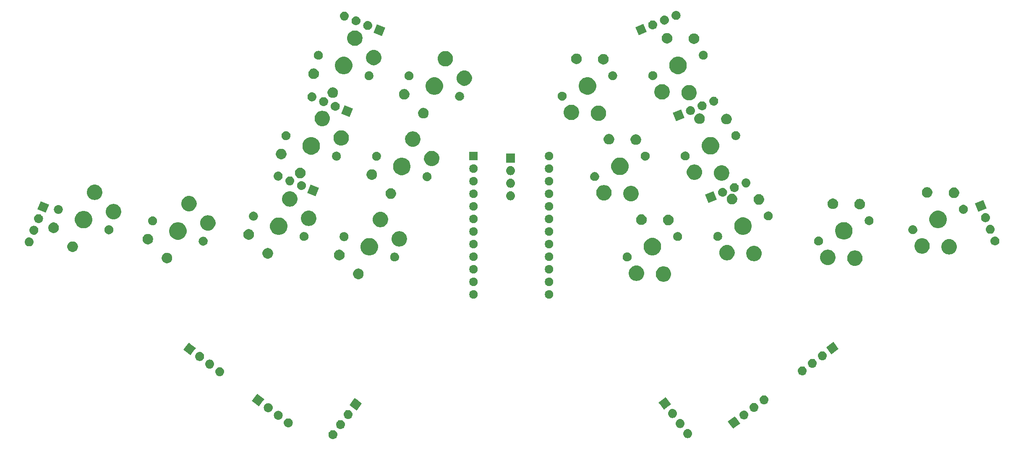
<source format=gbr>
G04 #@! TF.GenerationSoftware,KiCad,Pcbnew,(5.1.4)-1*
G04 #@! TF.CreationDate,2022-11-11T21:55:07-05:00*
G04 #@! TF.ProjectId,ThumbsUp,5468756d-6273-4557-902e-6b696361645f,rev?*
G04 #@! TF.SameCoordinates,Original*
G04 #@! TF.FileFunction,Soldermask,Top*
G04 #@! TF.FilePolarity,Negative*
%FSLAX46Y46*%
G04 Gerber Fmt 4.6, Leading zero omitted, Abs format (unit mm)*
G04 Created by KiCad (PCBNEW (5.1.4)-1) date 2022-11-11 21:55:07*
%MOMM*%
%LPD*%
G04 APERTURE LIST*
%ADD10C,0.100000*%
G04 APERTURE END LIST*
D10*
G36*
X110944726Y-227566954D02*
G01*
X111010911Y-227573473D01*
X111180750Y-227624993D01*
X111337275Y-227708658D01*
X111373013Y-227737988D01*
X111474470Y-227821250D01*
X111552530Y-227916368D01*
X111587062Y-227958445D01*
X111670727Y-228114970D01*
X111722247Y-228284809D01*
X111739643Y-228461436D01*
X111722247Y-228638063D01*
X111670727Y-228807902D01*
X111587062Y-228964427D01*
X111557732Y-229000165D01*
X111474470Y-229101622D01*
X111398663Y-229163834D01*
X111337275Y-229214214D01*
X111180750Y-229297879D01*
X111010911Y-229349399D01*
X110944727Y-229355917D01*
X110878544Y-229362436D01*
X110790024Y-229362436D01*
X110723841Y-229355917D01*
X110657657Y-229349399D01*
X110487818Y-229297879D01*
X110331293Y-229214214D01*
X110269905Y-229163834D01*
X110194098Y-229101622D01*
X110110836Y-229000165D01*
X110081506Y-228964427D01*
X109997841Y-228807902D01*
X109946321Y-228638063D01*
X109928925Y-228461436D01*
X109946321Y-228284809D01*
X109997841Y-228114970D01*
X110081506Y-227958445D01*
X110116038Y-227916368D01*
X110194098Y-227821250D01*
X110295555Y-227737988D01*
X110331293Y-227708658D01*
X110487818Y-227624993D01*
X110657657Y-227573473D01*
X110723842Y-227566954D01*
X110790024Y-227560436D01*
X110878544Y-227560436D01*
X110944726Y-227566954D01*
X110944726Y-227566954D01*
G37*
G36*
X182504085Y-227368352D02*
G01*
X182570270Y-227374871D01*
X182740109Y-227426391D01*
X182896634Y-227510056D01*
X182932372Y-227539386D01*
X183033829Y-227622648D01*
X183117091Y-227724105D01*
X183146421Y-227759843D01*
X183230086Y-227916368D01*
X183281606Y-228086207D01*
X183299002Y-228262834D01*
X183281606Y-228439461D01*
X183230086Y-228609300D01*
X183146421Y-228765825D01*
X183117091Y-228801563D01*
X183033829Y-228903020D01*
X182959003Y-228964427D01*
X182896634Y-229015612D01*
X182740109Y-229099277D01*
X182570270Y-229150797D01*
X182504085Y-229157316D01*
X182437903Y-229163834D01*
X182349383Y-229163834D01*
X182283201Y-229157316D01*
X182217016Y-229150797D01*
X182047177Y-229099277D01*
X181890652Y-229015612D01*
X181828283Y-228964427D01*
X181753457Y-228903020D01*
X181670195Y-228801563D01*
X181640865Y-228765825D01*
X181557200Y-228609300D01*
X181505680Y-228439461D01*
X181488284Y-228262834D01*
X181505680Y-228086207D01*
X181557200Y-227916368D01*
X181640865Y-227759843D01*
X181670195Y-227724105D01*
X181753457Y-227622648D01*
X181854914Y-227539386D01*
X181890652Y-227510056D01*
X182047177Y-227426391D01*
X182217016Y-227374871D01*
X182283201Y-227368352D01*
X182349383Y-227361834D01*
X182437903Y-227361834D01*
X182504085Y-227368352D01*
X182504085Y-227368352D01*
G37*
G36*
X112473337Y-225538420D02*
G01*
X112539521Y-225544938D01*
X112709360Y-225596458D01*
X112865885Y-225680123D01*
X112901623Y-225709453D01*
X113003080Y-225792715D01*
X113081140Y-225887833D01*
X113115672Y-225929910D01*
X113199337Y-226086435D01*
X113250857Y-226256274D01*
X113268253Y-226432901D01*
X113250857Y-226609528D01*
X113199337Y-226779367D01*
X113115672Y-226935892D01*
X113086342Y-226971630D01*
X113003080Y-227073087D01*
X112927273Y-227135299D01*
X112865885Y-227185679D01*
X112709360Y-227269344D01*
X112539521Y-227320864D01*
X112473337Y-227327382D01*
X112407154Y-227333901D01*
X112318634Y-227333901D01*
X112252451Y-227327382D01*
X112186267Y-227320864D01*
X112016428Y-227269344D01*
X111859903Y-227185679D01*
X111798515Y-227135299D01*
X111722708Y-227073087D01*
X111639446Y-226971630D01*
X111610116Y-226935892D01*
X111526451Y-226779367D01*
X111474931Y-226609528D01*
X111457535Y-226432901D01*
X111474931Y-226256274D01*
X111526451Y-226086435D01*
X111610116Y-225929910D01*
X111644648Y-225887833D01*
X111722708Y-225792715D01*
X111824165Y-225709453D01*
X111859903Y-225680123D01*
X112016428Y-225596458D01*
X112186267Y-225544938D01*
X112252451Y-225538420D01*
X112318634Y-225531901D01*
X112407154Y-225531901D01*
X112473337Y-225538420D01*
X112473337Y-225538420D01*
G37*
G36*
X192323490Y-225333996D02*
G01*
X192978707Y-226203498D01*
X192978707Y-226203499D01*
X192214503Y-226779367D01*
X191539566Y-227287969D01*
X191539565Y-227287969D01*
X190878665Y-226410924D01*
X190455095Y-225848828D01*
X190455095Y-225848827D01*
X191398743Y-225137738D01*
X191894236Y-224764357D01*
X191894237Y-224764357D01*
X192323490Y-225333996D01*
X192323490Y-225333996D01*
G37*
G36*
X180975475Y-225339817D02*
G01*
X181041660Y-225346336D01*
X181211499Y-225397856D01*
X181368024Y-225481521D01*
X181403762Y-225510851D01*
X181505219Y-225594113D01*
X181588481Y-225695570D01*
X181617811Y-225731308D01*
X181701476Y-225887833D01*
X181752996Y-226057672D01*
X181770392Y-226234299D01*
X181752996Y-226410926D01*
X181701476Y-226580765D01*
X181617811Y-226737290D01*
X181588481Y-226773028D01*
X181505219Y-226874485D01*
X181430393Y-226935892D01*
X181368024Y-226987077D01*
X181211499Y-227070742D01*
X181041660Y-227122262D01*
X180975475Y-227128781D01*
X180909293Y-227135299D01*
X180820773Y-227135299D01*
X180754591Y-227128781D01*
X180688406Y-227122262D01*
X180518567Y-227070742D01*
X180362042Y-226987077D01*
X180299673Y-226935892D01*
X180224847Y-226874485D01*
X180141585Y-226773028D01*
X180112255Y-226737290D01*
X180028590Y-226580765D01*
X179977070Y-226410926D01*
X179959674Y-226234299D01*
X179977070Y-226057672D01*
X180028590Y-225887833D01*
X180112255Y-225731308D01*
X180141585Y-225695570D01*
X180224847Y-225594113D01*
X180326304Y-225510851D01*
X180362042Y-225481521D01*
X180518567Y-225397856D01*
X180688406Y-225346336D01*
X180754591Y-225339817D01*
X180820773Y-225333299D01*
X180909293Y-225333299D01*
X180975475Y-225339817D01*
X180975475Y-225339817D01*
G37*
G36*
X101938762Y-225192568D02*
G01*
X102004947Y-225199087D01*
X102174786Y-225250607D01*
X102331311Y-225334272D01*
X102367049Y-225363602D01*
X102468506Y-225446864D01*
X102538293Y-225531901D01*
X102581098Y-225584059D01*
X102664763Y-225740584D01*
X102716283Y-225910423D01*
X102733679Y-226087050D01*
X102716283Y-226263677D01*
X102664763Y-226433516D01*
X102581098Y-226590041D01*
X102565107Y-226609526D01*
X102468506Y-226727236D01*
X102367049Y-226810498D01*
X102331311Y-226839828D01*
X102174786Y-226923493D01*
X102004947Y-226975013D01*
X101938763Y-226981531D01*
X101872580Y-226988050D01*
X101784060Y-226988050D01*
X101717877Y-226981531D01*
X101651693Y-226975013D01*
X101481854Y-226923493D01*
X101325329Y-226839828D01*
X101289591Y-226810498D01*
X101188134Y-226727236D01*
X101091533Y-226609526D01*
X101075542Y-226590041D01*
X100991877Y-226433516D01*
X100940357Y-226263677D01*
X100922961Y-226087050D01*
X100940357Y-225910423D01*
X100991877Y-225740584D01*
X101075542Y-225584059D01*
X101118347Y-225531901D01*
X101188134Y-225446864D01*
X101289591Y-225363602D01*
X101325329Y-225334272D01*
X101481854Y-225250607D01*
X101651693Y-225199087D01*
X101717878Y-225192568D01*
X101784060Y-225186050D01*
X101872580Y-225186050D01*
X101938762Y-225192568D01*
X101938762Y-225192568D01*
G37*
G36*
X99910228Y-223663959D02*
G01*
X99976412Y-223670477D01*
X100146251Y-223721997D01*
X100146253Y-223721998D01*
X100188865Y-223744775D01*
X100302776Y-223805662D01*
X100338514Y-223834992D01*
X100439971Y-223918254D01*
X100502594Y-223994562D01*
X100552563Y-224055449D01*
X100636228Y-224211974D01*
X100687748Y-224381813D01*
X100705144Y-224558440D01*
X100687748Y-224735067D01*
X100636228Y-224904906D01*
X100636227Y-224904908D01*
X100634917Y-224907358D01*
X100552563Y-225061431D01*
X100526057Y-225093728D01*
X100439971Y-225198626D01*
X100338514Y-225281888D01*
X100302776Y-225311218D01*
X100146251Y-225394883D01*
X99976412Y-225446403D01*
X99910227Y-225452922D01*
X99844045Y-225459440D01*
X99755525Y-225459440D01*
X99689343Y-225452922D01*
X99623158Y-225446403D01*
X99453319Y-225394883D01*
X99296794Y-225311218D01*
X99261056Y-225281888D01*
X99159599Y-225198626D01*
X99073513Y-225093728D01*
X99047007Y-225061431D01*
X98964653Y-224907358D01*
X98963343Y-224904908D01*
X98963342Y-224904906D01*
X98911822Y-224735067D01*
X98894426Y-224558440D01*
X98911822Y-224381813D01*
X98963342Y-224211974D01*
X99047007Y-224055449D01*
X99096976Y-223994562D01*
X99159599Y-223918254D01*
X99261056Y-223834992D01*
X99296794Y-223805662D01*
X99410705Y-223744775D01*
X99453317Y-223721998D01*
X99453319Y-223721997D01*
X99623158Y-223670477D01*
X99689342Y-223663959D01*
X99755525Y-223657440D01*
X99844045Y-223657440D01*
X99910228Y-223663959D01*
X99910228Y-223663959D01*
G37*
G36*
X193855877Y-223603071D02*
G01*
X193922062Y-223609590D01*
X194091901Y-223661110D01*
X194248426Y-223744775D01*
X194272072Y-223764181D01*
X194385621Y-223857367D01*
X194468883Y-223958824D01*
X194498213Y-223994562D01*
X194581878Y-224151087D01*
X194633398Y-224320926D01*
X194650794Y-224497553D01*
X194633398Y-224674180D01*
X194581878Y-224844019D01*
X194498213Y-225000544D01*
X194468883Y-225036282D01*
X194385621Y-225137739D01*
X194310867Y-225199087D01*
X194248426Y-225250331D01*
X194248424Y-225250332D01*
X194134514Y-225311219D01*
X194091901Y-225333996D01*
X193922062Y-225385516D01*
X193855878Y-225392034D01*
X193789695Y-225398553D01*
X193701175Y-225398553D01*
X193634992Y-225392034D01*
X193568808Y-225385516D01*
X193398969Y-225333996D01*
X193356357Y-225311219D01*
X193242446Y-225250332D01*
X193242444Y-225250331D01*
X193180003Y-225199087D01*
X193105249Y-225137739D01*
X193021987Y-225036282D01*
X192992657Y-225000544D01*
X192908992Y-224844019D01*
X192857472Y-224674180D01*
X192840076Y-224497553D01*
X192857472Y-224320926D01*
X192908992Y-224151087D01*
X192992657Y-223994562D01*
X193021987Y-223958824D01*
X193105249Y-223857367D01*
X193218798Y-223764181D01*
X193242444Y-223744775D01*
X193398969Y-223661110D01*
X193568808Y-223609590D01*
X193634993Y-223603071D01*
X193701175Y-223596553D01*
X193789695Y-223596553D01*
X193855877Y-223603071D01*
X193855877Y-223603071D01*
G37*
G36*
X114001946Y-223509885D02*
G01*
X114068131Y-223516404D01*
X114237970Y-223567924D01*
X114394495Y-223651589D01*
X114416947Y-223670015D01*
X114531690Y-223764181D01*
X114609750Y-223859299D01*
X114644282Y-223901376D01*
X114653304Y-223918255D01*
X114726638Y-224055451D01*
X114727947Y-224057901D01*
X114779467Y-224227740D01*
X114796863Y-224404367D01*
X114779467Y-224580994D01*
X114727947Y-224750833D01*
X114644282Y-224907358D01*
X114614952Y-224943096D01*
X114531690Y-225044553D01*
X114455883Y-225106765D01*
X114394495Y-225157145D01*
X114237970Y-225240810D01*
X114068131Y-225292330D01*
X114001947Y-225298848D01*
X113935764Y-225305367D01*
X113847244Y-225305367D01*
X113781061Y-225298848D01*
X113714877Y-225292330D01*
X113545038Y-225240810D01*
X113388513Y-225157145D01*
X113327125Y-225106765D01*
X113251318Y-225044553D01*
X113168056Y-224943096D01*
X113138726Y-224907358D01*
X113055061Y-224750833D01*
X113003541Y-224580994D01*
X112986145Y-224404367D01*
X113003541Y-224227740D01*
X113055061Y-224057901D01*
X113056371Y-224055451D01*
X113129704Y-223918255D01*
X113138726Y-223901376D01*
X113173258Y-223859299D01*
X113251318Y-223764181D01*
X113366061Y-223670015D01*
X113388513Y-223651589D01*
X113545038Y-223567924D01*
X113714877Y-223516404D01*
X113781062Y-223509885D01*
X113847244Y-223503367D01*
X113935764Y-223503367D01*
X114001946Y-223509885D01*
X114001946Y-223509885D01*
G37*
G36*
X179446865Y-223311283D02*
G01*
X179513050Y-223317802D01*
X179682889Y-223369322D01*
X179839414Y-223452987D01*
X179862498Y-223471932D01*
X179976609Y-223565579D01*
X180051996Y-223657440D01*
X180089201Y-223702774D01*
X180172866Y-223859299D01*
X180224386Y-224029138D01*
X180241782Y-224205765D01*
X180224386Y-224382392D01*
X180172866Y-224552231D01*
X180089201Y-224708756D01*
X180067608Y-224735067D01*
X179976609Y-224845951D01*
X179901783Y-224907358D01*
X179839414Y-224958543D01*
X179682889Y-225042208D01*
X179513050Y-225093728D01*
X179446865Y-225100247D01*
X179380683Y-225106765D01*
X179292163Y-225106765D01*
X179225981Y-225100247D01*
X179159796Y-225093728D01*
X178989957Y-225042208D01*
X178833432Y-224958543D01*
X178771063Y-224907358D01*
X178696237Y-224845951D01*
X178605238Y-224735067D01*
X178583645Y-224708756D01*
X178499980Y-224552231D01*
X178448460Y-224382392D01*
X178431064Y-224205765D01*
X178448460Y-224029138D01*
X178499980Y-223859299D01*
X178583645Y-223702774D01*
X178620850Y-223657440D01*
X178696237Y-223565579D01*
X178810348Y-223471932D01*
X178833432Y-223452987D01*
X178989957Y-223369322D01*
X179159796Y-223317802D01*
X179225981Y-223311283D01*
X179292163Y-223304765D01*
X179380683Y-223304765D01*
X179446865Y-223311283D01*
X179446865Y-223311283D01*
G37*
G36*
X97881693Y-222135348D02*
G01*
X97947878Y-222141867D01*
X98117717Y-222193387D01*
X98117719Y-222193388D01*
X98160331Y-222216165D01*
X98274242Y-222277052D01*
X98309980Y-222306382D01*
X98411437Y-222389644D01*
X98474060Y-222465952D01*
X98524029Y-222526839D01*
X98607694Y-222683364D01*
X98659214Y-222853203D01*
X98676610Y-223029830D01*
X98659214Y-223206457D01*
X98607694Y-223376296D01*
X98524029Y-223532821D01*
X98495220Y-223567925D01*
X98411437Y-223670016D01*
X98309980Y-223753278D01*
X98274242Y-223782608D01*
X98117717Y-223866273D01*
X97947878Y-223917793D01*
X97881693Y-223924312D01*
X97815511Y-223930830D01*
X97726991Y-223930830D01*
X97660809Y-223924312D01*
X97594624Y-223917793D01*
X97424785Y-223866273D01*
X97268260Y-223782608D01*
X97232522Y-223753278D01*
X97131065Y-223670016D01*
X97047282Y-223567925D01*
X97018473Y-223532821D01*
X96934808Y-223376296D01*
X96883288Y-223206457D01*
X96865892Y-223029830D01*
X96883288Y-222853203D01*
X96934808Y-222683364D01*
X97018473Y-222526839D01*
X97068442Y-222465952D01*
X97131065Y-222389644D01*
X97232522Y-222306382D01*
X97268260Y-222277052D01*
X97382171Y-222216165D01*
X97424783Y-222193388D01*
X97424785Y-222193387D01*
X97594624Y-222141867D01*
X97660809Y-222135348D01*
X97726991Y-222128830D01*
X97815511Y-222128830D01*
X97881693Y-222135348D01*
X97881693Y-222135348D01*
G37*
G36*
X195884412Y-222074462D02*
G01*
X195950596Y-222080980D01*
X196120435Y-222132500D01*
X196276960Y-222216165D01*
X196312698Y-222245495D01*
X196414155Y-222328757D01*
X196497417Y-222430214D01*
X196526747Y-222465952D01*
X196610412Y-222622477D01*
X196661932Y-222792316D01*
X196679328Y-222968943D01*
X196661932Y-223145570D01*
X196610412Y-223315409D01*
X196526747Y-223471934D01*
X196500950Y-223503367D01*
X196414155Y-223609129D01*
X196339401Y-223670477D01*
X196276960Y-223721721D01*
X196276958Y-223721722D01*
X196163048Y-223782609D01*
X196120435Y-223805386D01*
X195950596Y-223856906D01*
X195884412Y-223863424D01*
X195818229Y-223869943D01*
X195729709Y-223869943D01*
X195663526Y-223863424D01*
X195597342Y-223856906D01*
X195427503Y-223805386D01*
X195384891Y-223782609D01*
X195270980Y-223721722D01*
X195270978Y-223721721D01*
X195208537Y-223670477D01*
X195133783Y-223609129D01*
X195046988Y-223503367D01*
X195021191Y-223471934D01*
X194937526Y-223315409D01*
X194886006Y-223145570D01*
X194868610Y-222968943D01*
X194886006Y-222792316D01*
X194937526Y-222622477D01*
X195021191Y-222465952D01*
X195050521Y-222430214D01*
X195133783Y-222328757D01*
X195235240Y-222245495D01*
X195270978Y-222216165D01*
X195427503Y-222132500D01*
X195597342Y-222080980D01*
X195663526Y-222074462D01*
X195729709Y-222067943D01*
X195818229Y-222067943D01*
X195884412Y-222074462D01*
X195884412Y-222074462D01*
G37*
G36*
X115675801Y-221440333D02*
G01*
X116681920Y-222198497D01*
X116681920Y-222198498D01*
X116316547Y-222683364D01*
X115597450Y-223637639D01*
X115597449Y-223637639D01*
X114944449Y-223145568D01*
X114158308Y-222553169D01*
X114158308Y-222553168D01*
X114735809Y-221786799D01*
X115242778Y-221114027D01*
X115242779Y-221114027D01*
X115675801Y-221440333D01*
X115675801Y-221440333D01*
G37*
G36*
X178292945Y-221323885D02*
G01*
X179069619Y-222354566D01*
X179069619Y-222354567D01*
X178488703Y-222792318D01*
X177630478Y-223439037D01*
X177630477Y-223439037D01*
X176839704Y-222389645D01*
X176546007Y-221999896D01*
X176546007Y-221999895D01*
X177522964Y-221263706D01*
X177985148Y-220915425D01*
X177985149Y-220915425D01*
X178292945Y-221323885D01*
X178292945Y-221323885D01*
G37*
G36*
X95980688Y-220552370D02*
G01*
X97004523Y-221323884D01*
X97004523Y-221323885D01*
X96538494Y-221942326D01*
X95920053Y-222763026D01*
X95920052Y-222763026D01*
X95163751Y-222193112D01*
X94480911Y-221678556D01*
X94480911Y-221678555D01*
X95227684Y-220687554D01*
X95565381Y-220239414D01*
X95565382Y-220239414D01*
X95980688Y-220552370D01*
X95980688Y-220552370D01*
G37*
G36*
X197912947Y-220545852D02*
G01*
X197979131Y-220552370D01*
X198148970Y-220603890D01*
X198305495Y-220687555D01*
X198341233Y-220716885D01*
X198442690Y-220800147D01*
X198525952Y-220901604D01*
X198555282Y-220937342D01*
X198638947Y-221093867D01*
X198690467Y-221263706D01*
X198707863Y-221440333D01*
X198690467Y-221616960D01*
X198638947Y-221786799D01*
X198555282Y-221943324D01*
X198525952Y-221979062D01*
X198442690Y-222080519D01*
X198367936Y-222141867D01*
X198305495Y-222193111D01*
X198148970Y-222276776D01*
X197979131Y-222328296D01*
X197912947Y-222334814D01*
X197846764Y-222341333D01*
X197758244Y-222341333D01*
X197692061Y-222334814D01*
X197625877Y-222328296D01*
X197456038Y-222276776D01*
X197299513Y-222193111D01*
X197237072Y-222141867D01*
X197162318Y-222080519D01*
X197079056Y-221979062D01*
X197049726Y-221943324D01*
X196966061Y-221786799D01*
X196914541Y-221616960D01*
X196897145Y-221440333D01*
X196914541Y-221263706D01*
X196966061Y-221093867D01*
X197049726Y-220937342D01*
X197079056Y-220901604D01*
X197162318Y-220800147D01*
X197263775Y-220716885D01*
X197299513Y-220687555D01*
X197456038Y-220603890D01*
X197625877Y-220552370D01*
X197692061Y-220545852D01*
X197758244Y-220539333D01*
X197846764Y-220539333D01*
X197912947Y-220545852D01*
X197912947Y-220545852D01*
G37*
G36*
X88103061Y-214857030D02*
G01*
X88169245Y-214863548D01*
X88339084Y-214915068D01*
X88495609Y-214998733D01*
X88531347Y-215028063D01*
X88632804Y-215111325D01*
X88716066Y-215212782D01*
X88745396Y-215248520D01*
X88829061Y-215405045D01*
X88880581Y-215574884D01*
X88897977Y-215751511D01*
X88880581Y-215928138D01*
X88829061Y-216097977D01*
X88745396Y-216254502D01*
X88716066Y-216290240D01*
X88632804Y-216391697D01*
X88531347Y-216474959D01*
X88495609Y-216504289D01*
X88339084Y-216587954D01*
X88169245Y-216639474D01*
X88103060Y-216645993D01*
X88036878Y-216652511D01*
X87948358Y-216652511D01*
X87882176Y-216645993D01*
X87815991Y-216639474D01*
X87646152Y-216587954D01*
X87489627Y-216504289D01*
X87453889Y-216474959D01*
X87352432Y-216391697D01*
X87269170Y-216290240D01*
X87239840Y-216254502D01*
X87156175Y-216097977D01*
X87104655Y-215928138D01*
X87087259Y-215751511D01*
X87104655Y-215574884D01*
X87156175Y-215405045D01*
X87239840Y-215248520D01*
X87269170Y-215212782D01*
X87352432Y-215111325D01*
X87453889Y-215028063D01*
X87489627Y-214998733D01*
X87646152Y-214915068D01*
X87815991Y-214863548D01*
X87882175Y-214857030D01*
X87948358Y-214850511D01*
X88036878Y-214850511D01*
X88103061Y-214857030D01*
X88103061Y-214857030D01*
G37*
G36*
X205625583Y-214703424D02*
G01*
X205691768Y-214709943D01*
X205861607Y-214761463D01*
X206018132Y-214845128D01*
X206053870Y-214874458D01*
X206155327Y-214957720D01*
X206238589Y-215059177D01*
X206267919Y-215094915D01*
X206351584Y-215251440D01*
X206403104Y-215421279D01*
X206420500Y-215597906D01*
X206403104Y-215774533D01*
X206351584Y-215944372D01*
X206267919Y-216100897D01*
X206238589Y-216136635D01*
X206155327Y-216238092D01*
X206053870Y-216321354D01*
X206018132Y-216350684D01*
X205861607Y-216434349D01*
X205691768Y-216485869D01*
X205625583Y-216492388D01*
X205559401Y-216498906D01*
X205470881Y-216498906D01*
X205404699Y-216492388D01*
X205338514Y-216485869D01*
X205168675Y-216434349D01*
X205012150Y-216350684D01*
X204976412Y-216321354D01*
X204874955Y-216238092D01*
X204791693Y-216136635D01*
X204762363Y-216100897D01*
X204678698Y-215944372D01*
X204627178Y-215774533D01*
X204609782Y-215597906D01*
X204627178Y-215421279D01*
X204678698Y-215251440D01*
X204762363Y-215094915D01*
X204791693Y-215059177D01*
X204874955Y-214957720D01*
X204976412Y-214874458D01*
X205012150Y-214845128D01*
X205168675Y-214761463D01*
X205338514Y-214709943D01*
X205404699Y-214703424D01*
X205470881Y-214696906D01*
X205559401Y-214696906D01*
X205625583Y-214703424D01*
X205625583Y-214703424D01*
G37*
G36*
X86074525Y-213328419D02*
G01*
X86140710Y-213334938D01*
X86310549Y-213386458D01*
X86467074Y-213470123D01*
X86502812Y-213499453D01*
X86604269Y-213582715D01*
X86687531Y-213684172D01*
X86716861Y-213719910D01*
X86800526Y-213876435D01*
X86852046Y-214046274D01*
X86869442Y-214222901D01*
X86852046Y-214399528D01*
X86800526Y-214569367D01*
X86716861Y-214725892D01*
X86687668Y-214761463D01*
X86604269Y-214863087D01*
X86502812Y-214946349D01*
X86467074Y-214975679D01*
X86310549Y-215059344D01*
X86140710Y-215110864D01*
X86074525Y-215117383D01*
X86008343Y-215123901D01*
X85919823Y-215123901D01*
X85853641Y-215117383D01*
X85787456Y-215110864D01*
X85617617Y-215059344D01*
X85461092Y-214975679D01*
X85425354Y-214946349D01*
X85323897Y-214863087D01*
X85240498Y-214761463D01*
X85211305Y-214725892D01*
X85127640Y-214569367D01*
X85076120Y-214399528D01*
X85058724Y-214222901D01*
X85076120Y-214046274D01*
X85127640Y-213876435D01*
X85211305Y-213719910D01*
X85240635Y-213684172D01*
X85323897Y-213582715D01*
X85425354Y-213499453D01*
X85461092Y-213470123D01*
X85617617Y-213386458D01*
X85787456Y-213334938D01*
X85853641Y-213328419D01*
X85919823Y-213321901D01*
X86008343Y-213321901D01*
X86074525Y-213328419D01*
X86074525Y-213328419D01*
G37*
G36*
X207654118Y-213174814D02*
G01*
X207720303Y-213181333D01*
X207890142Y-213232853D01*
X208046667Y-213316518D01*
X208082405Y-213345848D01*
X208183862Y-213429110D01*
X208267124Y-213530567D01*
X208296454Y-213566305D01*
X208380119Y-213722830D01*
X208431639Y-213892669D01*
X208449035Y-214069296D01*
X208431639Y-214245923D01*
X208380119Y-214415762D01*
X208296454Y-214572287D01*
X208267124Y-214608025D01*
X208183862Y-214709482D01*
X208082405Y-214792744D01*
X208046667Y-214822074D01*
X207890142Y-214905739D01*
X207720303Y-214957259D01*
X207654119Y-214963777D01*
X207587936Y-214970296D01*
X207499416Y-214970296D01*
X207433233Y-214963777D01*
X207367049Y-214957259D01*
X207197210Y-214905739D01*
X207040685Y-214822074D01*
X207004947Y-214792744D01*
X206903490Y-214709482D01*
X206820228Y-214608025D01*
X206790898Y-214572287D01*
X206707233Y-214415762D01*
X206655713Y-214245923D01*
X206638317Y-214069296D01*
X206655713Y-213892669D01*
X206707233Y-213722830D01*
X206790898Y-213566305D01*
X206820228Y-213530567D01*
X206903490Y-213429110D01*
X207004947Y-213345848D01*
X207040685Y-213316518D01*
X207197210Y-213232853D01*
X207367049Y-213181333D01*
X207433234Y-213174814D01*
X207499416Y-213168296D01*
X207587936Y-213168296D01*
X207654118Y-213174814D01*
X207654118Y-213174814D01*
G37*
G36*
X84045991Y-211799809D02*
G01*
X84112176Y-211806328D01*
X84282015Y-211857848D01*
X84438540Y-211941513D01*
X84474278Y-211970843D01*
X84575735Y-212054105D01*
X84658997Y-212155562D01*
X84688327Y-212191300D01*
X84771992Y-212347825D01*
X84823512Y-212517664D01*
X84840908Y-212694291D01*
X84823512Y-212870918D01*
X84771992Y-213040757D01*
X84688327Y-213197282D01*
X84659134Y-213232853D01*
X84575735Y-213334477D01*
X84474278Y-213417739D01*
X84438540Y-213447069D01*
X84282015Y-213530734D01*
X84112176Y-213582254D01*
X84045992Y-213588772D01*
X83979809Y-213595291D01*
X83891289Y-213595291D01*
X83825106Y-213588772D01*
X83758922Y-213582254D01*
X83589083Y-213530734D01*
X83432558Y-213447069D01*
X83396820Y-213417739D01*
X83295363Y-213334477D01*
X83211964Y-213232853D01*
X83182771Y-213197282D01*
X83099106Y-213040757D01*
X83047586Y-212870918D01*
X83030190Y-212694291D01*
X83047586Y-212517664D01*
X83099106Y-212347825D01*
X83182771Y-212191300D01*
X83212101Y-212155562D01*
X83295363Y-212054105D01*
X83396820Y-211970843D01*
X83432558Y-211941513D01*
X83589083Y-211857848D01*
X83758922Y-211806328D01*
X83825107Y-211799809D01*
X83891289Y-211793291D01*
X83979809Y-211793291D01*
X84045991Y-211799809D01*
X84045991Y-211799809D01*
G37*
G36*
X209682652Y-211646204D02*
G01*
X209748837Y-211652723D01*
X209918676Y-211704243D01*
X210075201Y-211787908D01*
X210110939Y-211817238D01*
X210212396Y-211900500D01*
X210295658Y-212001957D01*
X210324988Y-212037695D01*
X210408653Y-212194220D01*
X210460173Y-212364059D01*
X210477569Y-212540686D01*
X210460173Y-212717313D01*
X210408653Y-212887152D01*
X210324988Y-213043677D01*
X210295658Y-213079415D01*
X210212396Y-213180872D01*
X210110939Y-213264134D01*
X210075201Y-213293464D01*
X209918676Y-213377129D01*
X209748837Y-213428649D01*
X209682653Y-213435167D01*
X209616470Y-213441686D01*
X209527950Y-213441686D01*
X209461767Y-213435167D01*
X209395583Y-213428649D01*
X209225744Y-213377129D01*
X209069219Y-213293464D01*
X209033481Y-213264134D01*
X208932024Y-213180872D01*
X208848762Y-213079415D01*
X208819432Y-213043677D01*
X208735767Y-212887152D01*
X208684247Y-212717313D01*
X208666851Y-212540686D01*
X208684247Y-212364059D01*
X208735767Y-212194220D01*
X208819432Y-212037695D01*
X208848762Y-212001957D01*
X208932024Y-211900500D01*
X209033481Y-211817238D01*
X209069219Y-211787908D01*
X209225744Y-211704243D01*
X209395583Y-211652723D01*
X209461768Y-211646204D01*
X209527950Y-211639686D01*
X209616470Y-211639686D01*
X209682652Y-211646204D01*
X209682652Y-211646204D01*
G37*
G36*
X82348121Y-210369904D02*
G01*
X83168821Y-210988345D01*
X83168821Y-210988346D01*
X82901558Y-211343016D01*
X82084351Y-212427487D01*
X82084350Y-212427487D01*
X81328414Y-211857848D01*
X80645209Y-211343017D01*
X80645209Y-211343016D01*
X81111238Y-210724575D01*
X81729679Y-209903875D01*
X81729680Y-209903875D01*
X82348121Y-210369904D01*
X82348121Y-210369904D01*
G37*
G36*
X212396521Y-210570970D02*
G01*
X212862550Y-211189411D01*
X212862550Y-211189412D01*
X212179345Y-211704243D01*
X211423409Y-212273882D01*
X211423408Y-212273882D01*
X210454688Y-210988346D01*
X210338938Y-210834741D01*
X210338938Y-210834740D01*
X211159638Y-210216299D01*
X211778079Y-209750270D01*
X211778080Y-209750270D01*
X212396521Y-210570970D01*
X212396521Y-210570970D01*
G37*
G36*
X139440228Y-199333703D02*
G01*
X139595100Y-199397853D01*
X139734481Y-199490985D01*
X139853015Y-199609519D01*
X139946147Y-199748900D01*
X140010297Y-199903772D01*
X140043000Y-200068184D01*
X140043000Y-200235816D01*
X140010297Y-200400228D01*
X139946147Y-200555100D01*
X139853015Y-200694481D01*
X139734481Y-200813015D01*
X139595100Y-200906147D01*
X139440228Y-200970297D01*
X139275816Y-201003000D01*
X139108184Y-201003000D01*
X138943772Y-200970297D01*
X138788900Y-200906147D01*
X138649519Y-200813015D01*
X138530985Y-200694481D01*
X138437853Y-200555100D01*
X138373703Y-200400228D01*
X138341000Y-200235816D01*
X138341000Y-200068184D01*
X138373703Y-199903772D01*
X138437853Y-199748900D01*
X138530985Y-199609519D01*
X138649519Y-199490985D01*
X138788900Y-199397853D01*
X138943772Y-199333703D01*
X139108184Y-199301000D01*
X139275816Y-199301000D01*
X139440228Y-199333703D01*
X139440228Y-199333703D01*
G37*
G36*
X154680228Y-199333703D02*
G01*
X154835100Y-199397853D01*
X154974481Y-199490985D01*
X155093015Y-199609519D01*
X155186147Y-199748900D01*
X155250297Y-199903772D01*
X155283000Y-200068184D01*
X155283000Y-200235816D01*
X155250297Y-200400228D01*
X155186147Y-200555100D01*
X155093015Y-200694481D01*
X154974481Y-200813015D01*
X154835100Y-200906147D01*
X154680228Y-200970297D01*
X154515816Y-201003000D01*
X154348184Y-201003000D01*
X154183772Y-200970297D01*
X154028900Y-200906147D01*
X153889519Y-200813015D01*
X153770985Y-200694481D01*
X153677853Y-200555100D01*
X153613703Y-200400228D01*
X153581000Y-200235816D01*
X153581000Y-200068184D01*
X153613703Y-199903772D01*
X153677853Y-199748900D01*
X153770985Y-199609519D01*
X153889519Y-199490985D01*
X154028900Y-199397853D01*
X154183772Y-199333703D01*
X154348184Y-199301000D01*
X154515816Y-199301000D01*
X154680228Y-199333703D01*
X154680228Y-199333703D01*
G37*
G36*
X139440228Y-196793703D02*
G01*
X139595100Y-196857853D01*
X139734481Y-196950985D01*
X139853015Y-197069519D01*
X139946147Y-197208900D01*
X140010297Y-197363772D01*
X140043000Y-197528184D01*
X140043000Y-197695816D01*
X140010297Y-197860228D01*
X139946147Y-198015100D01*
X139853015Y-198154481D01*
X139734481Y-198273015D01*
X139595100Y-198366147D01*
X139440228Y-198430297D01*
X139275816Y-198463000D01*
X139108184Y-198463000D01*
X138943772Y-198430297D01*
X138788900Y-198366147D01*
X138649519Y-198273015D01*
X138530985Y-198154481D01*
X138437853Y-198015100D01*
X138373703Y-197860228D01*
X138341000Y-197695816D01*
X138341000Y-197528184D01*
X138373703Y-197363772D01*
X138437853Y-197208900D01*
X138530985Y-197069519D01*
X138649519Y-196950985D01*
X138788900Y-196857853D01*
X138943772Y-196793703D01*
X139108184Y-196761000D01*
X139275816Y-196761000D01*
X139440228Y-196793703D01*
X139440228Y-196793703D01*
G37*
G36*
X154680228Y-196793703D02*
G01*
X154835100Y-196857853D01*
X154974481Y-196950985D01*
X155093015Y-197069519D01*
X155186147Y-197208900D01*
X155250297Y-197363772D01*
X155283000Y-197528184D01*
X155283000Y-197695816D01*
X155250297Y-197860228D01*
X155186147Y-198015100D01*
X155093015Y-198154481D01*
X154974481Y-198273015D01*
X154835100Y-198366147D01*
X154680228Y-198430297D01*
X154515816Y-198463000D01*
X154348184Y-198463000D01*
X154183772Y-198430297D01*
X154028900Y-198366147D01*
X153889519Y-198273015D01*
X153770985Y-198154481D01*
X153677853Y-198015100D01*
X153613703Y-197860228D01*
X153581000Y-197695816D01*
X153581000Y-197528184D01*
X153613703Y-197363772D01*
X153677853Y-197208900D01*
X153770985Y-197069519D01*
X153889519Y-196950985D01*
X154028900Y-196857853D01*
X154183772Y-196793703D01*
X154348184Y-196761000D01*
X154515816Y-196761000D01*
X154680228Y-196793703D01*
X154680228Y-196793703D01*
G37*
G36*
X177712470Y-194501146D02*
G01*
X177963108Y-194551001D01*
X178245372Y-194667918D01*
X178499403Y-194837656D01*
X178715439Y-195053692D01*
X178885177Y-195307723D01*
X179002094Y-195589987D01*
X179061698Y-195889637D01*
X179061698Y-196195157D01*
X179002094Y-196494807D01*
X178885177Y-196777071D01*
X178715439Y-197031102D01*
X178499403Y-197247138D01*
X178245372Y-197416876D01*
X177963108Y-197533793D01*
X177813283Y-197563595D01*
X177663459Y-197593397D01*
X177357937Y-197593397D01*
X177208113Y-197563595D01*
X177058288Y-197533793D01*
X176776024Y-197416876D01*
X176521993Y-197247138D01*
X176305957Y-197031102D01*
X176136219Y-196777071D01*
X176019302Y-196494807D01*
X175959698Y-196195157D01*
X175959698Y-195889637D01*
X176019302Y-195589987D01*
X176136219Y-195307723D01*
X176305957Y-195053692D01*
X176521993Y-194837656D01*
X176776024Y-194667918D01*
X177058288Y-194551001D01*
X177308926Y-194501146D01*
X177357937Y-194491397D01*
X177663459Y-194491397D01*
X177712470Y-194501146D01*
X177712470Y-194501146D01*
G37*
G36*
X172353229Y-194354427D02*
G01*
X172503054Y-194384229D01*
X172785318Y-194501146D01*
X173039349Y-194670884D01*
X173255385Y-194886920D01*
X173425123Y-195140951D01*
X173542040Y-195423215D01*
X173601644Y-195722865D01*
X173601644Y-196028385D01*
X173542040Y-196328035D01*
X173425123Y-196610299D01*
X173255385Y-196864330D01*
X173039349Y-197080366D01*
X172785318Y-197250104D01*
X172503054Y-197367021D01*
X172353229Y-197396823D01*
X172203405Y-197426625D01*
X171897883Y-197426625D01*
X171748059Y-197396823D01*
X171598234Y-197367021D01*
X171315970Y-197250104D01*
X171061939Y-197080366D01*
X170845903Y-196864330D01*
X170676165Y-196610299D01*
X170559248Y-196328035D01*
X170499644Y-196028385D01*
X170499644Y-195722865D01*
X170559248Y-195423215D01*
X170676165Y-195140951D01*
X170845903Y-194886920D01*
X171061939Y-194670884D01*
X171315970Y-194501146D01*
X171598234Y-194384229D01*
X171748059Y-194354427D01*
X171897883Y-194324625D01*
X172203405Y-194324625D01*
X172353229Y-194354427D01*
X172353229Y-194354427D01*
G37*
G36*
X116271765Y-194993467D02*
G01*
X116417162Y-195053693D01*
X116465948Y-195073901D01*
X116640707Y-195190671D01*
X116789327Y-195339291D01*
X116880069Y-195475097D01*
X116906098Y-195514052D01*
X116986531Y-195708233D01*
X117027534Y-195914372D01*
X117027534Y-196124556D01*
X116986531Y-196330695D01*
X116918553Y-196494806D01*
X116906097Y-196524878D01*
X116789327Y-196699637D01*
X116640707Y-196848257D01*
X116465948Y-196965027D01*
X116465947Y-196965028D01*
X116465946Y-196965028D01*
X116271765Y-197045461D01*
X116065626Y-197086464D01*
X115855442Y-197086464D01*
X115649303Y-197045461D01*
X115455122Y-196965028D01*
X115455121Y-196965028D01*
X115455120Y-196965027D01*
X115280361Y-196848257D01*
X115131741Y-196699637D01*
X115014971Y-196524878D01*
X115002515Y-196494806D01*
X114934537Y-196330695D01*
X114893534Y-196124556D01*
X114893534Y-195914372D01*
X114934537Y-195708233D01*
X115014970Y-195514052D01*
X115040999Y-195475097D01*
X115131741Y-195339291D01*
X115280361Y-195190671D01*
X115455120Y-195073901D01*
X115503906Y-195053693D01*
X115649303Y-194993467D01*
X115855442Y-194952464D01*
X116065626Y-194952464D01*
X116271765Y-194993467D01*
X116271765Y-194993467D01*
G37*
G36*
X139440228Y-194253703D02*
G01*
X139595100Y-194317853D01*
X139734481Y-194410985D01*
X139853015Y-194529519D01*
X139946147Y-194668900D01*
X140010297Y-194823772D01*
X140043000Y-194988184D01*
X140043000Y-195155816D01*
X140010297Y-195320228D01*
X139946147Y-195475100D01*
X139853015Y-195614481D01*
X139734481Y-195733015D01*
X139595100Y-195826147D01*
X139440228Y-195890297D01*
X139275816Y-195923000D01*
X139108184Y-195923000D01*
X138943772Y-195890297D01*
X138788900Y-195826147D01*
X138649519Y-195733015D01*
X138530985Y-195614481D01*
X138437853Y-195475100D01*
X138373703Y-195320228D01*
X138341000Y-195155816D01*
X138341000Y-194988184D01*
X138373703Y-194823772D01*
X138437853Y-194668900D01*
X138530985Y-194529519D01*
X138649519Y-194410985D01*
X138788900Y-194317853D01*
X138943772Y-194253703D01*
X139108184Y-194221000D01*
X139275816Y-194221000D01*
X139440228Y-194253703D01*
X139440228Y-194253703D01*
G37*
G36*
X154680228Y-194253703D02*
G01*
X154835100Y-194317853D01*
X154974481Y-194410985D01*
X155093015Y-194529519D01*
X155186147Y-194668900D01*
X155250297Y-194823772D01*
X155283000Y-194988184D01*
X155283000Y-195155816D01*
X155250297Y-195320228D01*
X155186147Y-195475100D01*
X155093015Y-195614481D01*
X154974481Y-195733015D01*
X154835100Y-195826147D01*
X154680228Y-195890297D01*
X154515816Y-195923000D01*
X154348184Y-195923000D01*
X154183772Y-195890297D01*
X154028900Y-195826147D01*
X153889519Y-195733015D01*
X153770985Y-195614481D01*
X153677853Y-195475100D01*
X153613703Y-195320228D01*
X153581000Y-195155816D01*
X153581000Y-194988184D01*
X153613703Y-194823772D01*
X153677853Y-194668900D01*
X153770985Y-194529519D01*
X153889519Y-194410985D01*
X154028900Y-194317853D01*
X154183772Y-194253703D01*
X154348184Y-194221000D01*
X154515816Y-194221000D01*
X154680228Y-194253703D01*
X154680228Y-194253703D01*
G37*
G36*
X216326249Y-191303317D02*
G01*
X216576887Y-191353172D01*
X216859151Y-191470089D01*
X217113182Y-191639827D01*
X217329218Y-191855863D01*
X217498956Y-192109894D01*
X217596895Y-192346342D01*
X217615873Y-192392159D01*
X217672098Y-192674818D01*
X217675477Y-192691808D01*
X217675477Y-192997328D01*
X217615873Y-193296978D01*
X217498956Y-193579242D01*
X217329218Y-193833273D01*
X217113182Y-194049309D01*
X216859151Y-194219047D01*
X216576887Y-194335964D01*
X216427062Y-194365766D01*
X216277238Y-194395568D01*
X215971716Y-194395568D01*
X215821892Y-194365766D01*
X215672067Y-194335964D01*
X215389803Y-194219047D01*
X215135772Y-194049309D01*
X214919736Y-193833273D01*
X214749998Y-193579242D01*
X214633081Y-193296978D01*
X214573477Y-192997328D01*
X214573477Y-192691808D01*
X214576857Y-192674818D01*
X214633081Y-192392159D01*
X214652059Y-192346342D01*
X214749998Y-192109894D01*
X214919736Y-191855863D01*
X215135772Y-191639827D01*
X215389803Y-191470089D01*
X215672067Y-191353172D01*
X215922705Y-191303317D01*
X215971716Y-191293568D01*
X216277238Y-191293568D01*
X216326249Y-191303317D01*
X216326249Y-191303317D01*
G37*
G36*
X210967008Y-191156598D02*
G01*
X211116833Y-191186400D01*
X211399097Y-191303317D01*
X211653128Y-191473055D01*
X211869164Y-191689091D01*
X212038902Y-191943122D01*
X212155819Y-192225386D01*
X212175218Y-192322914D01*
X212215423Y-192525035D01*
X212215423Y-192830557D01*
X212205104Y-192882432D01*
X212155819Y-193130206D01*
X212038902Y-193412470D01*
X211869164Y-193666501D01*
X211653128Y-193882537D01*
X211399097Y-194052275D01*
X211116833Y-194169192D01*
X210967008Y-194198994D01*
X210817184Y-194228796D01*
X210511662Y-194228796D01*
X210361838Y-194198994D01*
X210212013Y-194169192D01*
X209929749Y-194052275D01*
X209675718Y-193882537D01*
X209459682Y-193666501D01*
X209289944Y-193412470D01*
X209173027Y-193130206D01*
X209123742Y-192882432D01*
X209113423Y-192830557D01*
X209113423Y-192525035D01*
X209153628Y-192322914D01*
X209173027Y-192225386D01*
X209289944Y-191943122D01*
X209459682Y-191689091D01*
X209675718Y-191473055D01*
X209929749Y-191303317D01*
X210212013Y-191186400D01*
X210361838Y-191156598D01*
X210511662Y-191126796D01*
X210817184Y-191126796D01*
X210967008Y-191156598D01*
X210967008Y-191156598D01*
G37*
G36*
X77657986Y-191795638D02*
G01*
X77803383Y-191855864D01*
X77852169Y-191876072D01*
X78026928Y-191992842D01*
X78175548Y-192141462D01*
X78270636Y-192283772D01*
X78292319Y-192316223D01*
X78372752Y-192510404D01*
X78413755Y-192716543D01*
X78413755Y-192926727D01*
X78372752Y-193132866D01*
X78309260Y-193286147D01*
X78292318Y-193327049D01*
X78175548Y-193501808D01*
X78026928Y-193650428D01*
X77852169Y-193767198D01*
X77852168Y-193767199D01*
X77852167Y-193767199D01*
X77657986Y-193847632D01*
X77451847Y-193888635D01*
X77241663Y-193888635D01*
X77035524Y-193847632D01*
X76841343Y-193767199D01*
X76841342Y-193767199D01*
X76841341Y-193767198D01*
X76666582Y-193650428D01*
X76517962Y-193501808D01*
X76401192Y-193327049D01*
X76384250Y-193286147D01*
X76320758Y-193132866D01*
X76279755Y-192926727D01*
X76279755Y-192716543D01*
X76320758Y-192510404D01*
X76401191Y-192316223D01*
X76422874Y-192283772D01*
X76517962Y-192141462D01*
X76666582Y-191992842D01*
X76841341Y-191876072D01*
X76890127Y-191855864D01*
X77035524Y-191795638D01*
X77241663Y-191754635D01*
X77451847Y-191754635D01*
X77657986Y-191795638D01*
X77657986Y-191795638D01*
G37*
G36*
X123446176Y-191724845D02*
G01*
X123533299Y-191742174D01*
X123642722Y-191787499D01*
X123697435Y-191810162D01*
X123801530Y-191879716D01*
X123845152Y-191908863D01*
X123970776Y-192034487D01*
X123970778Y-192034490D01*
X124069477Y-192182204D01*
X124087364Y-192225387D01*
X124137465Y-192346340D01*
X124146579Y-192392159D01*
X124172124Y-192520584D01*
X124172124Y-192698246D01*
X124154794Y-192785367D01*
X124137465Y-192872490D01*
X124092140Y-192981913D01*
X124069477Y-193036626D01*
X123997125Y-193144909D01*
X123970776Y-193184343D01*
X123845152Y-193309967D01*
X123845149Y-193309969D01*
X123697435Y-193408668D01*
X123642722Y-193431331D01*
X123533299Y-193476656D01*
X123446176Y-193493986D01*
X123359055Y-193511315D01*
X123181393Y-193511315D01*
X123094272Y-193493986D01*
X123007149Y-193476656D01*
X122897726Y-193431331D01*
X122843013Y-193408668D01*
X122695299Y-193309969D01*
X122695296Y-193309967D01*
X122569672Y-193184343D01*
X122543323Y-193144909D01*
X122470971Y-193036626D01*
X122448308Y-192981913D01*
X122402983Y-192872490D01*
X122385653Y-192785367D01*
X122368324Y-192698246D01*
X122368324Y-192520584D01*
X122393869Y-192392159D01*
X122402983Y-192346340D01*
X122453084Y-192225387D01*
X122470971Y-192182204D01*
X122569670Y-192034490D01*
X122569672Y-192034487D01*
X122695296Y-191908863D01*
X122738918Y-191879716D01*
X122843013Y-191810162D01*
X122897726Y-191787499D01*
X123007149Y-191742174D01*
X123094272Y-191724845D01*
X123181393Y-191707515D01*
X123359055Y-191707515D01*
X123446176Y-191724845D01*
X123446176Y-191724845D01*
G37*
G36*
X170358230Y-191701419D02*
G01*
X170445353Y-191718748D01*
X170554776Y-191764073D01*
X170609489Y-191786736D01*
X170735577Y-191870985D01*
X170757206Y-191885437D01*
X170882830Y-192011061D01*
X170882832Y-192011064D01*
X170981531Y-192158778D01*
X170991234Y-192182204D01*
X171049519Y-192322914D01*
X171063292Y-192392158D01*
X171084178Y-192497158D01*
X171084178Y-192674820D01*
X171076054Y-192715660D01*
X171049519Y-192849064D01*
X171015291Y-192931696D01*
X170981531Y-193013200D01*
X170924557Y-193098468D01*
X170882830Y-193160917D01*
X170757206Y-193286541D01*
X170757203Y-193286543D01*
X170609489Y-193385242D01*
X170554776Y-193407905D01*
X170445353Y-193453230D01*
X170358230Y-193470560D01*
X170271109Y-193487889D01*
X170093447Y-193487889D01*
X170006326Y-193470560D01*
X169919203Y-193453230D01*
X169809780Y-193407905D01*
X169755067Y-193385242D01*
X169607353Y-193286543D01*
X169607350Y-193286541D01*
X169481726Y-193160917D01*
X169439999Y-193098468D01*
X169383025Y-193013200D01*
X169349265Y-192931696D01*
X169315037Y-192849064D01*
X169288502Y-192715660D01*
X169280378Y-192674820D01*
X169280378Y-192497158D01*
X169301264Y-192392158D01*
X169315037Y-192322914D01*
X169373322Y-192182204D01*
X169383025Y-192158778D01*
X169481724Y-192011064D01*
X169481726Y-192011061D01*
X169607350Y-191885437D01*
X169628979Y-191870985D01*
X169755067Y-191786736D01*
X169809780Y-191764073D01*
X169919203Y-191718748D01*
X170006326Y-191701419D01*
X170093447Y-191684089D01*
X170271109Y-191684089D01*
X170358230Y-191701419D01*
X170358230Y-191701419D01*
G37*
G36*
X195989191Y-190352476D02*
G01*
X196239829Y-190402331D01*
X196522093Y-190519248D01*
X196776124Y-190688986D01*
X196992160Y-190905022D01*
X197161898Y-191159053D01*
X197278815Y-191441317D01*
X197302335Y-191559562D01*
X197338419Y-191740966D01*
X197338419Y-192046488D01*
X197319527Y-192141462D01*
X197278815Y-192346137D01*
X197161898Y-192628401D01*
X196992160Y-192882432D01*
X196776124Y-193098468D01*
X196522093Y-193268206D01*
X196239829Y-193385123D01*
X196121460Y-193408668D01*
X195940180Y-193444727D01*
X195634658Y-193444727D01*
X195453378Y-193408668D01*
X195335009Y-193385123D01*
X195052745Y-193268206D01*
X194798714Y-193098468D01*
X194582678Y-192882432D01*
X194412940Y-192628401D01*
X194296023Y-192346137D01*
X194255311Y-192141462D01*
X194236419Y-192046488D01*
X194236419Y-191740966D01*
X194272503Y-191559562D01*
X194296023Y-191441317D01*
X194412940Y-191159053D01*
X194582678Y-190905022D01*
X194798714Y-190688986D01*
X195052745Y-190519248D01*
X195335009Y-190402331D01*
X195585647Y-190352476D01*
X195634658Y-190342727D01*
X195940180Y-190342727D01*
X195989191Y-190352476D01*
X195989191Y-190352476D01*
G37*
G36*
X139440228Y-191713703D02*
G01*
X139595100Y-191777853D01*
X139734481Y-191870985D01*
X139853015Y-191989519D01*
X139946147Y-192128900D01*
X140010297Y-192283772D01*
X140043000Y-192448184D01*
X140043000Y-192615816D01*
X140010297Y-192780228D01*
X139946147Y-192935100D01*
X139853015Y-193074481D01*
X139734481Y-193193015D01*
X139595100Y-193286147D01*
X139440228Y-193350297D01*
X139275816Y-193383000D01*
X139108184Y-193383000D01*
X138943772Y-193350297D01*
X138788900Y-193286147D01*
X138649519Y-193193015D01*
X138530985Y-193074481D01*
X138437853Y-192935100D01*
X138373703Y-192780228D01*
X138341000Y-192615816D01*
X138341000Y-192448184D01*
X138373703Y-192283772D01*
X138437853Y-192128900D01*
X138530985Y-191989519D01*
X138649519Y-191870985D01*
X138788900Y-191777853D01*
X138943772Y-191713703D01*
X139108184Y-191681000D01*
X139275816Y-191681000D01*
X139440228Y-191713703D01*
X139440228Y-191713703D01*
G37*
G36*
X154680228Y-191713703D02*
G01*
X154835100Y-191777853D01*
X154974481Y-191870985D01*
X155093015Y-191989519D01*
X155186147Y-192128900D01*
X155250297Y-192283772D01*
X155283000Y-192448184D01*
X155283000Y-192615816D01*
X155250297Y-192780228D01*
X155186147Y-192935100D01*
X155093015Y-193074481D01*
X154974481Y-193193015D01*
X154835100Y-193286147D01*
X154680228Y-193350297D01*
X154515816Y-193383000D01*
X154348184Y-193383000D01*
X154183772Y-193350297D01*
X154028900Y-193286147D01*
X153889519Y-193193015D01*
X153770985Y-193074481D01*
X153677853Y-192935100D01*
X153613703Y-192780228D01*
X153581000Y-192615816D01*
X153581000Y-192448184D01*
X153613703Y-192283772D01*
X153677853Y-192128900D01*
X153770985Y-191989519D01*
X153889519Y-191870985D01*
X154028900Y-191777853D01*
X154183772Y-191713703D01*
X154348184Y-191681000D01*
X154515816Y-191681000D01*
X154680228Y-191713703D01*
X154680228Y-191713703D01*
G37*
G36*
X190629950Y-190205757D02*
G01*
X190779775Y-190235559D01*
X191062039Y-190352476D01*
X191316070Y-190522214D01*
X191532106Y-190738250D01*
X191701844Y-190992281D01*
X191818761Y-191274545D01*
X191837858Y-191370552D01*
X191878365Y-191574194D01*
X191878365Y-191879716D01*
X191855863Y-191992842D01*
X191818761Y-192179365D01*
X191701844Y-192461629D01*
X191532106Y-192715660D01*
X191316070Y-192931696D01*
X191062039Y-193101434D01*
X190779775Y-193218351D01*
X190629950Y-193248153D01*
X190480126Y-193277955D01*
X190174604Y-193277955D01*
X190024780Y-193248153D01*
X189874955Y-193218351D01*
X189592691Y-193101434D01*
X189338660Y-192931696D01*
X189122624Y-192715660D01*
X188952886Y-192461629D01*
X188835969Y-192179365D01*
X188798867Y-191992842D01*
X188776365Y-191879716D01*
X188776365Y-191574194D01*
X188816872Y-191370552D01*
X188835969Y-191274545D01*
X188952886Y-190992281D01*
X189122624Y-190738250D01*
X189338660Y-190522214D01*
X189592691Y-190352476D01*
X189874955Y-190235559D01*
X190024780Y-190205757D01*
X190174604Y-190175955D01*
X190480126Y-190175955D01*
X190629950Y-190205757D01*
X190629950Y-190205757D01*
G37*
G36*
X112422520Y-191173348D02*
G01*
X112616701Y-191253781D01*
X112616703Y-191253782D01*
X112791462Y-191370552D01*
X112940082Y-191519172D01*
X113056852Y-191693931D01*
X113056853Y-191693933D01*
X113137286Y-191888114D01*
X113178289Y-192094253D01*
X113178289Y-192304437D01*
X113137286Y-192510576D01*
X113059551Y-192698244D01*
X113056852Y-192704759D01*
X112940082Y-192879518D01*
X112791462Y-193028138D01*
X112616703Y-193144908D01*
X112616702Y-193144909D01*
X112616701Y-193144909D01*
X112422520Y-193225342D01*
X112216381Y-193266345D01*
X112006197Y-193266345D01*
X111800058Y-193225342D01*
X111605877Y-193144909D01*
X111605876Y-193144909D01*
X111605875Y-193144908D01*
X111431116Y-193028138D01*
X111282496Y-192879518D01*
X111165726Y-192704759D01*
X111163027Y-192698244D01*
X111085292Y-192510576D01*
X111044289Y-192304437D01*
X111044289Y-192094253D01*
X111085292Y-191888114D01*
X111165725Y-191693933D01*
X111165726Y-191693931D01*
X111282496Y-191519172D01*
X111431116Y-191370552D01*
X111605875Y-191253782D01*
X111605877Y-191253781D01*
X111800058Y-191173348D01*
X112006197Y-191132345D01*
X112216381Y-191132345D01*
X112422520Y-191173348D01*
X112422520Y-191173348D01*
G37*
G36*
X97995044Y-190844797D02*
G01*
X98140441Y-190905023D01*
X98189227Y-190925231D01*
X98363986Y-191042001D01*
X98512606Y-191190621D01*
X98621219Y-191353172D01*
X98629377Y-191365382D01*
X98709810Y-191559563D01*
X98750813Y-191765702D01*
X98750813Y-191975886D01*
X98709810Y-192182025D01*
X98641832Y-192346136D01*
X98629376Y-192376208D01*
X98512606Y-192550967D01*
X98363986Y-192699587D01*
X98189227Y-192816357D01*
X98189226Y-192816358D01*
X98189225Y-192816358D01*
X97995044Y-192896791D01*
X97788905Y-192937794D01*
X97578721Y-192937794D01*
X97372582Y-192896791D01*
X97178401Y-192816358D01*
X97178400Y-192816358D01*
X97178399Y-192816357D01*
X97003640Y-192699587D01*
X96855020Y-192550967D01*
X96738250Y-192376208D01*
X96725794Y-192346136D01*
X96657816Y-192182025D01*
X96616813Y-191975886D01*
X96616813Y-191765702D01*
X96657816Y-191559563D01*
X96738249Y-191365382D01*
X96746407Y-191353172D01*
X96855020Y-191190621D01*
X97003640Y-191042001D01*
X97178399Y-190925231D01*
X97227185Y-190905023D01*
X97372582Y-190844797D01*
X97578721Y-190803794D01*
X97788905Y-190803794D01*
X97995044Y-190844797D01*
X97995044Y-190844797D01*
G37*
G36*
X118685689Y-188851426D02*
G01*
X119006658Y-188984376D01*
X119006991Y-188984514D01*
X119296153Y-189177726D01*
X119542066Y-189423639D01*
X119719627Y-189689377D01*
X119735279Y-189712803D01*
X119868366Y-190034103D01*
X119936213Y-190375191D01*
X119936213Y-190722967D01*
X119868366Y-191064055D01*
X119740729Y-191372197D01*
X119735278Y-191385357D01*
X119542066Y-191674519D01*
X119296153Y-191920432D01*
X119006991Y-192113644D01*
X119006990Y-192113645D01*
X119006989Y-192113645D01*
X118685689Y-192246732D01*
X118344601Y-192314579D01*
X117996825Y-192314579D01*
X117655737Y-192246732D01*
X117334437Y-192113645D01*
X117334436Y-192113645D01*
X117334435Y-192113644D01*
X117045273Y-191920432D01*
X116799360Y-191674519D01*
X116606148Y-191385357D01*
X116600697Y-191372197D01*
X116473060Y-191064055D01*
X116405213Y-190722967D01*
X116405213Y-190375191D01*
X116473060Y-190034103D01*
X116606147Y-189712803D01*
X116621800Y-189689377D01*
X116799360Y-189423639D01*
X117045273Y-189177726D01*
X117334435Y-188984514D01*
X117334768Y-188984376D01*
X117655737Y-188851426D01*
X117996825Y-188783579D01*
X118344601Y-188783579D01*
X118685689Y-188851426D01*
X118685689Y-188851426D01*
G37*
G36*
X175796765Y-188828000D02*
G01*
X176117734Y-188960950D01*
X176118067Y-188961088D01*
X176407229Y-189154300D01*
X176653142Y-189400213D01*
X176841218Y-189681688D01*
X176846355Y-189689377D01*
X176979442Y-190010677D01*
X177047289Y-190351765D01*
X177047289Y-190699541D01*
X176979442Y-191040629D01*
X176882550Y-191274546D01*
X176846354Y-191361931D01*
X176653142Y-191651093D01*
X176407229Y-191897006D01*
X176118067Y-192090218D01*
X176118066Y-192090219D01*
X176118065Y-192090219D01*
X175796765Y-192223306D01*
X175455677Y-192291153D01*
X175107901Y-192291153D01*
X174766813Y-192223306D01*
X174445513Y-192090219D01*
X174445512Y-192090219D01*
X174445511Y-192090218D01*
X174156349Y-191897006D01*
X173910436Y-191651093D01*
X173717224Y-191361931D01*
X173681028Y-191274546D01*
X173584136Y-191040629D01*
X173516289Y-190699541D01*
X173516289Y-190351765D01*
X173584136Y-190010677D01*
X173717223Y-189689377D01*
X173722361Y-189681688D01*
X173910436Y-189400213D01*
X174156349Y-189154300D01*
X174445511Y-188961088D01*
X174445844Y-188960950D01*
X174766813Y-188828000D01*
X175107901Y-188760153D01*
X175455677Y-188760153D01*
X175796765Y-188828000D01*
X175796765Y-188828000D01*
G37*
G36*
X235434943Y-189025476D02*
G01*
X235602821Y-189058869D01*
X235885085Y-189175786D01*
X236139116Y-189345524D01*
X236355152Y-189561560D01*
X236524890Y-189815591D01*
X236641807Y-190097855D01*
X236641807Y-190097856D01*
X236701411Y-190397504D01*
X236701411Y-190703026D01*
X236697444Y-190722967D01*
X236641807Y-191002675D01*
X236524890Y-191284939D01*
X236355152Y-191538970D01*
X236139116Y-191755006D01*
X235885085Y-191924744D01*
X235602821Y-192041661D01*
X235452996Y-192071463D01*
X235303172Y-192101265D01*
X234997650Y-192101265D01*
X234847826Y-192071463D01*
X234698001Y-192041661D01*
X234415737Y-191924744D01*
X234161706Y-191755006D01*
X233945670Y-191538970D01*
X233775932Y-191284939D01*
X233659015Y-191002675D01*
X233603378Y-190722967D01*
X233599411Y-190703026D01*
X233599411Y-190397504D01*
X233659015Y-190097856D01*
X233659015Y-190097855D01*
X233775932Y-189815591D01*
X233945670Y-189561560D01*
X234161706Y-189345524D01*
X234415737Y-189175786D01*
X234698001Y-189058869D01*
X234865879Y-189025476D01*
X234997650Y-188999265D01*
X235303172Y-188999265D01*
X235434943Y-189025476D01*
X235434943Y-189025476D01*
G37*
G36*
X229938300Y-188851426D02*
G01*
X230142767Y-188892097D01*
X230425031Y-189009014D01*
X230679062Y-189178752D01*
X230895098Y-189394788D01*
X231064836Y-189648819D01*
X231181753Y-189931083D01*
X231241357Y-190230733D01*
X231241357Y-190536253D01*
X231181753Y-190835903D01*
X231064836Y-191118167D01*
X230895098Y-191372198D01*
X230679062Y-191588234D01*
X230425031Y-191757972D01*
X230142767Y-191874889D01*
X230076285Y-191888113D01*
X229843118Y-191934493D01*
X229537596Y-191934493D01*
X229304429Y-191888113D01*
X229237947Y-191874889D01*
X228955683Y-191757972D01*
X228701652Y-191588234D01*
X228485616Y-191372198D01*
X228315878Y-191118167D01*
X228198961Y-190835903D01*
X228139357Y-190536253D01*
X228139357Y-190230733D01*
X228198961Y-189931083D01*
X228315878Y-189648819D01*
X228485616Y-189394788D01*
X228701652Y-189178752D01*
X228955683Y-189009014D01*
X229237947Y-188892097D01*
X229442414Y-188851426D01*
X229537596Y-188832493D01*
X229843118Y-188832493D01*
X229938300Y-188851426D01*
X229938300Y-188851426D01*
G37*
G36*
X58632052Y-189501335D02*
G01*
X58826233Y-189581768D01*
X58826235Y-189581769D01*
X59000994Y-189698539D01*
X59149614Y-189847159D01*
X59262708Y-190016417D01*
X59266385Y-190021920D01*
X59346818Y-190216101D01*
X59387821Y-190422240D01*
X59387821Y-190632424D01*
X59346818Y-190838563D01*
X59278840Y-191002674D01*
X59266384Y-191032746D01*
X59149614Y-191207505D01*
X59000994Y-191356125D01*
X58826235Y-191472895D01*
X58826234Y-191472896D01*
X58826233Y-191472896D01*
X58632052Y-191553329D01*
X58425913Y-191594332D01*
X58215729Y-191594332D01*
X58009590Y-191553329D01*
X57815409Y-191472896D01*
X57815408Y-191472896D01*
X57815407Y-191472895D01*
X57640648Y-191356125D01*
X57492028Y-191207505D01*
X57375258Y-191032746D01*
X57362802Y-191002674D01*
X57294824Y-190838563D01*
X57253821Y-190632424D01*
X57253821Y-190422240D01*
X57294824Y-190216101D01*
X57375257Y-190021920D01*
X57378934Y-190016417D01*
X57492028Y-189847159D01*
X57640648Y-189698539D01*
X57815407Y-189581769D01*
X57815409Y-189581768D01*
X58009590Y-189501335D01*
X58215729Y-189460332D01*
X58425913Y-189460332D01*
X58632052Y-189501335D01*
X58632052Y-189501335D01*
G37*
G36*
X154680228Y-189173703D02*
G01*
X154835100Y-189237853D01*
X154974481Y-189330985D01*
X155093015Y-189449519D01*
X155186147Y-189588900D01*
X155250297Y-189743772D01*
X155283000Y-189908184D01*
X155283000Y-190075816D01*
X155250297Y-190240228D01*
X155186147Y-190395100D01*
X155093015Y-190534481D01*
X154974481Y-190653015D01*
X154835100Y-190746147D01*
X154680228Y-190810297D01*
X154515816Y-190843000D01*
X154348184Y-190843000D01*
X154183772Y-190810297D01*
X154028900Y-190746147D01*
X153889519Y-190653015D01*
X153770985Y-190534481D01*
X153677853Y-190395100D01*
X153613703Y-190240228D01*
X153581000Y-190075816D01*
X153581000Y-189908184D01*
X153613703Y-189743772D01*
X153677853Y-189588900D01*
X153770985Y-189449519D01*
X153889519Y-189330985D01*
X154028900Y-189237853D01*
X154183772Y-189173703D01*
X154348184Y-189141000D01*
X154515816Y-189141000D01*
X154680228Y-189173703D01*
X154680228Y-189173703D01*
G37*
G36*
X139440228Y-189173703D02*
G01*
X139595100Y-189237853D01*
X139734481Y-189330985D01*
X139853015Y-189449519D01*
X139946147Y-189588900D01*
X140010297Y-189743772D01*
X140043000Y-189908184D01*
X140043000Y-190075816D01*
X140010297Y-190240228D01*
X139946147Y-190395100D01*
X139853015Y-190534481D01*
X139734481Y-190653015D01*
X139595100Y-190746147D01*
X139440228Y-190810297D01*
X139275816Y-190843000D01*
X139108184Y-190843000D01*
X138943772Y-190810297D01*
X138788900Y-190746147D01*
X138649519Y-190653015D01*
X138530985Y-190534481D01*
X138437853Y-190395100D01*
X138373703Y-190240228D01*
X138341000Y-190075816D01*
X138341000Y-189908184D01*
X138373703Y-189743772D01*
X138437853Y-189588900D01*
X138530985Y-189449519D01*
X138649519Y-189330985D01*
X138788900Y-189237853D01*
X138943772Y-189173703D01*
X139108184Y-189141000D01*
X139275816Y-189141000D01*
X139440228Y-189173703D01*
X139440228Y-189173703D01*
G37*
G36*
X124513992Y-187423975D02*
G01*
X124663817Y-187453777D01*
X124946081Y-187570694D01*
X125200112Y-187740432D01*
X125416148Y-187956468D01*
X125585886Y-188210499D01*
X125702803Y-188492763D01*
X125719673Y-188577574D01*
X125762407Y-188792412D01*
X125762407Y-189097934D01*
X125747335Y-189173705D01*
X125702803Y-189397583D01*
X125585886Y-189679847D01*
X125416148Y-189933878D01*
X125200112Y-190149914D01*
X124946081Y-190319652D01*
X124663817Y-190436569D01*
X124564220Y-190456380D01*
X124364168Y-190496173D01*
X124058646Y-190496173D01*
X123858594Y-190456380D01*
X123758997Y-190436569D01*
X123476733Y-190319652D01*
X123222702Y-190149914D01*
X123006666Y-189933878D01*
X122836928Y-189679847D01*
X122720011Y-189397583D01*
X122675479Y-189173705D01*
X122660407Y-189097934D01*
X122660407Y-188792412D01*
X122703141Y-188577574D01*
X122720011Y-188492763D01*
X122836928Y-188210499D01*
X123006666Y-187956468D01*
X123222702Y-187740432D01*
X123476733Y-187570694D01*
X123758997Y-187453777D01*
X123908822Y-187423975D01*
X124058646Y-187394173D01*
X124364168Y-187394173D01*
X124513992Y-187423975D01*
X124513992Y-187423975D01*
G37*
G36*
X49651145Y-188673935D02*
G01*
X49717330Y-188680454D01*
X49887169Y-188731974D01*
X49887171Y-188731975D01*
X49924294Y-188751818D01*
X50043694Y-188815639D01*
X50069309Y-188836661D01*
X50180889Y-188928231D01*
X50264151Y-189029688D01*
X50293481Y-189065426D01*
X50293482Y-189065428D01*
X50354056Y-189178752D01*
X50377146Y-189221951D01*
X50428666Y-189391790D01*
X50446062Y-189568417D01*
X50428666Y-189745044D01*
X50377146Y-189914883D01*
X50293481Y-190071408D01*
X50264151Y-190107146D01*
X50180889Y-190208603D01*
X50081632Y-190290060D01*
X50043694Y-190321195D01*
X50043692Y-190321196D01*
X49891901Y-190402331D01*
X49887169Y-190404860D01*
X49717330Y-190456380D01*
X49651145Y-190462899D01*
X49584963Y-190469417D01*
X49496443Y-190469417D01*
X49430261Y-190462899D01*
X49364076Y-190456380D01*
X49194237Y-190404860D01*
X49189506Y-190402331D01*
X49037714Y-190321196D01*
X49037712Y-190321195D01*
X48999774Y-190290060D01*
X48900517Y-190208603D01*
X48817255Y-190107146D01*
X48787925Y-190071408D01*
X48704260Y-189914883D01*
X48652740Y-189745044D01*
X48635344Y-189568417D01*
X48652740Y-189391790D01*
X48704260Y-189221951D01*
X48727351Y-189178752D01*
X48787924Y-189065428D01*
X48787925Y-189065426D01*
X48817255Y-189029688D01*
X48900517Y-188928231D01*
X49012097Y-188836661D01*
X49037712Y-188815639D01*
X49157112Y-188751818D01*
X49194235Y-188731975D01*
X49194237Y-188731974D01*
X49364076Y-188680454D01*
X49430261Y-188673935D01*
X49496443Y-188667417D01*
X49584963Y-188667417D01*
X49651145Y-188673935D01*
X49651145Y-188673935D01*
G37*
G36*
X84828036Y-188526148D02*
G01*
X84919520Y-188544345D01*
X85028943Y-188589670D01*
X85083656Y-188612333D01*
X85196310Y-188687606D01*
X85231373Y-188711034D01*
X85356997Y-188836658D01*
X85356999Y-188836661D01*
X85455698Y-188984375D01*
X85472723Y-189025477D01*
X85523686Y-189148511D01*
X85533849Y-189199604D01*
X85554726Y-189304560D01*
X85558345Y-189322757D01*
X85558345Y-189500415D01*
X85523686Y-189674661D01*
X85494532Y-189745044D01*
X85455698Y-189838797D01*
X85383346Y-189947080D01*
X85356997Y-189986514D01*
X85231373Y-190112138D01*
X85231370Y-190112140D01*
X85083656Y-190210839D01*
X85028943Y-190233502D01*
X84919520Y-190278827D01*
X84832397Y-190296157D01*
X84745276Y-190313486D01*
X84567614Y-190313486D01*
X84480493Y-190296157D01*
X84393370Y-190278827D01*
X84283947Y-190233502D01*
X84229234Y-190210839D01*
X84081520Y-190112140D01*
X84081517Y-190112138D01*
X83955893Y-189986514D01*
X83929544Y-189947080D01*
X83857192Y-189838797D01*
X83818358Y-189745044D01*
X83789204Y-189674661D01*
X83754545Y-189500415D01*
X83754545Y-189322757D01*
X83758165Y-189304560D01*
X83779041Y-189199604D01*
X83789204Y-189148511D01*
X83840167Y-189025477D01*
X83857192Y-188984375D01*
X83955891Y-188836661D01*
X83955893Y-188836658D01*
X84081517Y-188711034D01*
X84116580Y-188687606D01*
X84229234Y-188612333D01*
X84283947Y-188589670D01*
X84393370Y-188544345D01*
X84484854Y-188526148D01*
X84567614Y-188509686D01*
X84745276Y-188509686D01*
X84828036Y-188526148D01*
X84828036Y-188526148D01*
G37*
G36*
X208972009Y-188503590D02*
G01*
X209059132Y-188520919D01*
X209168555Y-188566244D01*
X209223268Y-188588907D01*
X209340767Y-188667417D01*
X209370985Y-188687608D01*
X209496609Y-188813232D01*
X209496611Y-188813235D01*
X209595310Y-188960949D01*
X209611181Y-188999265D01*
X209663298Y-189125085D01*
X209672969Y-189173705D01*
X209697957Y-189299329D01*
X209697957Y-189476991D01*
X209682866Y-189552856D01*
X209663298Y-189651235D01*
X209637796Y-189712801D01*
X209595310Y-189815371D01*
X209533294Y-189908185D01*
X209496609Y-189963088D01*
X209370985Y-190088712D01*
X209370982Y-190088714D01*
X209223268Y-190187413D01*
X209172113Y-190208602D01*
X209059132Y-190255401D01*
X208972009Y-190272730D01*
X208884888Y-190290060D01*
X208707226Y-190290060D01*
X208620105Y-190272731D01*
X208532982Y-190255401D01*
X208420001Y-190208602D01*
X208368846Y-190187413D01*
X208221132Y-190088714D01*
X208221129Y-190088712D01*
X208095505Y-189963088D01*
X208058820Y-189908185D01*
X207996804Y-189815371D01*
X207954318Y-189712801D01*
X207928816Y-189651235D01*
X207909248Y-189552856D01*
X207894157Y-189476991D01*
X207894157Y-189299329D01*
X207919145Y-189173705D01*
X207928816Y-189125085D01*
X207980933Y-188999265D01*
X207996804Y-188960949D01*
X208095503Y-188813235D01*
X208095505Y-188813232D01*
X208221129Y-188687608D01*
X208251347Y-188667417D01*
X208368846Y-188588907D01*
X208423559Y-188566244D01*
X208532982Y-188520919D01*
X208620105Y-188503589D01*
X208707226Y-188486260D01*
X208884888Y-188486260D01*
X208972009Y-188503590D01*
X208972009Y-188503590D01*
G37*
G36*
X244493326Y-188481750D02*
G01*
X244559510Y-188488268D01*
X244729349Y-188539788D01*
X244729351Y-188539789D01*
X244759842Y-188556087D01*
X244885874Y-188623453D01*
X244921612Y-188652783D01*
X245023069Y-188736045D01*
X245086416Y-188813235D01*
X245135661Y-188873240D01*
X245158492Y-188915953D01*
X245217034Y-189025476D01*
X245219326Y-189029765D01*
X245270846Y-189199604D01*
X245288242Y-189376231D01*
X245270846Y-189552858D01*
X245219326Y-189722697D01*
X245135661Y-189879222D01*
X245106395Y-189914883D01*
X245023069Y-190016417D01*
X244923835Y-190097855D01*
X244885874Y-190129009D01*
X244729349Y-190212674D01*
X244559510Y-190264194D01*
X244493325Y-190270713D01*
X244427143Y-190277231D01*
X244338623Y-190277231D01*
X244272441Y-190270713D01*
X244206256Y-190264194D01*
X244036417Y-190212674D01*
X243879892Y-190129009D01*
X243841931Y-190097855D01*
X243742697Y-190016417D01*
X243659371Y-189914883D01*
X243630105Y-189879222D01*
X243546440Y-189722697D01*
X243494920Y-189552858D01*
X243477524Y-189376231D01*
X243494920Y-189199604D01*
X243546440Y-189029765D01*
X243548733Y-189025476D01*
X243607274Y-188915953D01*
X243630105Y-188873240D01*
X243679350Y-188813235D01*
X243742697Y-188736045D01*
X243844154Y-188652783D01*
X243879892Y-188623453D01*
X244005924Y-188556087D01*
X244036415Y-188539789D01*
X244036417Y-188539788D01*
X244206256Y-188488268D01*
X244272440Y-188481750D01*
X244338623Y-188475231D01*
X244427143Y-188475231D01*
X244493326Y-188481750D01*
X244493326Y-188481750D01*
G37*
G36*
X73808741Y-187975519D02*
G01*
X73988101Y-188049813D01*
X74002924Y-188055953D01*
X74177683Y-188172723D01*
X74326303Y-188321343D01*
X74443073Y-188496102D01*
X74443074Y-188496104D01*
X74523507Y-188690285D01*
X74564510Y-188896424D01*
X74564510Y-189106608D01*
X74523507Y-189312747D01*
X74466853Y-189449520D01*
X74443073Y-189506930D01*
X74326303Y-189681689D01*
X74177683Y-189830309D01*
X74002924Y-189947079D01*
X74002923Y-189947080D01*
X74002922Y-189947080D01*
X73808741Y-190027513D01*
X73602602Y-190068516D01*
X73392418Y-190068516D01*
X73186279Y-190027513D01*
X72992098Y-189947080D01*
X72992097Y-189947080D01*
X72992096Y-189947079D01*
X72817337Y-189830309D01*
X72668717Y-189681689D01*
X72551947Y-189506930D01*
X72528167Y-189449520D01*
X72471513Y-189312747D01*
X72430510Y-189106608D01*
X72430510Y-188896424D01*
X72471513Y-188690285D01*
X72551946Y-188496104D01*
X72551947Y-188496102D01*
X72668717Y-188321343D01*
X72817337Y-188172723D01*
X72992096Y-188055953D01*
X73006919Y-188049813D01*
X73186279Y-187975519D01*
X73392418Y-187934516D01*
X73602602Y-187934516D01*
X73808741Y-187975519D01*
X73808741Y-187975519D01*
G37*
G36*
X113247154Y-187604173D02*
G01*
X113334277Y-187621502D01*
X113443700Y-187666827D01*
X113498413Y-187689490D01*
X113604225Y-187760191D01*
X113646130Y-187788191D01*
X113771754Y-187913815D01*
X113771756Y-187913818D01*
X113870455Y-188061532D01*
X113870455Y-188061533D01*
X113938443Y-188225668D01*
X113947320Y-188270297D01*
X113973102Y-188399912D01*
X113973102Y-188577574D01*
X113966188Y-188612333D01*
X113938443Y-188751818D01*
X113903299Y-188836661D01*
X113870455Y-188915954D01*
X113787409Y-189040242D01*
X113771754Y-189063671D01*
X113646130Y-189189295D01*
X113646127Y-189189297D01*
X113498413Y-189287996D01*
X113458424Y-189304560D01*
X113334277Y-189355984D01*
X113247154Y-189373314D01*
X113160033Y-189390643D01*
X112982371Y-189390643D01*
X112895250Y-189373314D01*
X112808127Y-189355984D01*
X112683980Y-189304560D01*
X112643991Y-189287996D01*
X112496277Y-189189297D01*
X112496274Y-189189295D01*
X112370650Y-189063671D01*
X112354995Y-189040242D01*
X112271949Y-188915954D01*
X112239105Y-188836661D01*
X112203961Y-188751818D01*
X112176216Y-188612333D01*
X112169302Y-188577574D01*
X112169302Y-188399912D01*
X112195084Y-188270297D01*
X112203961Y-188225668D01*
X112271949Y-188061533D01*
X112271949Y-188061532D01*
X112370648Y-187913818D01*
X112370650Y-187913815D01*
X112496274Y-187788191D01*
X112538179Y-187760191D01*
X112643991Y-187689490D01*
X112698704Y-187666827D01*
X112808127Y-187621502D01*
X112895250Y-187604173D01*
X112982371Y-187586843D01*
X113160033Y-187586843D01*
X113247154Y-187604173D01*
X113247154Y-187604173D01*
G37*
G36*
X180557252Y-187580747D02*
G01*
X180644375Y-187598076D01*
X180700929Y-187621502D01*
X180808511Y-187666064D01*
X180883783Y-187716359D01*
X180956228Y-187764765D01*
X181081852Y-187890389D01*
X181081854Y-187890392D01*
X181180553Y-188038106D01*
X181185402Y-188049813D01*
X181248541Y-188202242D01*
X181253201Y-188225670D01*
X181283200Y-188376486D01*
X181283200Y-188554148D01*
X181269414Y-188623453D01*
X181248541Y-188728392D01*
X181207281Y-188828000D01*
X181180553Y-188892528D01*
X181091720Y-189025476D01*
X181081852Y-189040245D01*
X180956228Y-189165869D01*
X180956225Y-189165871D01*
X180808511Y-189264570D01*
X180753798Y-189287233D01*
X180644375Y-189332558D01*
X180579189Y-189345524D01*
X180470131Y-189367217D01*
X180292469Y-189367217D01*
X180183411Y-189345524D01*
X180118225Y-189332558D01*
X180008802Y-189287233D01*
X179954089Y-189264570D01*
X179806375Y-189165871D01*
X179806372Y-189165869D01*
X179680748Y-189040245D01*
X179670880Y-189025476D01*
X179582047Y-188892528D01*
X179555319Y-188828000D01*
X179514059Y-188728392D01*
X179493186Y-188623453D01*
X179479400Y-188554148D01*
X179479400Y-188376486D01*
X179509399Y-188225670D01*
X179514059Y-188202242D01*
X179577198Y-188049813D01*
X179582047Y-188038106D01*
X179680746Y-187890392D01*
X179680748Y-187890389D01*
X179806372Y-187764765D01*
X179878817Y-187716359D01*
X179954089Y-187666064D01*
X180061671Y-187621502D01*
X180118225Y-187598076D01*
X180205348Y-187580746D01*
X180292469Y-187563417D01*
X180470131Y-187563417D01*
X180557252Y-187580747D01*
X180557252Y-187580747D01*
G37*
G36*
X105169455Y-187576174D02*
G01*
X105256578Y-187593504D01*
X105366001Y-187638829D01*
X105420714Y-187661492D01*
X105528046Y-187733209D01*
X105568431Y-187760193D01*
X105694055Y-187885817D01*
X105694057Y-187885820D01*
X105792756Y-188033534D01*
X105809781Y-188074636D01*
X105860744Y-188197670D01*
X105863296Y-188210501D01*
X105895403Y-188371914D01*
X105895403Y-188549576D01*
X105882920Y-188612333D01*
X105860744Y-188723820D01*
X105822711Y-188815638D01*
X105792756Y-188887956D01*
X105720404Y-188996239D01*
X105694055Y-189035673D01*
X105568431Y-189161297D01*
X105568428Y-189161299D01*
X105420714Y-189259998D01*
X105366001Y-189282661D01*
X105256578Y-189327986D01*
X105169455Y-189345315D01*
X105082334Y-189362645D01*
X104904672Y-189362645D01*
X104817551Y-189345315D01*
X104730428Y-189327986D01*
X104621005Y-189282661D01*
X104566292Y-189259998D01*
X104418578Y-189161299D01*
X104418575Y-189161297D01*
X104292951Y-189035673D01*
X104266602Y-188996239D01*
X104194250Y-188887956D01*
X104164295Y-188815638D01*
X104126262Y-188723820D01*
X104104086Y-188612333D01*
X104091603Y-188549576D01*
X104091603Y-188371914D01*
X104123710Y-188210501D01*
X104126262Y-188197670D01*
X104177225Y-188074636D01*
X104194250Y-188033534D01*
X104292949Y-187885820D01*
X104292951Y-187885817D01*
X104418575Y-187760193D01*
X104458960Y-187733209D01*
X104566292Y-187661492D01*
X104621005Y-187638829D01*
X104730428Y-187593504D01*
X104817551Y-187576174D01*
X104904672Y-187558845D01*
X105082334Y-187558845D01*
X105169455Y-187576174D01*
X105169455Y-187576174D01*
G37*
G36*
X188634951Y-187552749D02*
G01*
X188722074Y-187570078D01*
X188831497Y-187615403D01*
X188886210Y-187638066D01*
X189003384Y-187716359D01*
X189033927Y-187736767D01*
X189159551Y-187862391D01*
X189159553Y-187862394D01*
X189258252Y-188010108D01*
X189274698Y-188049812D01*
X189326240Y-188174244D01*
X189330900Y-188197672D01*
X189360899Y-188348488D01*
X189360899Y-188526150D01*
X189350670Y-188577572D01*
X189326240Y-188700394D01*
X189291783Y-188783579D01*
X189258252Y-188864530D01*
X189170248Y-188996238D01*
X189159551Y-189012247D01*
X189033927Y-189137871D01*
X189033924Y-189137873D01*
X188886210Y-189236572D01*
X188831497Y-189259235D01*
X188722074Y-189304560D01*
X188634951Y-189321889D01*
X188547830Y-189339219D01*
X188370168Y-189339219D01*
X188283047Y-189321889D01*
X188195924Y-189304560D01*
X188086501Y-189259235D01*
X188031788Y-189236572D01*
X187884074Y-189137873D01*
X187884071Y-189137871D01*
X187758447Y-189012247D01*
X187747750Y-188996238D01*
X187659746Y-188864530D01*
X187626215Y-188783579D01*
X187591758Y-188700394D01*
X187567328Y-188577572D01*
X187557099Y-188526150D01*
X187557099Y-188348488D01*
X187587098Y-188197672D01*
X187591758Y-188174244D01*
X187643300Y-188049812D01*
X187659746Y-188010108D01*
X187758445Y-187862394D01*
X187758447Y-187862391D01*
X187884071Y-187736767D01*
X187914614Y-187716359D01*
X188031788Y-187638066D01*
X188086501Y-187615403D01*
X188195924Y-187570078D01*
X188283047Y-187552748D01*
X188370168Y-187535419D01*
X188547830Y-187535419D01*
X188634951Y-187552749D01*
X188634951Y-187552749D01*
G37*
G36*
X94145799Y-187024678D02*
G01*
X94339980Y-187105111D01*
X94339982Y-187105112D01*
X94514741Y-187221882D01*
X94663361Y-187370502D01*
X94780131Y-187545261D01*
X94780132Y-187545263D01*
X94860565Y-187739444D01*
X94901568Y-187945583D01*
X94901568Y-188155767D01*
X94860565Y-188361906D01*
X94804978Y-188496104D01*
X94780131Y-188556089D01*
X94663361Y-188730848D01*
X94514741Y-188879468D01*
X94339982Y-188996238D01*
X94339981Y-188996239D01*
X94339980Y-188996239D01*
X94145799Y-189076672D01*
X93939660Y-189117675D01*
X93729476Y-189117675D01*
X93523337Y-189076672D01*
X93329156Y-188996239D01*
X93329155Y-188996239D01*
X93329154Y-188996238D01*
X93154395Y-188879468D01*
X93005775Y-188730848D01*
X92889005Y-188556089D01*
X92864158Y-188496104D01*
X92808571Y-188361906D01*
X92767568Y-188155767D01*
X92767568Y-187945583D01*
X92808571Y-187739444D01*
X92889004Y-187545263D01*
X92889005Y-187545261D01*
X93005775Y-187370502D01*
X93154395Y-187221882D01*
X93329154Y-187105112D01*
X93329156Y-187105111D01*
X93523337Y-187024678D01*
X93729476Y-186983675D01*
X93939660Y-186983675D01*
X94145799Y-187024678D01*
X94145799Y-187024678D01*
G37*
G36*
X80071910Y-185653597D02*
G01*
X80393210Y-185786684D01*
X80393212Y-185786685D01*
X80682374Y-185979897D01*
X80928287Y-186225810D01*
X81105848Y-186491548D01*
X81121500Y-186514974D01*
X81254587Y-186836274D01*
X81322434Y-187177362D01*
X81322434Y-187525138D01*
X81254587Y-187866226D01*
X81127001Y-188174246D01*
X81121499Y-188187528D01*
X80928287Y-188476690D01*
X80682374Y-188722603D01*
X80393212Y-188915815D01*
X80393211Y-188915816D01*
X80393210Y-188915816D01*
X80071910Y-189048903D01*
X79730822Y-189116750D01*
X79383046Y-189116750D01*
X79041958Y-189048903D01*
X78720658Y-188915816D01*
X78720657Y-188915816D01*
X78720656Y-188915815D01*
X78431494Y-188722603D01*
X78185581Y-188476690D01*
X77992369Y-188187528D01*
X77986867Y-188174246D01*
X77859281Y-187866226D01*
X77791434Y-187525138D01*
X77791434Y-187177362D01*
X77859281Y-186836274D01*
X77992368Y-186514974D01*
X78008021Y-186491548D01*
X78185581Y-186225810D01*
X78431494Y-185979897D01*
X78720656Y-185786685D01*
X78720658Y-185786684D01*
X79041958Y-185653597D01*
X79383046Y-185585750D01*
X79730822Y-185585750D01*
X80071910Y-185653597D01*
X80071910Y-185653597D01*
G37*
G36*
X214410544Y-185630171D02*
G01*
X214727962Y-185761650D01*
X214731846Y-185763259D01*
X215021008Y-185956471D01*
X215266921Y-186202384D01*
X215453767Y-186482018D01*
X215460134Y-186491548D01*
X215593221Y-186812848D01*
X215661068Y-187153936D01*
X215661068Y-187501712D01*
X215593221Y-187842800D01*
X215460134Y-188164100D01*
X215460133Y-188164102D01*
X215266921Y-188453264D01*
X215021008Y-188699177D01*
X214731846Y-188892389D01*
X214731845Y-188892390D01*
X214731844Y-188892390D01*
X214410544Y-189025477D01*
X214069456Y-189093324D01*
X213721680Y-189093324D01*
X213380592Y-189025477D01*
X213059292Y-188892390D01*
X213059291Y-188892390D01*
X213059290Y-188892389D01*
X212770128Y-188699177D01*
X212524215Y-188453264D01*
X212331003Y-188164102D01*
X212331002Y-188164100D01*
X212197915Y-187842800D01*
X212130068Y-187501712D01*
X212130068Y-187153936D01*
X212197915Y-186812848D01*
X212331002Y-186491548D01*
X212337370Y-186482018D01*
X212524215Y-186202384D01*
X212770128Y-185956471D01*
X213059290Y-185763259D01*
X213063174Y-185761650D01*
X213380592Y-185630171D01*
X213721680Y-185562324D01*
X214069456Y-185562324D01*
X214410544Y-185630171D01*
X214410544Y-185630171D01*
G37*
G36*
X154680228Y-186633703D02*
G01*
X154835100Y-186697853D01*
X154974481Y-186790985D01*
X155093015Y-186909519D01*
X155186147Y-187048900D01*
X155250297Y-187203772D01*
X155283000Y-187368184D01*
X155283000Y-187535816D01*
X155250297Y-187700228D01*
X155186147Y-187855100D01*
X155093015Y-187994481D01*
X154974481Y-188113015D01*
X154835100Y-188206147D01*
X154680228Y-188270297D01*
X154515816Y-188303000D01*
X154348184Y-188303000D01*
X154183772Y-188270297D01*
X154028900Y-188206147D01*
X153889519Y-188113015D01*
X153770985Y-187994481D01*
X153677853Y-187855100D01*
X153613703Y-187700228D01*
X153581000Y-187535816D01*
X153581000Y-187368184D01*
X153613703Y-187203772D01*
X153677853Y-187048900D01*
X153770985Y-186909519D01*
X153889519Y-186790985D01*
X154028900Y-186697853D01*
X154183772Y-186633703D01*
X154348184Y-186601000D01*
X154515816Y-186601000D01*
X154680228Y-186633703D01*
X154680228Y-186633703D01*
G37*
G36*
X139440228Y-186633703D02*
G01*
X139595100Y-186697853D01*
X139734481Y-186790985D01*
X139853015Y-186909519D01*
X139946147Y-187048900D01*
X140010297Y-187203772D01*
X140043000Y-187368184D01*
X140043000Y-187535816D01*
X140010297Y-187700228D01*
X139946147Y-187855100D01*
X139853015Y-187994481D01*
X139734481Y-188113015D01*
X139595100Y-188206147D01*
X139440228Y-188270297D01*
X139275816Y-188303000D01*
X139108184Y-188303000D01*
X138943772Y-188270297D01*
X138788900Y-188206147D01*
X138649519Y-188113015D01*
X138530985Y-187994481D01*
X138437853Y-187855100D01*
X138373703Y-187700228D01*
X138341000Y-187535816D01*
X138341000Y-187368184D01*
X138373703Y-187203772D01*
X138437853Y-187048900D01*
X138530985Y-186909519D01*
X138649519Y-186790985D01*
X138788900Y-186697853D01*
X138943772Y-186633703D01*
X139108184Y-186601000D01*
X139275816Y-186601000D01*
X139440228Y-186633703D01*
X139440228Y-186633703D01*
G37*
G36*
X100408968Y-184702756D02*
G01*
X100711780Y-184828185D01*
X100730270Y-184835844D01*
X101019432Y-185029056D01*
X101265345Y-185274969D01*
X101457350Y-185562324D01*
X101458558Y-185564133D01*
X101591645Y-185885433D01*
X101659492Y-186226521D01*
X101659492Y-186574297D01*
X101591645Y-186915385D01*
X101458558Y-187236685D01*
X101458557Y-187236687D01*
X101265345Y-187525849D01*
X101019432Y-187771762D01*
X100730270Y-187964974D01*
X100730269Y-187964975D01*
X100730268Y-187964975D01*
X100408968Y-188098062D01*
X100067880Y-188165909D01*
X99720104Y-188165909D01*
X99379016Y-188098062D01*
X99057716Y-187964975D01*
X99057715Y-187964975D01*
X99057714Y-187964974D01*
X98768552Y-187771762D01*
X98522639Y-187525849D01*
X98329427Y-187236687D01*
X98329426Y-187236685D01*
X98196339Y-186915385D01*
X98128492Y-186574297D01*
X98128492Y-186226521D01*
X98196339Y-185885433D01*
X98329426Y-185564133D01*
X98330635Y-185562324D01*
X98522639Y-185274969D01*
X98768552Y-185029056D01*
X99057714Y-184835844D01*
X99076204Y-184828185D01*
X99379016Y-184702756D01*
X99720104Y-184634909D01*
X100067880Y-184634909D01*
X100408968Y-184702756D01*
X100408968Y-184702756D01*
G37*
G36*
X194073486Y-184679330D02*
G01*
X194285825Y-184767284D01*
X194394788Y-184812418D01*
X194683950Y-185005630D01*
X194929863Y-185251543D01*
X195116709Y-185531177D01*
X195123076Y-185540707D01*
X195256163Y-185862007D01*
X195324010Y-186203095D01*
X195324010Y-186550871D01*
X195256163Y-186891959D01*
X195123338Y-187212627D01*
X195123075Y-187213261D01*
X194929863Y-187502423D01*
X194683950Y-187748336D01*
X194394788Y-187941548D01*
X194394787Y-187941549D01*
X194394786Y-187941549D01*
X194073486Y-188074636D01*
X193732398Y-188142483D01*
X193384622Y-188142483D01*
X193043534Y-188074636D01*
X192722234Y-187941549D01*
X192722233Y-187941549D01*
X192722232Y-187941548D01*
X192433070Y-187748336D01*
X192187157Y-187502423D01*
X191993945Y-187213261D01*
X191993682Y-187212627D01*
X191860857Y-186891959D01*
X191793010Y-186550871D01*
X191793010Y-186203095D01*
X191860857Y-185862007D01*
X191993944Y-185540707D01*
X192000312Y-185531177D01*
X192187157Y-185251543D01*
X192433070Y-185005630D01*
X192722232Y-184812418D01*
X192831195Y-184767284D01*
X193043534Y-184679330D01*
X193384622Y-184611483D01*
X193732398Y-184611483D01*
X194073486Y-184679330D01*
X194073486Y-184679330D01*
G37*
G36*
X50593930Y-186318030D02*
G01*
X50668831Y-186325407D01*
X50838670Y-186376927D01*
X50995195Y-186460592D01*
X51021300Y-186482016D01*
X51132390Y-186573184D01*
X51209091Y-186666646D01*
X51244982Y-186710379D01*
X51328647Y-186866904D01*
X51380167Y-187036743D01*
X51397563Y-187213370D01*
X51380167Y-187389997D01*
X51328647Y-187559836D01*
X51328646Y-187559838D01*
X51322843Y-187570694D01*
X51244982Y-187716361D01*
X51228235Y-187736767D01*
X51132390Y-187853556D01*
X51048765Y-187922184D01*
X50995195Y-187966148D01*
X50838670Y-188049813D01*
X50668831Y-188101333D01*
X50602646Y-188107852D01*
X50536464Y-188114370D01*
X50447944Y-188114370D01*
X50381762Y-188107852D01*
X50315577Y-188101333D01*
X50145738Y-188049813D01*
X49989213Y-187966148D01*
X49935643Y-187922184D01*
X49852018Y-187853556D01*
X49756173Y-187736767D01*
X49739426Y-187716361D01*
X49661565Y-187570694D01*
X49655762Y-187559838D01*
X49655761Y-187559836D01*
X49604241Y-187389997D01*
X49586845Y-187213370D01*
X49604241Y-187036743D01*
X49655761Y-186866904D01*
X49739426Y-186710379D01*
X49775317Y-186666646D01*
X49852018Y-186573184D01*
X49963108Y-186482016D01*
X49989213Y-186460592D01*
X50145738Y-186376927D01*
X50315577Y-186325407D01*
X50390478Y-186318030D01*
X50447944Y-186312370D01*
X50536464Y-186312370D01*
X50593930Y-186318030D01*
X50593930Y-186318030D01*
G37*
G36*
X65806463Y-186232713D02*
G01*
X65893586Y-186250042D01*
X66003009Y-186295367D01*
X66057722Y-186318030D01*
X66151962Y-186380999D01*
X66205439Y-186416731D01*
X66331063Y-186542355D01*
X66331065Y-186542358D01*
X66429764Y-186690072D01*
X66446789Y-186731174D01*
X66497752Y-186854208D01*
X66497752Y-186854210D01*
X66532411Y-187028452D01*
X66532411Y-187206114D01*
X66525921Y-187238740D01*
X66497752Y-187380358D01*
X66467340Y-187453777D01*
X66429764Y-187544494D01*
X66357412Y-187652777D01*
X66331063Y-187692211D01*
X66205439Y-187817835D01*
X66205436Y-187817837D01*
X66057722Y-187916536D01*
X66044086Y-187922184D01*
X65893586Y-187984524D01*
X65806463Y-188001854D01*
X65719342Y-188019183D01*
X65541680Y-188019183D01*
X65454559Y-188001854D01*
X65367436Y-187984524D01*
X65216936Y-187922184D01*
X65203300Y-187916536D01*
X65055586Y-187817837D01*
X65055583Y-187817835D01*
X64929959Y-187692211D01*
X64903610Y-187652777D01*
X64831258Y-187544494D01*
X64793682Y-187453777D01*
X64763270Y-187380358D01*
X64735101Y-187238740D01*
X64728611Y-187206114D01*
X64728611Y-187028452D01*
X64763270Y-186854210D01*
X64763270Y-186854208D01*
X64814233Y-186731174D01*
X64831258Y-186690072D01*
X64929957Y-186542358D01*
X64929959Y-186542355D01*
X65055583Y-186416731D01*
X65109060Y-186380999D01*
X65203300Y-186318030D01*
X65258013Y-186295367D01*
X65367436Y-186250042D01*
X65454559Y-186232713D01*
X65541680Y-186215383D01*
X65719342Y-186215383D01*
X65806463Y-186232713D01*
X65806463Y-186232713D01*
G37*
G36*
X227966816Y-186203095D02*
G01*
X228085066Y-186226616D01*
X228141620Y-186250042D01*
X228249202Y-186294604D01*
X228328371Y-186347503D01*
X228396919Y-186393305D01*
X228522543Y-186518929D01*
X228522545Y-186518932D01*
X228621244Y-186666646D01*
X228643907Y-186721359D01*
X228689232Y-186830782D01*
X228696417Y-186866904D01*
X228723891Y-187005026D01*
X228723891Y-187182688D01*
X228706561Y-187269809D01*
X228689232Y-187356932D01*
X228649117Y-187453777D01*
X228621244Y-187521068D01*
X228527416Y-187661492D01*
X228522543Y-187668785D01*
X228396919Y-187794409D01*
X228396916Y-187794411D01*
X228249202Y-187893110D01*
X228199208Y-187913818D01*
X228085066Y-187961098D01*
X228012565Y-187975519D01*
X227910822Y-187995757D01*
X227733160Y-187995757D01*
X227631417Y-187975519D01*
X227558916Y-187961098D01*
X227444774Y-187913818D01*
X227394780Y-187893110D01*
X227247066Y-187794411D01*
X227247063Y-187794409D01*
X227121439Y-187668785D01*
X227116566Y-187661492D01*
X227022738Y-187521068D01*
X226994865Y-187453777D01*
X226954750Y-187356932D01*
X226937421Y-187269809D01*
X226920091Y-187182688D01*
X226920091Y-187005026D01*
X226947565Y-186866904D01*
X226954750Y-186830782D01*
X227000075Y-186721359D01*
X227022738Y-186666646D01*
X227121437Y-186518932D01*
X227121439Y-186518929D01*
X227247063Y-186393305D01*
X227315611Y-186347503D01*
X227394780Y-186294604D01*
X227502362Y-186250042D01*
X227558916Y-186226616D01*
X227677166Y-186203095D01*
X227733160Y-186191957D01*
X227910822Y-186191957D01*
X227966816Y-186203095D01*
X227966816Y-186203095D01*
G37*
G36*
X243541824Y-186126702D02*
G01*
X243608009Y-186133221D01*
X243777848Y-186184741D01*
X243777850Y-186184742D01*
X243812186Y-186203095D01*
X243934373Y-186268406D01*
X243958125Y-186287899D01*
X244071568Y-186380998D01*
X244136887Y-186460591D01*
X244184160Y-186518193D01*
X244267825Y-186674718D01*
X244319345Y-186844557D01*
X244336741Y-187021184D01*
X244319345Y-187197811D01*
X244271076Y-187356932D01*
X244267824Y-187367652D01*
X244261032Y-187380358D01*
X244184160Y-187524175D01*
X244166855Y-187545261D01*
X244071568Y-187661370D01*
X243979695Y-187736767D01*
X243934373Y-187773962D01*
X243777848Y-187857627D01*
X243608009Y-187909147D01*
X243541824Y-187915666D01*
X243475642Y-187922184D01*
X243387122Y-187922184D01*
X243320940Y-187915666D01*
X243254755Y-187909147D01*
X243084916Y-187857627D01*
X242928391Y-187773962D01*
X242883069Y-187736767D01*
X242791196Y-187661370D01*
X242695909Y-187545261D01*
X242678604Y-187524175D01*
X242601732Y-187380358D01*
X242594940Y-187367652D01*
X242591688Y-187356932D01*
X242543419Y-187197811D01*
X242526023Y-187021184D01*
X242543419Y-186844557D01*
X242594939Y-186674718D01*
X242678604Y-186518193D01*
X242725877Y-186460591D01*
X242791196Y-186380998D01*
X242904639Y-186287899D01*
X242928391Y-186268406D01*
X243050578Y-186203095D01*
X243084914Y-186184742D01*
X243084916Y-186184741D01*
X243254755Y-186133221D01*
X243320940Y-186126702D01*
X243387122Y-186120184D01*
X243475642Y-186120184D01*
X243541824Y-186126702D01*
X243541824Y-186126702D01*
G37*
G36*
X54782807Y-185681216D02*
G01*
X54976988Y-185761649D01*
X54976990Y-185761650D01*
X55151749Y-185878420D01*
X55300369Y-186027040D01*
X55417139Y-186201799D01*
X55417140Y-186201801D01*
X55497573Y-186395982D01*
X55538576Y-186602121D01*
X55538576Y-186812305D01*
X55497573Y-187018444D01*
X55431746Y-187177363D01*
X55417139Y-187212627D01*
X55300369Y-187387386D01*
X55151749Y-187536006D01*
X54976990Y-187652776D01*
X54976989Y-187652777D01*
X54976988Y-187652777D01*
X54782807Y-187733210D01*
X54576668Y-187774213D01*
X54366484Y-187774213D01*
X54160345Y-187733210D01*
X53966164Y-187652777D01*
X53966163Y-187652777D01*
X53966162Y-187652776D01*
X53791403Y-187536006D01*
X53642783Y-187387386D01*
X53526013Y-187212627D01*
X53511406Y-187177363D01*
X53445579Y-187018444D01*
X53404576Y-186812305D01*
X53404576Y-186602121D01*
X53445579Y-186395982D01*
X53526012Y-186201801D01*
X53526013Y-186201799D01*
X53642783Y-186027040D01*
X53791403Y-185878420D01*
X53966162Y-185761650D01*
X53966164Y-185761649D01*
X54160345Y-185681216D01*
X54366484Y-185640213D01*
X54576668Y-185640213D01*
X54782807Y-185681216D01*
X54782807Y-185681216D01*
G37*
G36*
X85859949Y-184218137D02*
G01*
X86050038Y-184255948D01*
X86332302Y-184372865D01*
X86586333Y-184542603D01*
X86802369Y-184758639D01*
X86972107Y-185012670D01*
X87089024Y-185294934D01*
X87117989Y-185440552D01*
X87144121Y-185571923D01*
X87148628Y-185594584D01*
X87148628Y-185900104D01*
X87089024Y-186199754D01*
X86972107Y-186482018D01*
X86802369Y-186736049D01*
X86586333Y-186952085D01*
X86332302Y-187121823D01*
X86050038Y-187238740D01*
X85900213Y-187268542D01*
X85750389Y-187298344D01*
X85444867Y-187298344D01*
X85295043Y-187268542D01*
X85145218Y-187238740D01*
X84862954Y-187121823D01*
X84608923Y-186952085D01*
X84392887Y-186736049D01*
X84223149Y-186482018D01*
X84106232Y-186199754D01*
X84046628Y-185900104D01*
X84046628Y-185594584D01*
X84051136Y-185571923D01*
X84077267Y-185440552D01*
X84106232Y-185294934D01*
X84223149Y-185012670D01*
X84392887Y-184758639D01*
X84608923Y-184542603D01*
X84862954Y-184372865D01*
X85145218Y-184255948D01*
X85335307Y-184218137D01*
X85444867Y-184196344D01*
X85750389Y-184196344D01*
X85859949Y-184218137D01*
X85859949Y-184218137D01*
G37*
G36*
X61045976Y-183359294D02*
G01*
X61347052Y-183484004D01*
X61367278Y-183492382D01*
X61656440Y-183685594D01*
X61902353Y-183931507D01*
X62079914Y-184197245D01*
X62095566Y-184220671D01*
X62228653Y-184541971D01*
X62296500Y-184883059D01*
X62296500Y-185230835D01*
X62228653Y-185571923D01*
X62099361Y-185884061D01*
X62095565Y-185893225D01*
X61902353Y-186182387D01*
X61656440Y-186428300D01*
X61367278Y-186621512D01*
X61367277Y-186621513D01*
X61367276Y-186621513D01*
X61045976Y-186754600D01*
X60704888Y-186822447D01*
X60357112Y-186822447D01*
X60016024Y-186754600D01*
X59694724Y-186621513D01*
X59694723Y-186621513D01*
X59694722Y-186621512D01*
X59405560Y-186428300D01*
X59159647Y-186182387D01*
X58966435Y-185893225D01*
X58962639Y-185884061D01*
X58833347Y-185571923D01*
X58765500Y-185230835D01*
X58765500Y-184883059D01*
X58833347Y-184541971D01*
X58966434Y-184220671D01*
X58982087Y-184197245D01*
X59159647Y-183931507D01*
X59405560Y-183685594D01*
X59694722Y-183492382D01*
X59714948Y-183484004D01*
X60016024Y-183359294D01*
X60357112Y-183291447D01*
X60704888Y-183291447D01*
X61045976Y-183359294D01*
X61045976Y-183359294D01*
G37*
G36*
X233436478Y-183335868D02*
G01*
X233757778Y-183468955D01*
X233757780Y-183468956D01*
X234046942Y-183662168D01*
X234292855Y-183908081D01*
X234479701Y-184187715D01*
X234486068Y-184197245D01*
X234619155Y-184518545D01*
X234687002Y-184859633D01*
X234687002Y-185207409D01*
X234619155Y-185548497D01*
X234489295Y-185862006D01*
X234486067Y-185869799D01*
X234292855Y-186158961D01*
X234046942Y-186404874D01*
X233757780Y-186598086D01*
X233757779Y-186598087D01*
X233757778Y-186598087D01*
X233436478Y-186731174D01*
X233095390Y-186799021D01*
X232747614Y-186799021D01*
X232406526Y-186731174D01*
X232085226Y-186598087D01*
X232085225Y-186598087D01*
X232085224Y-186598086D01*
X231796062Y-186404874D01*
X231550149Y-186158961D01*
X231356937Y-185869799D01*
X231353709Y-185862006D01*
X231223849Y-185548497D01*
X231156002Y-185207409D01*
X231156002Y-184859633D01*
X231223849Y-184518545D01*
X231356936Y-184197245D01*
X231363304Y-184187715D01*
X231550149Y-183908081D01*
X231796062Y-183662168D01*
X232085224Y-183468956D01*
X232085226Y-183468955D01*
X232406526Y-183335868D01*
X232747614Y-183268021D01*
X233095390Y-183268021D01*
X233436478Y-183335868D01*
X233436478Y-183335868D01*
G37*
G36*
X120702207Y-183511137D02*
G01*
X120852032Y-183540939D01*
X121134296Y-183657856D01*
X121388327Y-183827594D01*
X121604363Y-184043630D01*
X121774101Y-184297661D01*
X121891018Y-184579925D01*
X121899767Y-184623909D01*
X121950622Y-184879574D01*
X121950622Y-185185096D01*
X121926508Y-185306323D01*
X121891018Y-185484745D01*
X121774101Y-185767009D01*
X121604363Y-186021040D01*
X121388327Y-186237076D01*
X121134296Y-186406814D01*
X120852032Y-186523731D01*
X120715595Y-186550870D01*
X120552383Y-186583335D01*
X120246861Y-186583335D01*
X120083649Y-186550870D01*
X119947212Y-186523731D01*
X119664948Y-186406814D01*
X119410917Y-186237076D01*
X119194881Y-186021040D01*
X119025143Y-185767009D01*
X118908226Y-185484745D01*
X118872736Y-185306323D01*
X118848622Y-185185096D01*
X118848622Y-184879574D01*
X118899477Y-184623909D01*
X118908226Y-184579925D01*
X119025143Y-184297661D01*
X119194881Y-184043630D01*
X119410917Y-183827594D01*
X119664948Y-183657856D01*
X119947212Y-183540939D01*
X120097037Y-183511137D01*
X120246861Y-183481335D01*
X120552383Y-183481335D01*
X120702207Y-183511137D01*
X120702207Y-183511137D01*
G37*
G36*
X106158739Y-183259684D02*
G01*
X106387096Y-183305107D01*
X106669360Y-183422024D01*
X106923391Y-183591762D01*
X107139427Y-183807798D01*
X107309165Y-184061829D01*
X107426082Y-184344093D01*
X107442952Y-184428904D01*
X107485686Y-184643742D01*
X107485686Y-184949264D01*
X107485504Y-184950178D01*
X107426082Y-185248913D01*
X107309165Y-185531177D01*
X107139427Y-185785208D01*
X106923391Y-186001244D01*
X106669360Y-186170982D01*
X106387096Y-186287899D01*
X106264072Y-186312370D01*
X106087447Y-186347503D01*
X105781925Y-186347503D01*
X105605300Y-186312370D01*
X105482276Y-186287899D01*
X105200012Y-186170982D01*
X104945981Y-186001244D01*
X104729945Y-185785208D01*
X104560207Y-185531177D01*
X104443290Y-185248913D01*
X104383868Y-184950178D01*
X104383686Y-184949264D01*
X104383686Y-184643742D01*
X104426420Y-184428904D01*
X104443290Y-184344093D01*
X104560207Y-184061829D01*
X104729945Y-183807798D01*
X104945981Y-183591762D01*
X105200012Y-183422024D01*
X105482276Y-183305107D01*
X105710633Y-183259684D01*
X105781925Y-183245503D01*
X106087447Y-183245503D01*
X106158739Y-183259684D01*
X106158739Y-183259684D01*
G37*
G36*
X178805434Y-184103324D02*
G01*
X178999615Y-184183757D01*
X178999617Y-184183758D01*
X179174376Y-184300528D01*
X179322996Y-184449148D01*
X179439766Y-184623907D01*
X179439767Y-184623909D01*
X179520200Y-184818090D01*
X179561203Y-185024229D01*
X179561203Y-185234413D01*
X179520200Y-185440552D01*
X179441656Y-185630172D01*
X179439766Y-185634735D01*
X179322996Y-185809494D01*
X179174376Y-185958114D01*
X178999617Y-186074884D01*
X178999616Y-186074885D01*
X178999615Y-186074885D01*
X178805434Y-186155318D01*
X178599295Y-186196321D01*
X178389111Y-186196321D01*
X178182972Y-186155318D01*
X177988791Y-186074885D01*
X177988790Y-186074885D01*
X177988789Y-186074884D01*
X177814030Y-185958114D01*
X177665410Y-185809494D01*
X177548640Y-185634735D01*
X177546750Y-185630172D01*
X177468206Y-185440552D01*
X177427203Y-185234413D01*
X177427203Y-185024229D01*
X177468206Y-184818090D01*
X177548639Y-184623909D01*
X177548640Y-184623907D01*
X177665410Y-184449148D01*
X177814030Y-184300528D01*
X177988789Y-184183758D01*
X177988791Y-184183757D01*
X178182972Y-184103324D01*
X178389111Y-184062321D01*
X178599295Y-184062321D01*
X178805434Y-184103324D01*
X178805434Y-184103324D01*
G37*
G36*
X74629014Y-184405476D02*
G01*
X74720498Y-184423673D01*
X74829921Y-184468998D01*
X74884634Y-184491661D01*
X74971726Y-184549854D01*
X75032351Y-184590362D01*
X75157975Y-184715986D01*
X75157977Y-184715989D01*
X75256676Y-184863703D01*
X75268221Y-184891575D01*
X75324664Y-185027839D01*
X75341994Y-185114962D01*
X75359323Y-185202083D01*
X75359323Y-185379745D01*
X75351531Y-185418916D01*
X75324664Y-185553989D01*
X75293108Y-185630171D01*
X75256676Y-185718125D01*
X75195626Y-185809493D01*
X75157975Y-185865842D01*
X75032351Y-185991466D01*
X75032348Y-185991468D01*
X74884634Y-186090167D01*
X74829921Y-186112830D01*
X74720498Y-186158155D01*
X74656011Y-186170982D01*
X74546254Y-186192814D01*
X74368592Y-186192814D01*
X74258835Y-186170982D01*
X74194348Y-186158155D01*
X74084925Y-186112830D01*
X74030212Y-186090167D01*
X73882498Y-185991468D01*
X73882495Y-185991466D01*
X73756871Y-185865842D01*
X73719220Y-185809493D01*
X73658170Y-185718125D01*
X73621738Y-185630171D01*
X73590182Y-185553989D01*
X73563315Y-185418916D01*
X73555523Y-185379745D01*
X73555523Y-185202083D01*
X73572852Y-185114962D01*
X73590182Y-185027839D01*
X73646625Y-184891575D01*
X73658170Y-184863703D01*
X73756869Y-184715989D01*
X73756871Y-184715986D01*
X73882495Y-184590362D01*
X73943120Y-184549854D01*
X74030212Y-184491661D01*
X74084925Y-184468998D01*
X74194348Y-184423673D01*
X74285832Y-184405476D01*
X74368592Y-184389014D01*
X74546254Y-184389014D01*
X74629014Y-184405476D01*
X74629014Y-184405476D01*
G37*
G36*
X219171031Y-184382918D02*
G01*
X219258154Y-184400247D01*
X219358337Y-184441745D01*
X219422290Y-184468235D01*
X219532644Y-184541971D01*
X219570007Y-184566936D01*
X219695631Y-184692560D01*
X219695633Y-184692563D01*
X219794332Y-184840277D01*
X219794332Y-184840278D01*
X219862320Y-185004413D01*
X219868394Y-185034950D01*
X219896979Y-185178657D01*
X219896979Y-185356319D01*
X219892319Y-185379745D01*
X219862320Y-185530563D01*
X219828959Y-185611102D01*
X219794332Y-185694699D01*
X219733856Y-185785208D01*
X219695631Y-185842416D01*
X219570007Y-185968040D01*
X219570004Y-185968042D01*
X219422290Y-186066741D01*
X219387228Y-186081264D01*
X219258154Y-186134729D01*
X219171031Y-186152059D01*
X219083910Y-186169388D01*
X218906248Y-186169388D01*
X218819127Y-186152058D01*
X218732004Y-186134729D01*
X218602930Y-186081264D01*
X218567868Y-186066741D01*
X218420154Y-185968042D01*
X218420151Y-185968040D01*
X218294527Y-185842416D01*
X218256302Y-185785208D01*
X218195826Y-185694699D01*
X218161199Y-185611102D01*
X218127838Y-185530563D01*
X218097839Y-185379745D01*
X218093179Y-185356319D01*
X218093179Y-185178657D01*
X218121764Y-185034950D01*
X218127838Y-185004413D01*
X218195826Y-184840278D01*
X218195826Y-184840277D01*
X218294525Y-184692563D01*
X218294527Y-184692560D01*
X218420151Y-184566936D01*
X218457514Y-184541971D01*
X218567868Y-184468235D01*
X218631821Y-184441745D01*
X218732004Y-184400247D01*
X218819127Y-184382918D01*
X218906248Y-184365588D01*
X219083910Y-184365588D01*
X219171031Y-184382918D01*
X219171031Y-184382918D01*
G37*
G36*
X173382841Y-184029271D02*
G01*
X173566981Y-184105545D01*
X173577024Y-184109705D01*
X173751783Y-184226475D01*
X173900403Y-184375095D01*
X174017173Y-184549854D01*
X174017174Y-184549856D01*
X174097607Y-184744037D01*
X174138610Y-184950176D01*
X174138610Y-185160360D01*
X174097607Y-185366499D01*
X174017174Y-185560680D01*
X174017173Y-185560682D01*
X173900403Y-185735441D01*
X173751783Y-185884061D01*
X173577024Y-186000831D01*
X173577023Y-186000832D01*
X173577022Y-186000832D01*
X173382841Y-186081265D01*
X173176702Y-186122268D01*
X172966518Y-186122268D01*
X172760379Y-186081265D01*
X172566198Y-186000832D01*
X172566197Y-186000832D01*
X172566196Y-186000831D01*
X172391437Y-185884061D01*
X172242817Y-185735441D01*
X172126047Y-185560682D01*
X172126046Y-185560680D01*
X172045613Y-185366499D01*
X172004610Y-185160360D01*
X172004610Y-184950176D01*
X172045613Y-184744037D01*
X172126046Y-184549856D01*
X172126047Y-184549854D01*
X172242817Y-184375095D01*
X172391437Y-184226475D01*
X172566196Y-184109705D01*
X172576239Y-184105545D01*
X172760379Y-184029271D01*
X172966518Y-183988268D01*
X173176702Y-183988268D01*
X173382841Y-184029271D01*
X173382841Y-184029271D01*
G37*
G36*
X154680228Y-184093703D02*
G01*
X154835100Y-184157853D01*
X154974481Y-184250985D01*
X155093015Y-184369519D01*
X155186147Y-184508900D01*
X155250297Y-184663772D01*
X155283000Y-184828184D01*
X155283000Y-184995816D01*
X155250297Y-185160228D01*
X155186147Y-185315100D01*
X155093015Y-185454481D01*
X154974481Y-185573015D01*
X154835100Y-185666147D01*
X154680228Y-185730297D01*
X154515816Y-185763000D01*
X154348184Y-185763000D01*
X154183772Y-185730297D01*
X154028900Y-185666147D01*
X153889519Y-185573015D01*
X153770985Y-185454481D01*
X153677853Y-185315100D01*
X153613703Y-185160228D01*
X153581000Y-184995816D01*
X153581000Y-184828184D01*
X153613703Y-184663772D01*
X153677853Y-184508900D01*
X153770985Y-184369519D01*
X153889519Y-184250985D01*
X154028900Y-184157853D01*
X154183772Y-184093703D01*
X154348184Y-184061000D01*
X154515816Y-184061000D01*
X154680228Y-184093703D01*
X154680228Y-184093703D01*
G37*
G36*
X139440228Y-184093703D02*
G01*
X139595100Y-184157853D01*
X139734481Y-184250985D01*
X139853015Y-184369519D01*
X139946147Y-184508900D01*
X140010297Y-184663772D01*
X140043000Y-184828184D01*
X140043000Y-184995816D01*
X140010297Y-185160228D01*
X139946147Y-185315100D01*
X139853015Y-185454481D01*
X139734481Y-185573015D01*
X139595100Y-185666147D01*
X139440228Y-185730297D01*
X139275816Y-185763000D01*
X139108184Y-185763000D01*
X138943772Y-185730297D01*
X138788900Y-185666147D01*
X138649519Y-185573015D01*
X138530985Y-185454481D01*
X138437853Y-185315100D01*
X138373703Y-185160228D01*
X138341000Y-184995816D01*
X138341000Y-184828184D01*
X138373703Y-184663772D01*
X138437853Y-184508900D01*
X138530985Y-184369519D01*
X138649519Y-184250985D01*
X138788900Y-184157853D01*
X138943772Y-184093703D01*
X139108184Y-184061000D01*
X139275816Y-184061000D01*
X139440228Y-184093703D01*
X139440228Y-184093703D01*
G37*
G36*
X51554147Y-183963842D02*
G01*
X51620331Y-183970360D01*
X51790170Y-184021880D01*
X51790172Y-184021881D01*
X51803999Y-184029272D01*
X51946695Y-184105545D01*
X51982433Y-184134875D01*
X52083890Y-184218137D01*
X52167152Y-184319594D01*
X52196482Y-184355332D01*
X52196483Y-184355334D01*
X52278567Y-184508900D01*
X52280147Y-184511857D01*
X52331667Y-184681696D01*
X52349063Y-184858323D01*
X52331667Y-185034950D01*
X52280147Y-185204789D01*
X52196482Y-185361314D01*
X52181356Y-185379745D01*
X52083890Y-185498509D01*
X52000265Y-185567137D01*
X51946695Y-185611101D01*
X51790170Y-185694766D01*
X51620331Y-185746286D01*
X51554147Y-185752804D01*
X51487964Y-185759323D01*
X51399444Y-185759323D01*
X51333261Y-185752804D01*
X51267077Y-185746286D01*
X51097238Y-185694766D01*
X50940713Y-185611101D01*
X50887143Y-185567137D01*
X50803518Y-185498509D01*
X50706052Y-185379745D01*
X50690926Y-185361314D01*
X50607261Y-185204789D01*
X50555741Y-185034950D01*
X50538345Y-184858323D01*
X50555741Y-184681696D01*
X50607261Y-184511857D01*
X50608842Y-184508900D01*
X50690925Y-184355334D01*
X50690926Y-184355332D01*
X50720256Y-184319594D01*
X50803518Y-184218137D01*
X50904975Y-184134875D01*
X50940713Y-184105545D01*
X51083409Y-184029272D01*
X51097236Y-184021881D01*
X51097238Y-184021880D01*
X51267077Y-183970360D01*
X51333261Y-183963842D01*
X51399444Y-183957323D01*
X51487964Y-183957323D01*
X51554147Y-183963842D01*
X51554147Y-183963842D01*
G37*
G36*
X242590325Y-183771656D02*
G01*
X242656509Y-183778174D01*
X242826348Y-183829694D01*
X242982873Y-183913359D01*
X243004986Y-183931507D01*
X243120068Y-184025951D01*
X243175671Y-184093705D01*
X243232660Y-184163146D01*
X243316325Y-184319671D01*
X243367845Y-184489510D01*
X243385241Y-184666137D01*
X243367845Y-184842764D01*
X243316325Y-185012603D01*
X243232660Y-185169128D01*
X243219556Y-185185095D01*
X243120068Y-185306323D01*
X243018611Y-185389585D01*
X242982873Y-185418915D01*
X242826348Y-185502580D01*
X242656509Y-185554100D01*
X242590324Y-185560619D01*
X242524142Y-185567137D01*
X242435622Y-185567137D01*
X242369440Y-185560619D01*
X242303255Y-185554100D01*
X242133416Y-185502580D01*
X241976891Y-185418915D01*
X241941153Y-185389585D01*
X241839696Y-185306323D01*
X241740208Y-185185095D01*
X241727104Y-185169128D01*
X241643439Y-185012603D01*
X241591919Y-184842764D01*
X241574523Y-184666137D01*
X241591919Y-184489510D01*
X241643439Y-184319671D01*
X241727104Y-184163146D01*
X241784093Y-184093705D01*
X241839696Y-184025951D01*
X241954778Y-183931507D01*
X241976891Y-183913359D01*
X242133416Y-183829694D01*
X242303255Y-183778174D01*
X242369439Y-183771656D01*
X242435622Y-183765137D01*
X242524142Y-183765137D01*
X242590325Y-183771656D01*
X242590325Y-183771656D01*
G37*
G36*
X94970433Y-183455502D02*
G01*
X95057556Y-183472832D01*
X95166979Y-183518157D01*
X95221692Y-183540820D01*
X95334346Y-183616093D01*
X95369409Y-183639521D01*
X95495033Y-183765145D01*
X95495035Y-183765148D01*
X95593734Y-183912862D01*
X95601457Y-183931507D01*
X95661722Y-184076998D01*
X95677805Y-184157852D01*
X95696381Y-184251242D01*
X95696381Y-184428904D01*
X95684326Y-184489510D01*
X95661722Y-184603148D01*
X95620462Y-184702756D01*
X95593734Y-184767284D01*
X95532028Y-184859634D01*
X95495033Y-184915001D01*
X95369409Y-185040625D01*
X95369406Y-185040627D01*
X95221692Y-185139326D01*
X95170916Y-185160358D01*
X95057556Y-185207314D01*
X94970433Y-185224643D01*
X94883312Y-185241973D01*
X94705650Y-185241973D01*
X94618529Y-185224643D01*
X94531406Y-185207314D01*
X94418046Y-185160358D01*
X94367270Y-185139326D01*
X94219556Y-185040627D01*
X94219553Y-185040625D01*
X94093929Y-184915001D01*
X94056934Y-184859634D01*
X93995228Y-184767284D01*
X93968500Y-184702756D01*
X93927240Y-184603148D01*
X93904636Y-184489510D01*
X93892581Y-184428904D01*
X93892581Y-184251242D01*
X93911157Y-184157852D01*
X93927240Y-184076998D01*
X93987505Y-183931507D01*
X93995228Y-183912862D01*
X94093927Y-183765148D01*
X94093929Y-183765145D01*
X94219553Y-183639521D01*
X94254616Y-183616093D01*
X94367270Y-183540820D01*
X94421983Y-183518157D01*
X94531406Y-183472832D01*
X94618529Y-183455502D01*
X94705650Y-183438173D01*
X94883312Y-183438173D01*
X94970433Y-183455502D01*
X94970433Y-183455502D01*
G37*
G36*
X198833973Y-183432076D02*
G01*
X198921096Y-183449406D01*
X199024845Y-183492381D01*
X199085232Y-183517394D01*
X199166266Y-183571539D01*
X199232949Y-183616095D01*
X199358573Y-183741719D01*
X199358575Y-183741722D01*
X199457274Y-183889436D01*
X199464997Y-183908081D01*
X199525262Y-184053572D01*
X199529922Y-184077000D01*
X199559921Y-184227816D01*
X199559921Y-184405478D01*
X199555261Y-184428904D01*
X199525262Y-184579722D01*
X199479937Y-184689145D01*
X199457274Y-184743858D01*
X199359238Y-184890580D01*
X199358573Y-184891575D01*
X199232949Y-185017199D01*
X199232946Y-185017201D01*
X199085232Y-185115900D01*
X199030519Y-185138563D01*
X198921096Y-185183888D01*
X198833973Y-185201218D01*
X198746852Y-185218547D01*
X198569190Y-185218547D01*
X198482069Y-185201217D01*
X198394946Y-185183888D01*
X198285523Y-185138563D01*
X198230810Y-185115900D01*
X198083096Y-185017201D01*
X198083093Y-185017199D01*
X197957469Y-184891575D01*
X197956804Y-184890580D01*
X197858768Y-184743858D01*
X197836105Y-184689145D01*
X197790780Y-184579722D01*
X197760781Y-184428904D01*
X197756121Y-184405478D01*
X197756121Y-184227816D01*
X197786120Y-184077000D01*
X197790780Y-184053572D01*
X197851045Y-183908081D01*
X197858768Y-183889436D01*
X197957467Y-183741722D01*
X197957469Y-183741719D01*
X198083093Y-183616095D01*
X198149776Y-183571539D01*
X198230810Y-183517394D01*
X198291197Y-183492381D01*
X198394946Y-183449406D01*
X198482069Y-183432077D01*
X198569190Y-183414747D01*
X198746852Y-183414747D01*
X198833973Y-183432076D01*
X198833973Y-183432076D01*
G37*
G36*
X66845980Y-181926214D02*
G01*
X67024104Y-181961645D01*
X67306368Y-182078562D01*
X67560399Y-182248300D01*
X67776435Y-182464336D01*
X67946173Y-182718367D01*
X68063090Y-183000631D01*
X68079960Y-183085442D01*
X68122694Y-183300280D01*
X68122694Y-183605802D01*
X68115987Y-183639519D01*
X68063090Y-183905451D01*
X67946173Y-184187715D01*
X67776435Y-184441746D01*
X67560399Y-184657782D01*
X67306368Y-184827520D01*
X67024104Y-184944437D01*
X66874279Y-184974239D01*
X66724455Y-185004041D01*
X66418933Y-185004041D01*
X66269109Y-184974239D01*
X66119284Y-184944437D01*
X65837020Y-184827520D01*
X65582989Y-184657782D01*
X65366953Y-184441746D01*
X65197215Y-184187715D01*
X65080298Y-183905451D01*
X65027401Y-183639519D01*
X65020694Y-183605802D01*
X65020694Y-183300280D01*
X65063428Y-183085442D01*
X65080298Y-183000631D01*
X65197215Y-182718367D01*
X65366953Y-182464336D01*
X65582989Y-182248300D01*
X65837020Y-182078562D01*
X66119284Y-181961645D01*
X66297408Y-181926214D01*
X66418933Y-181902041D01*
X66724455Y-181902041D01*
X66845980Y-181926214D01*
X66845980Y-181926214D01*
G37*
G36*
X55607441Y-182112041D02*
G01*
X55694564Y-182129370D01*
X55803987Y-182174695D01*
X55858700Y-182197358D01*
X55949673Y-182258144D01*
X56006417Y-182296059D01*
X56132041Y-182421683D01*
X56132043Y-182421686D01*
X56230742Y-182569400D01*
X56230742Y-182569401D01*
X56298730Y-182733536D01*
X56313733Y-182808962D01*
X56328730Y-182884356D01*
X56333389Y-182907782D01*
X56333389Y-183085440D01*
X56298730Y-183259686D01*
X56271302Y-183325902D01*
X56230742Y-183423822D01*
X56168219Y-183517394D01*
X56132041Y-183571539D01*
X56006417Y-183697163D01*
X56006414Y-183697165D01*
X55858700Y-183795864D01*
X55829886Y-183807799D01*
X55694564Y-183863852D01*
X55607441Y-183881182D01*
X55520320Y-183898511D01*
X55342658Y-183898511D01*
X55255537Y-183881182D01*
X55168414Y-183863852D01*
X55033092Y-183807799D01*
X55004278Y-183795864D01*
X54856564Y-183697165D01*
X54856561Y-183697163D01*
X54730937Y-183571539D01*
X54694759Y-183517394D01*
X54632236Y-183423822D01*
X54591676Y-183325902D01*
X54564248Y-183259686D01*
X54529589Y-183085440D01*
X54529589Y-182907782D01*
X54534249Y-182884356D01*
X54549245Y-182808962D01*
X54564248Y-182733536D01*
X54632236Y-182569401D01*
X54632236Y-182569400D01*
X54730935Y-182421686D01*
X54730937Y-182421683D01*
X54856561Y-182296059D01*
X54913305Y-182258144D01*
X55004278Y-182197358D01*
X55058991Y-182174695D01*
X55168414Y-182129370D01*
X55255537Y-182112041D01*
X55342658Y-182094711D01*
X55520320Y-182094711D01*
X55607441Y-182112041D01*
X55607441Y-182112041D01*
G37*
G36*
X238195912Y-182088405D02*
G01*
X238284088Y-182105944D01*
X238340642Y-182129370D01*
X238448224Y-182173932D01*
X238594946Y-182271968D01*
X238595941Y-182272633D01*
X238721565Y-182398257D01*
X238721567Y-182398260D01*
X238820266Y-182545974D01*
X238820266Y-182545975D01*
X238888254Y-182710110D01*
X238892914Y-182733538D01*
X238922913Y-182884354D01*
X238922913Y-183062016D01*
X238910156Y-183126148D01*
X238888254Y-183236260D01*
X238861735Y-183300281D01*
X238820266Y-183400396D01*
X238764401Y-183484004D01*
X238721565Y-183548113D01*
X238595941Y-183673737D01*
X238595938Y-183673739D01*
X238448224Y-183772438D01*
X238393511Y-183795101D01*
X238284088Y-183840426D01*
X238196965Y-183857756D01*
X238109844Y-183875085D01*
X237932182Y-183875085D01*
X237845061Y-183857756D01*
X237757938Y-183840426D01*
X237648515Y-183795101D01*
X237593802Y-183772438D01*
X237446088Y-183673739D01*
X237446085Y-183673737D01*
X237320461Y-183548113D01*
X237277625Y-183484004D01*
X237221760Y-183400396D01*
X237180291Y-183300281D01*
X237153772Y-183236260D01*
X237131870Y-183126148D01*
X237119113Y-183062016D01*
X237119113Y-182884354D01*
X237149112Y-182733538D01*
X237153772Y-182710110D01*
X237221760Y-182545975D01*
X237221760Y-182545974D01*
X237320459Y-182398260D01*
X237320461Y-182398257D01*
X237446085Y-182272633D01*
X237447080Y-182271968D01*
X237593802Y-182173932D01*
X237701384Y-182129370D01*
X237757938Y-182105944D01*
X237846114Y-182088405D01*
X237932182Y-182071285D01*
X238109844Y-182071285D01*
X238195912Y-182088405D01*
X238195912Y-182088405D01*
G37*
G36*
X53568119Y-182005403D02*
G01*
X52893078Y-183676190D01*
X51222291Y-183001149D01*
X51897332Y-181330362D01*
X53568119Y-182005403D01*
X53568119Y-182005403D01*
G37*
G36*
X242701295Y-182808963D02*
G01*
X241030508Y-183484004D01*
X240355467Y-181813217D01*
X242026254Y-181138176D01*
X242701295Y-182808963D01*
X242701295Y-182808963D01*
G37*
G36*
X82027944Y-180301277D02*
G01*
X82238253Y-180343110D01*
X82520517Y-180460027D01*
X82774548Y-180629765D01*
X82990584Y-180845801D01*
X83160322Y-181099832D01*
X83277239Y-181382096D01*
X83285988Y-181426080D01*
X83336843Y-181681745D01*
X83336843Y-181987267D01*
X83327033Y-182036584D01*
X83277239Y-182286916D01*
X83160322Y-182569180D01*
X82990584Y-182823211D01*
X82774548Y-183039247D01*
X82520517Y-183208985D01*
X82238253Y-183325902D01*
X82188150Y-183335868D01*
X81938604Y-183385506D01*
X81633082Y-183385506D01*
X81383536Y-183335868D01*
X81333433Y-183325902D01*
X81051169Y-183208985D01*
X80797138Y-183039247D01*
X80581102Y-182823211D01*
X80411364Y-182569180D01*
X80294447Y-182286916D01*
X80244653Y-182036584D01*
X80234843Y-181987267D01*
X80234843Y-181681745D01*
X80285698Y-181426080D01*
X80294447Y-181382096D01*
X80411364Y-181099832D01*
X80581102Y-180845801D01*
X80797138Y-180629765D01*
X81051169Y-180460027D01*
X81333433Y-180343110D01*
X81543742Y-180301277D01*
X81633082Y-180283506D01*
X81938604Y-180283506D01*
X82027944Y-180301277D01*
X82027944Y-180301277D01*
G37*
G36*
X154680228Y-181553703D02*
G01*
X154835100Y-181617853D01*
X154974481Y-181710985D01*
X155093015Y-181829519D01*
X155186147Y-181968900D01*
X155250297Y-182123772D01*
X155283000Y-182288184D01*
X155283000Y-182455816D01*
X155250297Y-182620228D01*
X155186147Y-182775100D01*
X155093015Y-182914481D01*
X154974481Y-183033015D01*
X154835100Y-183126147D01*
X154680228Y-183190297D01*
X154515816Y-183223000D01*
X154348184Y-183223000D01*
X154183772Y-183190297D01*
X154028900Y-183126147D01*
X153889519Y-183033015D01*
X153770985Y-182914481D01*
X153677853Y-182775100D01*
X153613703Y-182620228D01*
X153581000Y-182455816D01*
X153581000Y-182288184D01*
X153613703Y-182123772D01*
X153677853Y-181968900D01*
X153770985Y-181829519D01*
X153889519Y-181710985D01*
X154028900Y-181617853D01*
X154183772Y-181553703D01*
X154348184Y-181521000D01*
X154515816Y-181521000D01*
X154680228Y-181553703D01*
X154680228Y-181553703D01*
G37*
G36*
X139440228Y-181553703D02*
G01*
X139595100Y-181617853D01*
X139734481Y-181710985D01*
X139853015Y-181829519D01*
X139946147Y-181968900D01*
X140010297Y-182123772D01*
X140043000Y-182288184D01*
X140043000Y-182455816D01*
X140010297Y-182620228D01*
X139946147Y-182775100D01*
X139853015Y-182914481D01*
X139734481Y-183033015D01*
X139595100Y-183126147D01*
X139440228Y-183190297D01*
X139275816Y-183223000D01*
X139108184Y-183223000D01*
X138943772Y-183190297D01*
X138788900Y-183126147D01*
X138649519Y-183033015D01*
X138530985Y-182914481D01*
X138437853Y-182775100D01*
X138373703Y-182620228D01*
X138341000Y-182455816D01*
X138341000Y-182288184D01*
X138373703Y-182123772D01*
X138437853Y-181968900D01*
X138530985Y-181829519D01*
X138649519Y-181710985D01*
X138788900Y-181617853D01*
X138943772Y-181553703D01*
X139108184Y-181521000D01*
X139275816Y-181521000D01*
X139440228Y-181553703D01*
X139440228Y-181553703D01*
G37*
G36*
X217419213Y-180905495D02*
G01*
X217613394Y-180985928D01*
X217613396Y-180985929D01*
X217788155Y-181102699D01*
X217936775Y-181251319D01*
X218044145Y-181412010D01*
X218053546Y-181426080D01*
X218133979Y-181620261D01*
X218174982Y-181826400D01*
X218174982Y-182036584D01*
X218133979Y-182242723D01*
X218054473Y-182434665D01*
X218053545Y-182436906D01*
X217936775Y-182611665D01*
X217788155Y-182760285D01*
X217613396Y-182877055D01*
X217613395Y-182877056D01*
X217613394Y-182877056D01*
X217419213Y-182957489D01*
X217213074Y-182998492D01*
X217002890Y-182998492D01*
X216796751Y-182957489D01*
X216602570Y-182877056D01*
X216602569Y-182877056D01*
X216602568Y-182877055D01*
X216427809Y-182760285D01*
X216279189Y-182611665D01*
X216162419Y-182436906D01*
X216161491Y-182434665D01*
X216081985Y-182242723D01*
X216040982Y-182036584D01*
X216040982Y-181826400D01*
X216081985Y-181620261D01*
X216162418Y-181426080D01*
X216171819Y-181412010D01*
X216279189Y-181251319D01*
X216427809Y-181102699D01*
X216602568Y-180985929D01*
X216602570Y-180985928D01*
X216796751Y-180905495D01*
X217002890Y-180864492D01*
X217213074Y-180864492D01*
X217419213Y-180905495D01*
X217419213Y-180905495D01*
G37*
G36*
X211996620Y-180831442D02*
G01*
X212190801Y-180911875D01*
X212190803Y-180911876D01*
X212365562Y-181028646D01*
X212514182Y-181177266D01*
X212630952Y-181352025D01*
X212630953Y-181352027D01*
X212711386Y-181546208D01*
X212752389Y-181752347D01*
X212752389Y-181962531D01*
X212711386Y-182168670D01*
X212661881Y-182288184D01*
X212630952Y-182362853D01*
X212514182Y-182537612D01*
X212365562Y-182686232D01*
X212190803Y-182803002D01*
X212190802Y-182803003D01*
X212190801Y-182803003D01*
X211996620Y-182883436D01*
X211790481Y-182924439D01*
X211580297Y-182924439D01*
X211374158Y-182883436D01*
X211179977Y-182803003D01*
X211179976Y-182803003D01*
X211179975Y-182803002D01*
X211005216Y-182686232D01*
X210856596Y-182537612D01*
X210739826Y-182362853D01*
X210708897Y-182288184D01*
X210659392Y-182168670D01*
X210618389Y-181962531D01*
X210618389Y-181752347D01*
X210659392Y-181546208D01*
X210739825Y-181352027D01*
X210739826Y-181352025D01*
X210856596Y-181177266D01*
X211005216Y-181028646D01*
X211179975Y-180911876D01*
X211179977Y-180911875D01*
X211374158Y-180831442D01*
X211580297Y-180790439D01*
X211790481Y-180790439D01*
X211996620Y-180831442D01*
X211996620Y-180831442D01*
G37*
G36*
X102361689Y-179349777D02*
G01*
X102575311Y-179392269D01*
X102857575Y-179509186D01*
X103111606Y-179678924D01*
X103327642Y-179894960D01*
X103497380Y-180148991D01*
X103614297Y-180431255D01*
X103629702Y-180508700D01*
X103673901Y-180730904D01*
X103673901Y-181036426D01*
X103653661Y-181138177D01*
X103614297Y-181336075D01*
X103497380Y-181618339D01*
X103327642Y-181872370D01*
X103111606Y-182088406D01*
X102857575Y-182258144D01*
X102575311Y-182375061D01*
X102425486Y-182404863D01*
X102275662Y-182434665D01*
X101970140Y-182434665D01*
X101820316Y-182404863D01*
X101670491Y-182375061D01*
X101388227Y-182258144D01*
X101134196Y-182088406D01*
X100918160Y-181872370D01*
X100748422Y-181618339D01*
X100631505Y-181336075D01*
X100592141Y-181138177D01*
X100571901Y-181036426D01*
X100571901Y-180730904D01*
X100616100Y-180508700D01*
X100631505Y-180431255D01*
X100748422Y-180148991D01*
X100918160Y-179894960D01*
X101134196Y-179678924D01*
X101388227Y-179509186D01*
X101670491Y-179392269D01*
X101884113Y-179349777D01*
X101970140Y-179332665D01*
X102275662Y-179332665D01*
X102361689Y-179349777D01*
X102361689Y-179349777D01*
G37*
G36*
X197082155Y-179954654D02*
G01*
X197276336Y-180035087D01*
X197276338Y-180035088D01*
X197451097Y-180151858D01*
X197599717Y-180300478D01*
X197690578Y-180436462D01*
X197716488Y-180475239D01*
X197796921Y-180669420D01*
X197837924Y-180875559D01*
X197837924Y-181085743D01*
X197796921Y-181291882D01*
X197741334Y-181426080D01*
X197716487Y-181486065D01*
X197599717Y-181660824D01*
X197451097Y-181809444D01*
X197276338Y-181926214D01*
X197276337Y-181926215D01*
X197276336Y-181926215D01*
X197082155Y-182006648D01*
X196876016Y-182047651D01*
X196665832Y-182047651D01*
X196459693Y-182006648D01*
X196265512Y-181926215D01*
X196265511Y-181926215D01*
X196265510Y-181926214D01*
X196090751Y-181809444D01*
X195942131Y-181660824D01*
X195825361Y-181486065D01*
X195800514Y-181426080D01*
X195744927Y-181291882D01*
X195703924Y-181085743D01*
X195703924Y-180875559D01*
X195744927Y-180669420D01*
X195825360Y-180475239D01*
X195851270Y-180436462D01*
X195942131Y-180300478D01*
X196090751Y-180151858D01*
X196265510Y-180035088D01*
X196265512Y-180035087D01*
X196459693Y-179954654D01*
X196665832Y-179913651D01*
X196876016Y-179913651D01*
X197082155Y-179954654D01*
X197082155Y-179954654D01*
G37*
G36*
X191659562Y-179880601D02*
G01*
X191853743Y-179961034D01*
X191853745Y-179961035D01*
X192028504Y-180077805D01*
X192177124Y-180226425D01*
X192283041Y-180384942D01*
X192293895Y-180401186D01*
X192374328Y-180595367D01*
X192415331Y-180801506D01*
X192415331Y-181011690D01*
X192374328Y-181217829D01*
X192318741Y-181352027D01*
X192293894Y-181412012D01*
X192177124Y-181586771D01*
X192028504Y-181735391D01*
X191853745Y-181852161D01*
X191853744Y-181852162D01*
X191853743Y-181852162D01*
X191659562Y-181932595D01*
X191453423Y-181973598D01*
X191243239Y-181973598D01*
X191037100Y-181932595D01*
X190842919Y-181852162D01*
X190842918Y-181852162D01*
X190842917Y-181852161D01*
X190668158Y-181735391D01*
X190519538Y-181586771D01*
X190402768Y-181412012D01*
X190377921Y-181352027D01*
X190322334Y-181217829D01*
X190281331Y-181011690D01*
X190281331Y-180801506D01*
X190322334Y-180595367D01*
X190402767Y-180401186D01*
X190413621Y-180384942D01*
X190519538Y-180226425D01*
X190668158Y-180077805D01*
X190842917Y-179961035D01*
X190842919Y-179961034D01*
X191037100Y-179880601D01*
X191243239Y-179839598D01*
X191453423Y-179839598D01*
X191659562Y-179880601D01*
X191659562Y-179880601D01*
G37*
G36*
X188272914Y-180997873D02*
G01*
X186602127Y-181672914D01*
X185927086Y-180002127D01*
X187597873Y-179327086D01*
X188272914Y-180997873D01*
X188272914Y-180997873D01*
G37*
G36*
X171156855Y-178275429D02*
G01*
X171407493Y-178325284D01*
X171689757Y-178442201D01*
X171943788Y-178611939D01*
X172159824Y-178827975D01*
X172329562Y-179082006D01*
X172446479Y-179364270D01*
X172457924Y-179421807D01*
X172500554Y-179636121D01*
X172506083Y-179663920D01*
X172506083Y-179969440D01*
X172446479Y-180269090D01*
X172329562Y-180551354D01*
X172159824Y-180805385D01*
X171943788Y-181021421D01*
X171689757Y-181191159D01*
X171407493Y-181308076D01*
X171266737Y-181336074D01*
X171107844Y-181367680D01*
X170802322Y-181367680D01*
X170643429Y-181336074D01*
X170502673Y-181308076D01*
X170220409Y-181191159D01*
X169966378Y-181021421D01*
X169750342Y-180805385D01*
X169580604Y-180551354D01*
X169463687Y-180269090D01*
X169404083Y-179969440D01*
X169404083Y-179663920D01*
X169409613Y-179636121D01*
X169452242Y-179421807D01*
X169463687Y-179364270D01*
X169580604Y-179082006D01*
X169750342Y-178827975D01*
X169966378Y-178611939D01*
X170220409Y-178442201D01*
X170502673Y-178325284D01*
X170753311Y-178275429D01*
X170802322Y-178265680D01*
X171107844Y-178265680D01*
X171156855Y-178275429D01*
X171156855Y-178275429D01*
G37*
G36*
X165769969Y-178123211D02*
G01*
X165947439Y-178158512D01*
X166229703Y-178275429D01*
X166483734Y-178445167D01*
X166699770Y-178661203D01*
X166869508Y-178915234D01*
X166986425Y-179197498D01*
X167004729Y-179289519D01*
X167046029Y-179497147D01*
X167046029Y-179802669D01*
X167017037Y-179948420D01*
X166986425Y-180102318D01*
X166869508Y-180384582D01*
X166699770Y-180638613D01*
X166483734Y-180854649D01*
X166229703Y-181024387D01*
X165947439Y-181141304D01*
X165857223Y-181159249D01*
X165647790Y-181200908D01*
X165342268Y-181200908D01*
X165132835Y-181159249D01*
X165042619Y-181141304D01*
X164760355Y-181024387D01*
X164506324Y-180854649D01*
X164290288Y-180638613D01*
X164120550Y-180384582D01*
X164003633Y-180102318D01*
X163973021Y-179948420D01*
X163944029Y-179802669D01*
X163944029Y-179497147D01*
X163985329Y-179289519D01*
X164003633Y-179197498D01*
X164120550Y-178915234D01*
X164290288Y-178661203D01*
X164506324Y-178445167D01*
X164760355Y-178275429D01*
X165042619Y-178158512D01*
X165220089Y-178123211D01*
X165342268Y-178098908D01*
X165647790Y-178098908D01*
X165769969Y-178123211D01*
X165769969Y-178123211D01*
G37*
G36*
X146769207Y-179363767D02*
G01*
X146835392Y-179370286D01*
X147005231Y-179421806D01*
X147005233Y-179421807D01*
X147026998Y-179433441D01*
X147161756Y-179505471D01*
X147194200Y-179532097D01*
X147298951Y-179618063D01*
X147382213Y-179719520D01*
X147411543Y-179755258D01*
X147495208Y-179911783D01*
X147546728Y-180081622D01*
X147564124Y-180258249D01*
X147546728Y-180434876D01*
X147495208Y-180604715D01*
X147411543Y-180761240D01*
X147387580Y-180790439D01*
X147298951Y-180898435D01*
X147197494Y-180981697D01*
X147161756Y-181011027D01*
X147142312Y-181021420D01*
X147011759Y-181091203D01*
X147005231Y-181094692D01*
X146835392Y-181146212D01*
X146769208Y-181152730D01*
X146703025Y-181159249D01*
X146614505Y-181159249D01*
X146548322Y-181152730D01*
X146482138Y-181146212D01*
X146312299Y-181094692D01*
X146305772Y-181091203D01*
X146175218Y-181021420D01*
X146155774Y-181011027D01*
X146120036Y-180981697D01*
X146018579Y-180898435D01*
X145929950Y-180790439D01*
X145905987Y-180761240D01*
X145822322Y-180604715D01*
X145770802Y-180434876D01*
X145753406Y-180258249D01*
X145770802Y-180081622D01*
X145822322Y-179911783D01*
X145905987Y-179755258D01*
X145935317Y-179719520D01*
X146018579Y-179618063D01*
X146123330Y-179532097D01*
X146155774Y-179505471D01*
X146290532Y-179433441D01*
X146312297Y-179421807D01*
X146312299Y-179421806D01*
X146482138Y-179370286D01*
X146548323Y-179363767D01*
X146614505Y-179357249D01*
X146703025Y-179357249D01*
X146769207Y-179363767D01*
X146769207Y-179363767D01*
G37*
G36*
X62926550Y-177991964D02*
G01*
X63212319Y-178048807D01*
X63494583Y-178165724D01*
X63748614Y-178335462D01*
X63964650Y-178551498D01*
X64134388Y-178805529D01*
X64251305Y-179087793D01*
X64260054Y-179131777D01*
X64310909Y-179387442D01*
X64310909Y-179692964D01*
X64301099Y-179742281D01*
X64251305Y-179992613D01*
X64134388Y-180274877D01*
X63964650Y-180528908D01*
X63748614Y-180744944D01*
X63494583Y-180914682D01*
X63212319Y-181031599D01*
X63062494Y-181061401D01*
X62912670Y-181091203D01*
X62607148Y-181091203D01*
X62457324Y-181061401D01*
X62307499Y-181031599D01*
X62025235Y-180914682D01*
X61771204Y-180744944D01*
X61555168Y-180528908D01*
X61385430Y-180274877D01*
X61268513Y-179992613D01*
X61218719Y-179742281D01*
X61208909Y-179692964D01*
X61208909Y-179387442D01*
X61259764Y-179131777D01*
X61268513Y-179087793D01*
X61385430Y-178805529D01*
X61555168Y-178551498D01*
X61771204Y-178335462D01*
X62025235Y-178165724D01*
X62307499Y-178048807D01*
X62593268Y-177991964D01*
X62607148Y-177989203D01*
X62912670Y-177989203D01*
X62926550Y-177991964D01*
X62926550Y-177991964D01*
G37*
G36*
X122827380Y-178767750D02*
G01*
X122972777Y-178827976D01*
X123021563Y-178848184D01*
X123196322Y-178964954D01*
X123344942Y-179113574D01*
X123461712Y-179288333D01*
X123461713Y-179288335D01*
X123542146Y-179482516D01*
X123583149Y-179688655D01*
X123583149Y-179898839D01*
X123542146Y-180104978D01*
X123474168Y-180269089D01*
X123461712Y-180299161D01*
X123344942Y-180473920D01*
X123196322Y-180622540D01*
X123021563Y-180739310D01*
X123021562Y-180739311D01*
X123021561Y-180739311D01*
X122827380Y-180819744D01*
X122621241Y-180860747D01*
X122411057Y-180860747D01*
X122204918Y-180819744D01*
X122010737Y-180739311D01*
X122010736Y-180739311D01*
X122010735Y-180739310D01*
X121835976Y-180622540D01*
X121687356Y-180473920D01*
X121570586Y-180299161D01*
X121558130Y-180269089D01*
X121490152Y-180104978D01*
X121449149Y-179898839D01*
X121449149Y-179688655D01*
X121490152Y-179482516D01*
X121570585Y-179288335D01*
X121570586Y-179288333D01*
X121687356Y-179113574D01*
X121835976Y-178964954D01*
X122010735Y-178848184D01*
X122059521Y-178827976D01*
X122204918Y-178767750D01*
X122411057Y-178726747D01*
X122621241Y-178726747D01*
X122827380Y-178767750D01*
X122827380Y-178767750D01*
G37*
G36*
X236445147Y-178611192D02*
G01*
X236639328Y-178691625D01*
X236639330Y-178691626D01*
X236814089Y-178808396D01*
X236962709Y-178957016D01*
X237067318Y-179113575D01*
X237079480Y-179131777D01*
X237159913Y-179325958D01*
X237200916Y-179532097D01*
X237200916Y-179742281D01*
X237159913Y-179948420D01*
X237079480Y-180142601D01*
X237079479Y-180142603D01*
X236962709Y-180317362D01*
X236814089Y-180465982D01*
X236639330Y-180582752D01*
X236639329Y-180582753D01*
X236639328Y-180582753D01*
X236445147Y-180663186D01*
X236239008Y-180704189D01*
X236028824Y-180704189D01*
X235822685Y-180663186D01*
X235628504Y-180582753D01*
X235628503Y-180582753D01*
X235628502Y-180582752D01*
X235453743Y-180465982D01*
X235305123Y-180317362D01*
X235188353Y-180142603D01*
X235188352Y-180142601D01*
X235107919Y-179948420D01*
X235066916Y-179742281D01*
X235066916Y-179532097D01*
X235107919Y-179325958D01*
X235188352Y-179131777D01*
X235200514Y-179113575D01*
X235305123Y-178957016D01*
X235453743Y-178808396D01*
X235628502Y-178691626D01*
X235628504Y-178691625D01*
X235822685Y-178611192D01*
X236028824Y-178570189D01*
X236239008Y-178570189D01*
X236445147Y-178611192D01*
X236445147Y-178611192D01*
G37*
G36*
X139440228Y-179013703D02*
G01*
X139595100Y-179077853D01*
X139734481Y-179170985D01*
X139853015Y-179289519D01*
X139946147Y-179428900D01*
X140010297Y-179583772D01*
X140043000Y-179748184D01*
X140043000Y-179915816D01*
X140010297Y-180080228D01*
X139946147Y-180235100D01*
X139853015Y-180374481D01*
X139734481Y-180493015D01*
X139595100Y-180586147D01*
X139440228Y-180650297D01*
X139275816Y-180683000D01*
X139108184Y-180683000D01*
X138943772Y-180650297D01*
X138788900Y-180586147D01*
X138649519Y-180493015D01*
X138530985Y-180374481D01*
X138437853Y-180235100D01*
X138373703Y-180080228D01*
X138341000Y-179915816D01*
X138341000Y-179748184D01*
X138373703Y-179583772D01*
X138437853Y-179428900D01*
X138530985Y-179289519D01*
X138649519Y-179170985D01*
X138788900Y-179077853D01*
X138943772Y-179013703D01*
X139108184Y-178981000D01*
X139275816Y-178981000D01*
X139440228Y-179013703D01*
X139440228Y-179013703D01*
G37*
G36*
X154680228Y-179013703D02*
G01*
X154835100Y-179077853D01*
X154974481Y-179170985D01*
X155093015Y-179289519D01*
X155186147Y-179428900D01*
X155250297Y-179583772D01*
X155283000Y-179748184D01*
X155283000Y-179915816D01*
X155250297Y-180080228D01*
X155186147Y-180235100D01*
X155093015Y-180374481D01*
X154974481Y-180493015D01*
X154835100Y-180586147D01*
X154680228Y-180650297D01*
X154515816Y-180683000D01*
X154348184Y-180683000D01*
X154183772Y-180650297D01*
X154028900Y-180586147D01*
X153889519Y-180493015D01*
X153770985Y-180374481D01*
X153677853Y-180235100D01*
X153613703Y-180080228D01*
X153581000Y-179915816D01*
X153581000Y-179748184D01*
X153613703Y-179583772D01*
X153677853Y-179428900D01*
X153770985Y-179289519D01*
X153889519Y-179170985D01*
X154028900Y-179077853D01*
X154183772Y-179013703D01*
X154348184Y-178981000D01*
X154515816Y-178981000D01*
X154680228Y-179013703D01*
X154680228Y-179013703D01*
G37*
G36*
X231022554Y-178537139D02*
G01*
X231203138Y-178611940D01*
X231216737Y-178617573D01*
X231391496Y-178734343D01*
X231540116Y-178882963D01*
X231633813Y-179023191D01*
X231656887Y-179057724D01*
X231737320Y-179251905D01*
X231778323Y-179458044D01*
X231778323Y-179668228D01*
X231737320Y-179874367D01*
X231656887Y-180068548D01*
X231656886Y-180068550D01*
X231540116Y-180243309D01*
X231391496Y-180391929D01*
X231216737Y-180508699D01*
X231216736Y-180508700D01*
X231216735Y-180508700D01*
X231022554Y-180589133D01*
X230816415Y-180630136D01*
X230606231Y-180630136D01*
X230400092Y-180589133D01*
X230205911Y-180508700D01*
X230205910Y-180508700D01*
X230205909Y-180508699D01*
X230031150Y-180391929D01*
X229882530Y-180243309D01*
X229765760Y-180068550D01*
X229765759Y-180068548D01*
X229685326Y-179874367D01*
X229644323Y-179668228D01*
X229644323Y-179458044D01*
X229685326Y-179251905D01*
X229765759Y-179057724D01*
X229788833Y-179023191D01*
X229882530Y-178882963D01*
X230031150Y-178734343D01*
X230205909Y-178617573D01*
X230219508Y-178611940D01*
X230400092Y-178537139D01*
X230606231Y-178496136D01*
X230816415Y-178496136D01*
X231022554Y-178537139D01*
X231022554Y-178537139D01*
G37*
G36*
X189565490Y-178654018D02*
G01*
X189631674Y-178660536D01*
X189801513Y-178712056D01*
X189958038Y-178795721D01*
X189969991Y-178805531D01*
X190095233Y-178908313D01*
X190178495Y-179009770D01*
X190207825Y-179045508D01*
X190291490Y-179202033D01*
X190343010Y-179371872D01*
X190360406Y-179548499D01*
X190343010Y-179725126D01*
X190291491Y-179894961D01*
X190291489Y-179894967D01*
X190262917Y-179948421D01*
X190207825Y-180051490D01*
X190193824Y-180068550D01*
X190095233Y-180188685D01*
X189997259Y-180269089D01*
X189958038Y-180301277D01*
X189801513Y-180384942D01*
X189631674Y-180436462D01*
X189565490Y-180442980D01*
X189499307Y-180449499D01*
X189410787Y-180449499D01*
X189344604Y-180442980D01*
X189278420Y-180436462D01*
X189108581Y-180384942D01*
X188952056Y-180301277D01*
X188912835Y-180269089D01*
X188814861Y-180188685D01*
X188716270Y-180068550D01*
X188702269Y-180051490D01*
X188647177Y-179948421D01*
X188618605Y-179894967D01*
X188618603Y-179894961D01*
X188567084Y-179725126D01*
X188549688Y-179548499D01*
X188567084Y-179371872D01*
X188618604Y-179202033D01*
X188702269Y-179045508D01*
X188731599Y-179009770D01*
X188814861Y-178908313D01*
X188940103Y-178805531D01*
X188952056Y-178795721D01*
X189108581Y-178712056D01*
X189278420Y-178660536D01*
X189344604Y-178654018D01*
X189410787Y-178647499D01*
X189499307Y-178647499D01*
X189565490Y-178654018D01*
X189565490Y-178654018D01*
G37*
G36*
X108016922Y-178640376D02*
G01*
X107341881Y-180311163D01*
X105671094Y-179636122D01*
X106346135Y-177965335D01*
X108016922Y-178640376D01*
X108016922Y-178640376D01*
G37*
G36*
X191920536Y-177702517D02*
G01*
X191986721Y-177709036D01*
X192156560Y-177760556D01*
X192313085Y-177844221D01*
X192348823Y-177873551D01*
X192450280Y-177956813D01*
X192523593Y-178046147D01*
X192562872Y-178094008D01*
X192646537Y-178250533D01*
X192698057Y-178420372D01*
X192715453Y-178596999D01*
X192698057Y-178773626D01*
X192646537Y-178943465D01*
X192562872Y-179099990D01*
X192536785Y-179131777D01*
X192450280Y-179237185D01*
X192348823Y-179320447D01*
X192313085Y-179349777D01*
X192313083Y-179349778D01*
X192165058Y-179428900D01*
X192156560Y-179433442D01*
X191986721Y-179484962D01*
X191920536Y-179491481D01*
X191854354Y-179497999D01*
X191765834Y-179497999D01*
X191699652Y-179491481D01*
X191633467Y-179484962D01*
X191463628Y-179433442D01*
X191455131Y-179428900D01*
X191307105Y-179349778D01*
X191307103Y-179349777D01*
X191271365Y-179320447D01*
X191169908Y-179237185D01*
X191083403Y-179131777D01*
X191057316Y-179099990D01*
X190973651Y-178943465D01*
X190922131Y-178773626D01*
X190904735Y-178596999D01*
X190922131Y-178420372D01*
X190973651Y-178250533D01*
X191057316Y-178094008D01*
X191096595Y-178046147D01*
X191169908Y-177956813D01*
X191271365Y-177873551D01*
X191307103Y-177844221D01*
X191463628Y-177760556D01*
X191633467Y-177709036D01*
X191699652Y-177702517D01*
X191765834Y-177695999D01*
X191854354Y-177695999D01*
X191920536Y-177702517D01*
X191920536Y-177702517D01*
G37*
G36*
X104599404Y-177292267D02*
G01*
X104665588Y-177298785D01*
X104835427Y-177350305D01*
X104835429Y-177350306D01*
X104883154Y-177375816D01*
X104991952Y-177433970D01*
X105027690Y-177463300D01*
X105129147Y-177546562D01*
X105210340Y-177645498D01*
X105241739Y-177683757D01*
X105325404Y-177840282D01*
X105376924Y-178010121D01*
X105394320Y-178186748D01*
X105376924Y-178363375D01*
X105340957Y-178481941D01*
X105325403Y-178533216D01*
X105315631Y-178551498D01*
X105241739Y-178689739D01*
X105240191Y-178691625D01*
X105129147Y-178826934D01*
X105060874Y-178882963D01*
X104991952Y-178939526D01*
X104835427Y-179023191D01*
X104665588Y-179074711D01*
X104599403Y-179081230D01*
X104533221Y-179087748D01*
X104444701Y-179087748D01*
X104378519Y-179081230D01*
X104312334Y-179074711D01*
X104142495Y-179023191D01*
X103985970Y-178939526D01*
X103917048Y-178882963D01*
X103848775Y-178826934D01*
X103737731Y-178691625D01*
X103736183Y-178689739D01*
X103662291Y-178551498D01*
X103652519Y-178533216D01*
X103636965Y-178481941D01*
X103600998Y-178363375D01*
X103583602Y-178186748D01*
X103600998Y-178010121D01*
X103652518Y-177840282D01*
X103736183Y-177683757D01*
X103767582Y-177645498D01*
X103848775Y-177546562D01*
X103950232Y-177463300D01*
X103985970Y-177433970D01*
X104094768Y-177375816D01*
X104142493Y-177350306D01*
X104142495Y-177350305D01*
X104312334Y-177298785D01*
X104378518Y-177292267D01*
X104444701Y-177285748D01*
X104533221Y-177285748D01*
X104599404Y-177292267D01*
X104599404Y-177292267D01*
G37*
G36*
X146769207Y-176823767D02*
G01*
X146835392Y-176830286D01*
X147005231Y-176881806D01*
X147005233Y-176881807D01*
X147025648Y-176892719D01*
X147161756Y-176965471D01*
X147194853Y-176992633D01*
X147298951Y-177078063D01*
X147365804Y-177159525D01*
X147411543Y-177215258D01*
X147495208Y-177371783D01*
X147546728Y-177541622D01*
X147564124Y-177718249D01*
X147546728Y-177894876D01*
X147495208Y-178064715D01*
X147411543Y-178221240D01*
X147387504Y-178250531D01*
X147298951Y-178358435D01*
X147197494Y-178441697D01*
X147161756Y-178471027D01*
X147161754Y-178471028D01*
X147045410Y-178533216D01*
X147005231Y-178554692D01*
X146835392Y-178606212D01*
X146769207Y-178612731D01*
X146703025Y-178619249D01*
X146614505Y-178619249D01*
X146548323Y-178612731D01*
X146482138Y-178606212D01*
X146312299Y-178554692D01*
X146272121Y-178533216D01*
X146155776Y-178471028D01*
X146155774Y-178471027D01*
X146120036Y-178441697D01*
X146018579Y-178358435D01*
X145930026Y-178250531D01*
X145905987Y-178221240D01*
X145822322Y-178064715D01*
X145770802Y-177894876D01*
X145753406Y-177718249D01*
X145770802Y-177541622D01*
X145822322Y-177371783D01*
X145905987Y-177215258D01*
X145951726Y-177159525D01*
X146018579Y-177078063D01*
X146122677Y-176992633D01*
X146155774Y-176965471D01*
X146291882Y-176892719D01*
X146312297Y-176881807D01*
X146312299Y-176881806D01*
X146482138Y-176830286D01*
X146548323Y-176823767D01*
X146614505Y-176817249D01*
X146703025Y-176817249D01*
X146769207Y-176823767D01*
X146769207Y-176823767D01*
G37*
G36*
X194260379Y-176749519D02*
G01*
X194341768Y-176757535D01*
X194511607Y-176809055D01*
X194668132Y-176892720D01*
X194700387Y-176919191D01*
X194805327Y-177005312D01*
X194870110Y-177084252D01*
X194917919Y-177142507D01*
X194917920Y-177142509D01*
X194994484Y-177285748D01*
X195001584Y-177299032D01*
X195053104Y-177468871D01*
X195070500Y-177645498D01*
X195053104Y-177822125D01*
X195001584Y-177991964D01*
X194917919Y-178148489D01*
X194888589Y-178184227D01*
X194805327Y-178285684D01*
X194716678Y-178358435D01*
X194668132Y-178398276D01*
X194511607Y-178481941D01*
X194341768Y-178533461D01*
X194275584Y-178539979D01*
X194209401Y-178546498D01*
X194120881Y-178546498D01*
X194054698Y-178539979D01*
X193988514Y-178533461D01*
X193818675Y-178481941D01*
X193662150Y-178398276D01*
X193613604Y-178358435D01*
X193524955Y-178285684D01*
X193441693Y-178184227D01*
X193412363Y-178148489D01*
X193328698Y-177991964D01*
X193277178Y-177822125D01*
X193259782Y-177645498D01*
X193277178Y-177468871D01*
X193328698Y-177299032D01*
X193335799Y-177285748D01*
X193412362Y-177142509D01*
X193412363Y-177142507D01*
X193460172Y-177084252D01*
X193524955Y-177005312D01*
X193629895Y-176919191D01*
X193662150Y-176892720D01*
X193818675Y-176809055D01*
X193988514Y-176757535D01*
X194069903Y-176749519D01*
X194120881Y-176744498D01*
X194209401Y-176744498D01*
X194260379Y-176749519D01*
X194260379Y-176749519D01*
G37*
G36*
X139440228Y-176473703D02*
G01*
X139595100Y-176537853D01*
X139734481Y-176630985D01*
X139853015Y-176749519D01*
X139946147Y-176888900D01*
X140010297Y-177043772D01*
X140043000Y-177208184D01*
X140043000Y-177375816D01*
X140010297Y-177540228D01*
X139946147Y-177695100D01*
X139853015Y-177834481D01*
X139734481Y-177953015D01*
X139595100Y-178046147D01*
X139440228Y-178110297D01*
X139275816Y-178143000D01*
X139108184Y-178143000D01*
X138943772Y-178110297D01*
X138788900Y-178046147D01*
X138649519Y-177953015D01*
X138530985Y-177834481D01*
X138437853Y-177695100D01*
X138373703Y-177540228D01*
X138341000Y-177375816D01*
X138341000Y-177208184D01*
X138373703Y-177043772D01*
X138437853Y-176888900D01*
X138530985Y-176749519D01*
X138649519Y-176630985D01*
X138788900Y-176537853D01*
X138943772Y-176473703D01*
X139108184Y-176441000D01*
X139275816Y-176441000D01*
X139440228Y-176473703D01*
X139440228Y-176473703D01*
G37*
G36*
X154680228Y-176473703D02*
G01*
X154835100Y-176537853D01*
X154974481Y-176630985D01*
X155093015Y-176749519D01*
X155186147Y-176888900D01*
X155250297Y-177043772D01*
X155283000Y-177208184D01*
X155283000Y-177375816D01*
X155250297Y-177540228D01*
X155186147Y-177695100D01*
X155093015Y-177834481D01*
X154974481Y-177953015D01*
X154835100Y-178046147D01*
X154680228Y-178110297D01*
X154515816Y-178143000D01*
X154348184Y-178143000D01*
X154183772Y-178110297D01*
X154028900Y-178046147D01*
X153889519Y-177953015D01*
X153770985Y-177834481D01*
X153677853Y-177695100D01*
X153613703Y-177540228D01*
X153581000Y-177375816D01*
X153581000Y-177208184D01*
X153613703Y-177043772D01*
X153677853Y-176888900D01*
X153770985Y-176749519D01*
X153889519Y-176630985D01*
X154028900Y-176537853D01*
X154183772Y-176473703D01*
X154348184Y-176441000D01*
X154515816Y-176441000D01*
X154680228Y-176473703D01*
X154680228Y-176473703D01*
G37*
G36*
X102244356Y-176340766D02*
G01*
X102310541Y-176347285D01*
X102480380Y-176398805D01*
X102480382Y-176398806D01*
X102487635Y-176402683D01*
X102636905Y-176482470D01*
X102672643Y-176511800D01*
X102774100Y-176595062D01*
X102857362Y-176696519D01*
X102886692Y-176732257D01*
X102970357Y-176888782D01*
X103021877Y-177058621D01*
X103039273Y-177235248D01*
X103021877Y-177411875D01*
X102970357Y-177581714D01*
X102886692Y-177738239D01*
X102868377Y-177760556D01*
X102774100Y-177875434D01*
X102679566Y-177953015D01*
X102636905Y-177988026D01*
X102480380Y-178071691D01*
X102310541Y-178123211D01*
X102244356Y-178129730D01*
X102178174Y-178136248D01*
X102089654Y-178136248D01*
X102023472Y-178129730D01*
X101957287Y-178123211D01*
X101787448Y-178071691D01*
X101630923Y-177988026D01*
X101588262Y-177953015D01*
X101493728Y-177875434D01*
X101399451Y-177760556D01*
X101381136Y-177738239D01*
X101297471Y-177581714D01*
X101245951Y-177411875D01*
X101228555Y-177235248D01*
X101245951Y-177058621D01*
X101297471Y-176888782D01*
X101381136Y-176732257D01*
X101410466Y-176696519D01*
X101493728Y-176595062D01*
X101595185Y-176511800D01*
X101630923Y-176482470D01*
X101780193Y-176402683D01*
X101787446Y-176398806D01*
X101787448Y-176398805D01*
X101957287Y-176347285D01*
X102023472Y-176340766D01*
X102089654Y-176334248D01*
X102178174Y-176334248D01*
X102244356Y-176340766D01*
X102244356Y-176340766D01*
G37*
G36*
X130001791Y-175499127D02*
G01*
X130088914Y-175516457D01*
X130198337Y-175561782D01*
X130253050Y-175584445D01*
X130365704Y-175659718D01*
X130400767Y-175683146D01*
X130526391Y-175808770D01*
X130526393Y-175808773D01*
X130625092Y-175956487D01*
X130642117Y-175997589D01*
X130693080Y-176120623D01*
X130693080Y-176120625D01*
X130727739Y-176294867D01*
X130727739Y-176472529D01*
X130724275Y-176489942D01*
X130693080Y-176646773D01*
X130668556Y-176705978D01*
X130625092Y-176810909D01*
X130552740Y-176919192D01*
X130526391Y-176958626D01*
X130400767Y-177084250D01*
X130400764Y-177084252D01*
X130253050Y-177182951D01*
X130198337Y-177205614D01*
X130088914Y-177250939D01*
X130001791Y-177268269D01*
X129914670Y-177285598D01*
X129737008Y-177285598D01*
X129649887Y-177268269D01*
X129562764Y-177250939D01*
X129453341Y-177205614D01*
X129398628Y-177182951D01*
X129250914Y-177084252D01*
X129250911Y-177084250D01*
X129125287Y-176958626D01*
X129098938Y-176919192D01*
X129026586Y-176810909D01*
X128983122Y-176705978D01*
X128958598Y-176646773D01*
X128927403Y-176489942D01*
X128923939Y-176472529D01*
X128923939Y-176294867D01*
X128958598Y-176120625D01*
X128958598Y-176120623D01*
X129009561Y-175997589D01*
X129026586Y-175956487D01*
X129125285Y-175808773D01*
X129125287Y-175808770D01*
X129250911Y-175683146D01*
X129285974Y-175659718D01*
X129398628Y-175584445D01*
X129453341Y-175561782D01*
X129562764Y-175516457D01*
X129649887Y-175499127D01*
X129737008Y-175481798D01*
X129914670Y-175481798D01*
X130001791Y-175499127D01*
X130001791Y-175499127D01*
G37*
G36*
X163802615Y-175475702D02*
G01*
X163889738Y-175493031D01*
X163981327Y-175530969D01*
X164053874Y-175561019D01*
X164116703Y-175603000D01*
X164201591Y-175659720D01*
X164327215Y-175785344D01*
X164327217Y-175785347D01*
X164425916Y-175933061D01*
X164434443Y-175953647D01*
X164493904Y-176097197D01*
X164498564Y-176120625D01*
X164528563Y-176271441D01*
X164528563Y-176449103D01*
X164511234Y-176536224D01*
X164493904Y-176623347D01*
X164457151Y-176712076D01*
X164425916Y-176787483D01*
X164355600Y-176892719D01*
X164327215Y-176935200D01*
X164201591Y-177060824D01*
X164201588Y-177060826D01*
X164053874Y-177159525D01*
X163999161Y-177182188D01*
X163889738Y-177227513D01*
X163802615Y-177244843D01*
X163715494Y-177262172D01*
X163537832Y-177262172D01*
X163450711Y-177244843D01*
X163363588Y-177227513D01*
X163254165Y-177182188D01*
X163199452Y-177159525D01*
X163051738Y-177060826D01*
X163051735Y-177060824D01*
X162926111Y-176935200D01*
X162897726Y-176892719D01*
X162827410Y-176787483D01*
X162796175Y-176712076D01*
X162759422Y-176623347D01*
X162742092Y-176536224D01*
X162724763Y-176449103D01*
X162724763Y-176271441D01*
X162754762Y-176120625D01*
X162759422Y-176097197D01*
X162818883Y-175953647D01*
X162827410Y-175933061D01*
X162926109Y-175785347D01*
X162926111Y-175785344D01*
X163051735Y-175659720D01*
X163136623Y-175603000D01*
X163199452Y-175561019D01*
X163271999Y-175530969D01*
X163363588Y-175493031D01*
X163450711Y-175475702D01*
X163537832Y-175458372D01*
X163715494Y-175458372D01*
X163802615Y-175475702D01*
X163802615Y-175475702D01*
G37*
G36*
X189433576Y-174126758D02*
G01*
X189684214Y-174176613D01*
X189966478Y-174293530D01*
X190220509Y-174463268D01*
X190436545Y-174679304D01*
X190606283Y-174933335D01*
X190723200Y-175215599D01*
X190746720Y-175333844D01*
X190782804Y-175515248D01*
X190782804Y-175820770D01*
X190769445Y-175887928D01*
X190723200Y-176120419D01*
X190606283Y-176402683D01*
X190436545Y-176656714D01*
X190220509Y-176872750D01*
X189966478Y-177042488D01*
X189684214Y-177159405D01*
X189622352Y-177171710D01*
X189384565Y-177219009D01*
X189079043Y-177219009D01*
X188841256Y-177171710D01*
X188779394Y-177159405D01*
X188497130Y-177042488D01*
X188243099Y-176872750D01*
X188027063Y-176656714D01*
X187857325Y-176402683D01*
X187740408Y-176120419D01*
X187694163Y-175887928D01*
X187680804Y-175820770D01*
X187680804Y-175515248D01*
X187716888Y-175333844D01*
X187740408Y-175215599D01*
X187857325Y-174933335D01*
X188027063Y-174679304D01*
X188243099Y-174463268D01*
X188497130Y-174293530D01*
X188779394Y-174176613D01*
X189030032Y-174126758D01*
X189079043Y-174117009D01*
X189384565Y-174117009D01*
X189433576Y-174126758D01*
X189433576Y-174126758D01*
G37*
G36*
X99889310Y-175389266D02*
G01*
X99955494Y-175395784D01*
X100125333Y-175447304D01*
X100281858Y-175530969D01*
X100292845Y-175539986D01*
X100419053Y-175643561D01*
X100502315Y-175745018D01*
X100531645Y-175780756D01*
X100615310Y-175937281D01*
X100666830Y-176107120D01*
X100684226Y-176283747D01*
X100666830Y-176460374D01*
X100615310Y-176630213D01*
X100615309Y-176630215D01*
X100606458Y-176646773D01*
X100531645Y-176786738D01*
X100518774Y-176802421D01*
X100419053Y-176923933D01*
X100319891Y-177005312D01*
X100281858Y-177036525D01*
X100281856Y-177036526D01*
X100192572Y-177084250D01*
X100125333Y-177120190D01*
X99955494Y-177171710D01*
X99889309Y-177178229D01*
X99823127Y-177184747D01*
X99734607Y-177184747D01*
X99668425Y-177178229D01*
X99602240Y-177171710D01*
X99432401Y-177120190D01*
X99365163Y-177084250D01*
X99275878Y-177036526D01*
X99275876Y-177036525D01*
X99237843Y-177005312D01*
X99138681Y-176923933D01*
X99038960Y-176802421D01*
X99026089Y-176786738D01*
X98951276Y-176646773D01*
X98942425Y-176630215D01*
X98942424Y-176630213D01*
X98890904Y-176460374D01*
X98873508Y-176283747D01*
X98890904Y-176107120D01*
X98942424Y-175937281D01*
X99026089Y-175780756D01*
X99055419Y-175745018D01*
X99138681Y-175643561D01*
X99264889Y-175539986D01*
X99275876Y-175530969D01*
X99432401Y-175447304D01*
X99602240Y-175395784D01*
X99668424Y-175389266D01*
X99734607Y-175382747D01*
X99823127Y-175382747D01*
X99889310Y-175389266D01*
X99889310Y-175389266D01*
G37*
G36*
X184074335Y-173980039D02*
G01*
X184224160Y-174009841D01*
X184506424Y-174126758D01*
X184760455Y-174296496D01*
X184976491Y-174512532D01*
X185146229Y-174766563D01*
X185263146Y-175048827D01*
X185282243Y-175144835D01*
X185322750Y-175348476D01*
X185322750Y-175653998D01*
X185296623Y-175785347D01*
X185263146Y-175953647D01*
X185146229Y-176235911D01*
X184976491Y-176489942D01*
X184760455Y-176705978D01*
X184506424Y-176875716D01*
X184224160Y-176992633D01*
X184160418Y-177005312D01*
X183924511Y-177052237D01*
X183618989Y-177052237D01*
X183383082Y-177005312D01*
X183319340Y-176992633D01*
X183037076Y-176875716D01*
X182783045Y-176705978D01*
X182567009Y-176489942D01*
X182397271Y-176235911D01*
X182280354Y-175953647D01*
X182246877Y-175785347D01*
X182220750Y-175653998D01*
X182220750Y-175348476D01*
X182261257Y-175144835D01*
X182280354Y-175048827D01*
X182397271Y-174766563D01*
X182567009Y-174512532D01*
X182783045Y-174296496D01*
X183037076Y-174126758D01*
X183319340Y-174009841D01*
X183469165Y-173980039D01*
X183618989Y-173950237D01*
X183924511Y-173950237D01*
X184074335Y-173980039D01*
X184074335Y-173980039D01*
G37*
G36*
X118978135Y-174947631D02*
G01*
X119172316Y-175028064D01*
X119172318Y-175028065D01*
X119347077Y-175144835D01*
X119495697Y-175293455D01*
X119612467Y-175468214D01*
X119612468Y-175468216D01*
X119692901Y-175662397D01*
X119733904Y-175868536D01*
X119733904Y-176078720D01*
X119692901Y-176284859D01*
X119614678Y-176473705D01*
X119612467Y-176479042D01*
X119495697Y-176653801D01*
X119347077Y-176802421D01*
X119172318Y-176919191D01*
X119172317Y-176919192D01*
X119172316Y-176919192D01*
X118978135Y-176999625D01*
X118771996Y-177040628D01*
X118561812Y-177040628D01*
X118355673Y-176999625D01*
X118161492Y-176919192D01*
X118161491Y-176919192D01*
X118161490Y-176919191D01*
X117986731Y-176802421D01*
X117838111Y-176653801D01*
X117721341Y-176479042D01*
X117719130Y-176473705D01*
X117640907Y-176284859D01*
X117599904Y-176078720D01*
X117599904Y-175868536D01*
X117640907Y-175662397D01*
X117721340Y-175468216D01*
X117721341Y-175468214D01*
X117838111Y-175293455D01*
X117986731Y-175144835D01*
X118161490Y-175028065D01*
X118161492Y-175028064D01*
X118355673Y-174947631D01*
X118561812Y-174906628D01*
X118771996Y-174906628D01*
X118978135Y-174947631D01*
X118978135Y-174947631D01*
G37*
G36*
X104550659Y-174619079D02*
G01*
X104696056Y-174679305D01*
X104744842Y-174699513D01*
X104919601Y-174816283D01*
X105068221Y-174964903D01*
X105182687Y-175136214D01*
X105184992Y-175139664D01*
X105265425Y-175333845D01*
X105306428Y-175539984D01*
X105306428Y-175750168D01*
X105265425Y-175956307D01*
X105197362Y-176120625D01*
X105184991Y-176150490D01*
X105068221Y-176325249D01*
X104919601Y-176473869D01*
X104744842Y-176590639D01*
X104744841Y-176590640D01*
X104744840Y-176590640D01*
X104550659Y-176671073D01*
X104344520Y-176712076D01*
X104134336Y-176712076D01*
X103928197Y-176671073D01*
X103734016Y-176590640D01*
X103734015Y-176590640D01*
X103734014Y-176590639D01*
X103559255Y-176473869D01*
X103410635Y-176325249D01*
X103293865Y-176150490D01*
X103281494Y-176120625D01*
X103213431Y-175956307D01*
X103172428Y-175750168D01*
X103172428Y-175539984D01*
X103213431Y-175333845D01*
X103293864Y-175139664D01*
X103296169Y-175136214D01*
X103410635Y-174964903D01*
X103559255Y-174816283D01*
X103734014Y-174699513D01*
X103782800Y-174679305D01*
X103928197Y-174619079D01*
X104134336Y-174578076D01*
X104344520Y-174578076D01*
X104550659Y-174619079D01*
X104550659Y-174619079D01*
G37*
G36*
X125241304Y-172625709D02*
G01*
X125562604Y-172758796D01*
X125562606Y-172758797D01*
X125851768Y-172952009D01*
X126097681Y-173197922D01*
X126275242Y-173463660D01*
X126290894Y-173487086D01*
X126423981Y-173808386D01*
X126491828Y-174149474D01*
X126491828Y-174497250D01*
X126423981Y-174838338D01*
X126292775Y-175155097D01*
X126290893Y-175159640D01*
X126097681Y-175448802D01*
X125851768Y-175694715D01*
X125562606Y-175887927D01*
X125562605Y-175887928D01*
X125562604Y-175887928D01*
X125241304Y-176021015D01*
X124900216Y-176088862D01*
X124552440Y-176088862D01*
X124211352Y-176021015D01*
X123890052Y-175887928D01*
X123890051Y-175887928D01*
X123890050Y-175887927D01*
X123600888Y-175694715D01*
X123354975Y-175448802D01*
X123161763Y-175159640D01*
X123159881Y-175155097D01*
X123028675Y-174838338D01*
X122960828Y-174497250D01*
X122960828Y-174149474D01*
X123028675Y-173808386D01*
X123161762Y-173487086D01*
X123177415Y-173463660D01*
X123354975Y-173197922D01*
X123600888Y-172952009D01*
X123890050Y-172758797D01*
X123890052Y-172758796D01*
X124211352Y-172625709D01*
X124552440Y-172557862D01*
X124900216Y-172557862D01*
X125241304Y-172625709D01*
X125241304Y-172625709D01*
G37*
G36*
X146769208Y-174283768D02*
G01*
X146835392Y-174290286D01*
X147005231Y-174341806D01*
X147005233Y-174341807D01*
X147083493Y-174383638D01*
X147161756Y-174425471D01*
X147197494Y-174454801D01*
X147298951Y-174538063D01*
X147365438Y-174619079D01*
X147411543Y-174675258D01*
X147495208Y-174831783D01*
X147546728Y-175001622D01*
X147564124Y-175178249D01*
X147546728Y-175354876D01*
X147498079Y-175515249D01*
X147495207Y-175524717D01*
X147487045Y-175539986D01*
X147411543Y-175681240D01*
X147400484Y-175694715D01*
X147298951Y-175818435D01*
X147237899Y-175868538D01*
X147161756Y-175931027D01*
X147005231Y-176014692D01*
X146835392Y-176066212D01*
X146769207Y-176072731D01*
X146703025Y-176079249D01*
X146614505Y-176079249D01*
X146548323Y-176072731D01*
X146482138Y-176066212D01*
X146312299Y-176014692D01*
X146155774Y-175931027D01*
X146079631Y-175868538D01*
X146018579Y-175818435D01*
X145917046Y-175694715D01*
X145905987Y-175681240D01*
X145830485Y-175539986D01*
X145822323Y-175524717D01*
X145819451Y-175515249D01*
X145770802Y-175354876D01*
X145753406Y-175178249D01*
X145770802Y-175001622D01*
X145822322Y-174831783D01*
X145905987Y-174675258D01*
X145952092Y-174619079D01*
X146018579Y-174538063D01*
X146120036Y-174454801D01*
X146155774Y-174425471D01*
X146234037Y-174383638D01*
X146312297Y-174341807D01*
X146312299Y-174341806D01*
X146482138Y-174290286D01*
X146548322Y-174283768D01*
X146614505Y-174277249D01*
X146703025Y-174277249D01*
X146769208Y-174283768D01*
X146769208Y-174283768D01*
G37*
G36*
X169241150Y-172602283D02*
G01*
X169453489Y-172690237D01*
X169562452Y-172735371D01*
X169851614Y-172928583D01*
X170097527Y-173174496D01*
X170284373Y-173454130D01*
X170290740Y-173463660D01*
X170423827Y-173784960D01*
X170491674Y-174126048D01*
X170491674Y-174473824D01*
X170423827Y-174814912D01*
X170290740Y-175136212D01*
X170290739Y-175136214D01*
X170097527Y-175425376D01*
X169851614Y-175671289D01*
X169562452Y-175864501D01*
X169562451Y-175864502D01*
X169562450Y-175864502D01*
X169241150Y-175997589D01*
X168900062Y-176065436D01*
X168552286Y-176065436D01*
X168211198Y-175997589D01*
X167889898Y-175864502D01*
X167889897Y-175864502D01*
X167889896Y-175864501D01*
X167600734Y-175671289D01*
X167354821Y-175425376D01*
X167161609Y-175136214D01*
X167161608Y-175136212D01*
X167028521Y-174814912D01*
X166960674Y-174473824D01*
X166960674Y-174126048D01*
X167028521Y-173784960D01*
X167161608Y-173463660D01*
X167167976Y-173454130D01*
X167354821Y-173174496D01*
X167600734Y-172928583D01*
X167889896Y-172735371D01*
X167998859Y-172690237D01*
X168211198Y-172602283D01*
X168552286Y-172534436D01*
X168900062Y-172534436D01*
X169241150Y-172602283D01*
X169241150Y-172602283D01*
G37*
G36*
X154680228Y-173933703D02*
G01*
X154835100Y-173997853D01*
X154974481Y-174090985D01*
X155093015Y-174209519D01*
X155186147Y-174348900D01*
X155250297Y-174503772D01*
X155283000Y-174668184D01*
X155283000Y-174835816D01*
X155250297Y-175000228D01*
X155186147Y-175155100D01*
X155093015Y-175294481D01*
X154974481Y-175413015D01*
X154835100Y-175506147D01*
X154680228Y-175570297D01*
X154515816Y-175603000D01*
X154348184Y-175603000D01*
X154183772Y-175570297D01*
X154028900Y-175506147D01*
X153889519Y-175413015D01*
X153770985Y-175294481D01*
X153677853Y-175155100D01*
X153613703Y-175000228D01*
X153581000Y-174835816D01*
X153581000Y-174668184D01*
X153613703Y-174503772D01*
X153677853Y-174348900D01*
X153770985Y-174209519D01*
X153889519Y-174090985D01*
X154028900Y-173997853D01*
X154183772Y-173933703D01*
X154348184Y-173901000D01*
X154515816Y-173901000D01*
X154680228Y-173933703D01*
X154680228Y-173933703D01*
G37*
G36*
X139440228Y-173933703D02*
G01*
X139595100Y-173997853D01*
X139734481Y-174090985D01*
X139853015Y-174209519D01*
X139946147Y-174348900D01*
X140010297Y-174503772D01*
X140043000Y-174668184D01*
X140043000Y-174835816D01*
X140010297Y-175000228D01*
X139946147Y-175155100D01*
X139853015Y-175294481D01*
X139734481Y-175413015D01*
X139595100Y-175506147D01*
X139440228Y-175570297D01*
X139275816Y-175603000D01*
X139108184Y-175603000D01*
X138943772Y-175570297D01*
X138788900Y-175506147D01*
X138649519Y-175413015D01*
X138530985Y-175294481D01*
X138437853Y-175155100D01*
X138373703Y-175000228D01*
X138341000Y-174835816D01*
X138341000Y-174668184D01*
X138373703Y-174503772D01*
X138437853Y-174348900D01*
X138530985Y-174209519D01*
X138649519Y-174090985D01*
X138788900Y-173997853D01*
X138943772Y-173933703D01*
X139108184Y-173901000D01*
X139275816Y-173901000D01*
X139440228Y-173933703D01*
X139440228Y-173933703D01*
G37*
G36*
X131069607Y-171198258D02*
G01*
X131219432Y-171228060D01*
X131501696Y-171344977D01*
X131755727Y-171514715D01*
X131971763Y-171730751D01*
X132141501Y-171984782D01*
X132258418Y-172267046D01*
X132275288Y-172351857D01*
X132305288Y-172502675D01*
X132318022Y-172566696D01*
X132318022Y-172872216D01*
X132258418Y-173171866D01*
X132141501Y-173454130D01*
X131971763Y-173708161D01*
X131755727Y-173924197D01*
X131501696Y-174093935D01*
X131219432Y-174210852D01*
X131069607Y-174240654D01*
X130919783Y-174270456D01*
X130614261Y-174270456D01*
X130464437Y-174240654D01*
X130314612Y-174210852D01*
X130032348Y-174093935D01*
X129778317Y-173924197D01*
X129562281Y-173708161D01*
X129392543Y-173454130D01*
X129275626Y-173171866D01*
X129216022Y-172872216D01*
X129216022Y-172566696D01*
X129228757Y-172502675D01*
X129258756Y-172351857D01*
X129275626Y-172267046D01*
X129392543Y-171984782D01*
X129562281Y-171730751D01*
X129778317Y-171514715D01*
X130032348Y-171344977D01*
X130314612Y-171228060D01*
X130464437Y-171198258D01*
X130614261Y-171168456D01*
X130919783Y-171168456D01*
X131069607Y-171198258D01*
X131069607Y-171198258D01*
G37*
G36*
X147559765Y-173539249D02*
G01*
X145757765Y-173539249D01*
X145757765Y-171737249D01*
X147559765Y-171737249D01*
X147559765Y-173539249D01*
X147559765Y-173539249D01*
G37*
G36*
X119802769Y-171378456D02*
G01*
X119889892Y-171395785D01*
X119999315Y-171441110D01*
X120054028Y-171463773D01*
X120142096Y-171522618D01*
X120201745Y-171562474D01*
X120327369Y-171688098D01*
X120327371Y-171688101D01*
X120426070Y-171835815D01*
X120426070Y-171835816D01*
X120494058Y-171999951D01*
X120494058Y-171999953D01*
X120524058Y-172150771D01*
X120528717Y-172174197D01*
X120528717Y-172351855D01*
X120494058Y-172526101D01*
X120462502Y-172602283D01*
X120426070Y-172690237D01*
X120372426Y-172770521D01*
X120327369Y-172837954D01*
X120201745Y-172963578D01*
X120201742Y-172963580D01*
X120054028Y-173062279D01*
X120014041Y-173078842D01*
X119889892Y-173130267D01*
X119802769Y-173147597D01*
X119715648Y-173164926D01*
X119537986Y-173164926D01*
X119450865Y-173147597D01*
X119363742Y-173130267D01*
X119239593Y-173078842D01*
X119199606Y-173062279D01*
X119051892Y-172963580D01*
X119051889Y-172963578D01*
X118926265Y-172837954D01*
X118881208Y-172770521D01*
X118827564Y-172690237D01*
X118791132Y-172602283D01*
X118759576Y-172526101D01*
X118724917Y-172351855D01*
X118724917Y-172174197D01*
X118729577Y-172150771D01*
X118759576Y-171999953D01*
X118759576Y-171999951D01*
X118827564Y-171835816D01*
X118827564Y-171835815D01*
X118926263Y-171688101D01*
X118926265Y-171688098D01*
X119051889Y-171562474D01*
X119111538Y-171522618D01*
X119199606Y-171463773D01*
X119254319Y-171441110D01*
X119363742Y-171395785D01*
X119450865Y-171378456D01*
X119537986Y-171361126D01*
X119715648Y-171361126D01*
X119802769Y-171378456D01*
X119802769Y-171378456D01*
G37*
G36*
X174001637Y-171355030D02*
G01*
X174088760Y-171372359D01*
X174145314Y-171395785D01*
X174252896Y-171440347D01*
X174358706Y-171511047D01*
X174400613Y-171539048D01*
X174526237Y-171664672D01*
X174526239Y-171664675D01*
X174624938Y-171812389D01*
X174624938Y-171812390D01*
X174692926Y-171976525D01*
X174697586Y-171999953D01*
X174727585Y-172150769D01*
X174727585Y-172328431D01*
X174722925Y-172351857D01*
X174692926Y-172502675D01*
X174666407Y-172566696D01*
X174624938Y-172666811D01*
X174566359Y-172754481D01*
X174526237Y-172814528D01*
X174400613Y-172940152D01*
X174400610Y-172940154D01*
X174252896Y-173038853D01*
X174198183Y-173061516D01*
X174088760Y-173106841D01*
X174001637Y-173124171D01*
X173914516Y-173141500D01*
X173736854Y-173141500D01*
X173649733Y-173124171D01*
X173562610Y-173106841D01*
X173453187Y-173061516D01*
X173398474Y-173038853D01*
X173250760Y-172940154D01*
X173250757Y-172940152D01*
X173125133Y-172814528D01*
X173085011Y-172754481D01*
X173026432Y-172666811D01*
X172984963Y-172566696D01*
X172958444Y-172502675D01*
X172928445Y-172351857D01*
X172923785Y-172328431D01*
X172923785Y-172150769D01*
X172953784Y-171999953D01*
X172958444Y-171976525D01*
X173026432Y-171812390D01*
X173026432Y-171812389D01*
X173125131Y-171664675D01*
X173125133Y-171664672D01*
X173250757Y-171539048D01*
X173292664Y-171511047D01*
X173398474Y-171440347D01*
X173506056Y-171395785D01*
X173562610Y-171372359D01*
X173649733Y-171355030D01*
X173736854Y-171337700D01*
X173914516Y-171337700D01*
X174001637Y-171355030D01*
X174001637Y-171355030D01*
G37*
G36*
X111725070Y-171350457D02*
G01*
X111812193Y-171367786D01*
X111921616Y-171413111D01*
X111976329Y-171435774D01*
X112088983Y-171511047D01*
X112124046Y-171534475D01*
X112249670Y-171660099D01*
X112249672Y-171660102D01*
X112348371Y-171807816D01*
X112365396Y-171848918D01*
X112416359Y-171971952D01*
X112433689Y-172059075D01*
X112451018Y-172146196D01*
X112451018Y-172323858D01*
X112433688Y-172410979D01*
X112416359Y-172498102D01*
X112391605Y-172557862D01*
X112348371Y-172662238D01*
X112276019Y-172770521D01*
X112249670Y-172809955D01*
X112124046Y-172935579D01*
X112124043Y-172935581D01*
X111976329Y-173034280D01*
X111921616Y-173056943D01*
X111812193Y-173102268D01*
X111725070Y-173119597D01*
X111637949Y-173136927D01*
X111460287Y-173136927D01*
X111373166Y-173119597D01*
X111286043Y-173102268D01*
X111176620Y-173056943D01*
X111121907Y-173034280D01*
X110974193Y-172935581D01*
X110974190Y-172935579D01*
X110848566Y-172809955D01*
X110822217Y-172770521D01*
X110749865Y-172662238D01*
X110706631Y-172557862D01*
X110681877Y-172498102D01*
X110664547Y-172410979D01*
X110647218Y-172323858D01*
X110647218Y-172146196D01*
X110664547Y-172059075D01*
X110681877Y-171971952D01*
X110732840Y-171848918D01*
X110749865Y-171807816D01*
X110848564Y-171660102D01*
X110848566Y-171660099D01*
X110974190Y-171534475D01*
X111009253Y-171511047D01*
X111121907Y-171435774D01*
X111176620Y-171413111D01*
X111286043Y-171367786D01*
X111373166Y-171350457D01*
X111460287Y-171333127D01*
X111637949Y-171333127D01*
X111725070Y-171350457D01*
X111725070Y-171350457D01*
G37*
G36*
X182079336Y-171327031D02*
G01*
X182166459Y-171344360D01*
X182275882Y-171389685D01*
X182330595Y-171412348D01*
X182398698Y-171457853D01*
X182478312Y-171511049D01*
X182603936Y-171636673D01*
X182603938Y-171636676D01*
X182702637Y-171784390D01*
X182714235Y-171812390D01*
X182770625Y-171948526D01*
X182777837Y-171984784D01*
X182805284Y-172122770D01*
X182805284Y-172300432D01*
X182795055Y-172351855D01*
X182770625Y-172474676D01*
X182732509Y-172566695D01*
X182702637Y-172638812D01*
X182622466Y-172758797D01*
X182603936Y-172786529D01*
X182478312Y-172912153D01*
X182478309Y-172912155D01*
X182330595Y-173010854D01*
X182283660Y-173030295D01*
X182166459Y-173078842D01*
X182079336Y-173096172D01*
X181992215Y-173113501D01*
X181814553Y-173113501D01*
X181727432Y-173096172D01*
X181640309Y-173078842D01*
X181523108Y-173030295D01*
X181476173Y-173010854D01*
X181328459Y-172912155D01*
X181328456Y-172912153D01*
X181202832Y-172786529D01*
X181184302Y-172758797D01*
X181104131Y-172638812D01*
X181074259Y-172566695D01*
X181036143Y-172474676D01*
X181011713Y-172351855D01*
X181001484Y-172300432D01*
X181001484Y-172122770D01*
X181028931Y-171984784D01*
X181036143Y-171948526D01*
X181092533Y-171812390D01*
X181104131Y-171784390D01*
X181202830Y-171636676D01*
X181202832Y-171636673D01*
X181328456Y-171511049D01*
X181408070Y-171457853D01*
X181476173Y-171412348D01*
X181530886Y-171389685D01*
X181640309Y-171344360D01*
X181727432Y-171327031D01*
X181814553Y-171309701D01*
X181992215Y-171309701D01*
X182079336Y-171327031D01*
X182079336Y-171327031D01*
G37*
G36*
X154680228Y-171393703D02*
G01*
X154835100Y-171457853D01*
X154974481Y-171550985D01*
X155093015Y-171669519D01*
X155186147Y-171808900D01*
X155250297Y-171963772D01*
X155283000Y-172128184D01*
X155283000Y-172295816D01*
X155250297Y-172460228D01*
X155186147Y-172615100D01*
X155093015Y-172754481D01*
X154974481Y-172873015D01*
X154835100Y-172966147D01*
X154680228Y-173030297D01*
X154515816Y-173063000D01*
X154348184Y-173063000D01*
X154183772Y-173030297D01*
X154028900Y-172966147D01*
X153889519Y-172873015D01*
X153770985Y-172754481D01*
X153677853Y-172615100D01*
X153613703Y-172460228D01*
X153581000Y-172295816D01*
X153581000Y-172128184D01*
X153613703Y-171963772D01*
X153677853Y-171808900D01*
X153770985Y-171669519D01*
X153889519Y-171550985D01*
X154028900Y-171457853D01*
X154183772Y-171393703D01*
X154348184Y-171361000D01*
X154515816Y-171361000D01*
X154680228Y-171393703D01*
X154680228Y-171393703D01*
G37*
G36*
X140043000Y-173063000D02*
G01*
X138341000Y-173063000D01*
X138341000Y-171361000D01*
X140043000Y-171361000D01*
X140043000Y-173063000D01*
X140043000Y-173063000D01*
G37*
G36*
X100701414Y-170798960D02*
G01*
X100895595Y-170879393D01*
X100895597Y-170879394D01*
X101070356Y-170996164D01*
X101218976Y-171144784D01*
X101335746Y-171319543D01*
X101335747Y-171319545D01*
X101416180Y-171513726D01*
X101457183Y-171719865D01*
X101457183Y-171930049D01*
X101416180Y-172136188D01*
X101336550Y-172328431D01*
X101335746Y-172330371D01*
X101218976Y-172505130D01*
X101070356Y-172653750D01*
X100895597Y-172770520D01*
X100895596Y-172770521D01*
X100895595Y-172770521D01*
X100701414Y-172850954D01*
X100495275Y-172891957D01*
X100285091Y-172891957D01*
X100078952Y-172850954D01*
X99884771Y-172770521D01*
X99884770Y-172770521D01*
X99884769Y-172770520D01*
X99710010Y-172653750D01*
X99561390Y-172505130D01*
X99444620Y-172330371D01*
X99443816Y-172328431D01*
X99364186Y-172136188D01*
X99323183Y-171930049D01*
X99323183Y-171719865D01*
X99364186Y-171513726D01*
X99444619Y-171319545D01*
X99444620Y-171319543D01*
X99561390Y-171144784D01*
X99710010Y-170996164D01*
X99884769Y-170879394D01*
X99884771Y-170879393D01*
X100078952Y-170798960D01*
X100285091Y-170757957D01*
X100495275Y-170757957D01*
X100701414Y-170798960D01*
X100701414Y-170798960D01*
G37*
G36*
X106964583Y-168477038D02*
G01*
X107285883Y-168610125D01*
X107285885Y-168610126D01*
X107575047Y-168803338D01*
X107820960Y-169049251D01*
X108011867Y-169334963D01*
X108014173Y-169338415D01*
X108147260Y-169659715D01*
X108215107Y-170000803D01*
X108215107Y-170348579D01*
X108147260Y-170689667D01*
X108014173Y-171010967D01*
X108014172Y-171010969D01*
X107820960Y-171300131D01*
X107575047Y-171546044D01*
X107285885Y-171739256D01*
X107285884Y-171739257D01*
X107285883Y-171739257D01*
X106964583Y-171872344D01*
X106623495Y-171940191D01*
X106275719Y-171940191D01*
X105934631Y-171872344D01*
X105613331Y-171739257D01*
X105613330Y-171739257D01*
X105613329Y-171739256D01*
X105324167Y-171546044D01*
X105078254Y-171300131D01*
X104885042Y-171010969D01*
X104885041Y-171010967D01*
X104751954Y-170689667D01*
X104684107Y-170348579D01*
X104684107Y-170000803D01*
X104751954Y-169659715D01*
X104885041Y-169338415D01*
X104887348Y-169334963D01*
X105078254Y-169049251D01*
X105324167Y-168803338D01*
X105613329Y-168610126D01*
X105613331Y-168610125D01*
X105934631Y-168477038D01*
X106275719Y-168409191D01*
X106623495Y-168409191D01*
X106964583Y-168477038D01*
X106964583Y-168477038D01*
G37*
G36*
X187517871Y-168453612D02*
G01*
X187730210Y-168541566D01*
X187839173Y-168586700D01*
X188128335Y-168779912D01*
X188374248Y-169025825D01*
X188561094Y-169305459D01*
X188567461Y-169314989D01*
X188700548Y-169636289D01*
X188768395Y-169977377D01*
X188768395Y-170325153D01*
X188700548Y-170666241D01*
X188612257Y-170879393D01*
X188567460Y-170987543D01*
X188374248Y-171276705D01*
X188128335Y-171522618D01*
X187839173Y-171715830D01*
X187839172Y-171715831D01*
X187839171Y-171715831D01*
X187517871Y-171848918D01*
X187176783Y-171916765D01*
X186829007Y-171916765D01*
X186487919Y-171848918D01*
X186166619Y-171715831D01*
X186166618Y-171715831D01*
X186166617Y-171715830D01*
X185877455Y-171522618D01*
X185631542Y-171276705D01*
X185438330Y-170987543D01*
X185393533Y-170879393D01*
X185305242Y-170666241D01*
X185237395Y-170325153D01*
X185237395Y-169977377D01*
X185305242Y-169636289D01*
X185438329Y-169314989D01*
X185444697Y-169305459D01*
X185631542Y-169025825D01*
X185877455Y-168779912D01*
X186166617Y-168586700D01*
X186275580Y-168541566D01*
X186487919Y-168453612D01*
X186829007Y-168385765D01*
X187176783Y-168385765D01*
X187517871Y-168453612D01*
X187517871Y-168453612D01*
G37*
G36*
X127257822Y-167285420D02*
G01*
X127407647Y-167315222D01*
X127689911Y-167432139D01*
X127943942Y-167601877D01*
X128159978Y-167817913D01*
X128329716Y-168071944D01*
X128446633Y-168354208D01*
X128455382Y-168398192D01*
X128506237Y-168653857D01*
X128506237Y-168959379D01*
X128493543Y-169023194D01*
X128446633Y-169259028D01*
X128329716Y-169541292D01*
X128159978Y-169795323D01*
X127943942Y-170011359D01*
X127689911Y-170181097D01*
X127407647Y-170298014D01*
X127271215Y-170325152D01*
X127107998Y-170357618D01*
X126802476Y-170357618D01*
X126639259Y-170325152D01*
X126502827Y-170298014D01*
X126220563Y-170181097D01*
X125966532Y-170011359D01*
X125750496Y-169795323D01*
X125580758Y-169541292D01*
X125463841Y-169259028D01*
X125416931Y-169023194D01*
X125404237Y-168959379D01*
X125404237Y-168653857D01*
X125455092Y-168398192D01*
X125463841Y-168354208D01*
X125580758Y-168071944D01*
X125750496Y-167817913D01*
X125966532Y-167601877D01*
X126220563Y-167432139D01*
X126502827Y-167315222D01*
X126652652Y-167285420D01*
X126802476Y-167255618D01*
X127107998Y-167255618D01*
X127257822Y-167285420D01*
X127257822Y-167285420D01*
G37*
G36*
X112792886Y-167049587D02*
G01*
X112942711Y-167079389D01*
X113224975Y-167196306D01*
X113479006Y-167366044D01*
X113695042Y-167582080D01*
X113864780Y-167836111D01*
X113981697Y-168118375D01*
X113998567Y-168203186D01*
X114028567Y-168354004D01*
X114041301Y-168418025D01*
X114041301Y-168723545D01*
X113981697Y-169023195D01*
X113864780Y-169305459D01*
X113695042Y-169559490D01*
X113479006Y-169775526D01*
X113224975Y-169945264D01*
X112942711Y-170062181D01*
X112792886Y-170091983D01*
X112643062Y-170121785D01*
X112337540Y-170121785D01*
X112187716Y-170091983D01*
X112037891Y-170062181D01*
X111755627Y-169945264D01*
X111501596Y-169775526D01*
X111285560Y-169559490D01*
X111115822Y-169305459D01*
X110998905Y-169023195D01*
X110939301Y-168723545D01*
X110939301Y-168418025D01*
X110952036Y-168354004D01*
X110982035Y-168203186D01*
X110998905Y-168118375D01*
X111115822Y-167836111D01*
X111285560Y-167582080D01*
X111501596Y-167366044D01*
X111755627Y-167196306D01*
X112037891Y-167079389D01*
X112187716Y-167049587D01*
X112337540Y-167019785D01*
X112643062Y-167019785D01*
X112792886Y-167049587D01*
X112792886Y-167049587D01*
G37*
G36*
X172249819Y-167877607D02*
G01*
X172444000Y-167958040D01*
X172444002Y-167958041D01*
X172618761Y-168074811D01*
X172767381Y-168223431D01*
X172875849Y-168385765D01*
X172884152Y-168398192D01*
X172964585Y-168592373D01*
X173005588Y-168798512D01*
X173005588Y-169008696D01*
X172964585Y-169214835D01*
X172914826Y-169334963D01*
X172884151Y-169409018D01*
X172767381Y-169583777D01*
X172618761Y-169732397D01*
X172444002Y-169849167D01*
X172444001Y-169849168D01*
X172444000Y-169849168D01*
X172249819Y-169929601D01*
X172043680Y-169970604D01*
X171833496Y-169970604D01*
X171627357Y-169929601D01*
X171433176Y-169849168D01*
X171433175Y-169849168D01*
X171433174Y-169849167D01*
X171258415Y-169732397D01*
X171109795Y-169583777D01*
X170993025Y-169409018D01*
X170962350Y-169334963D01*
X170912591Y-169214835D01*
X170871588Y-169008696D01*
X170871588Y-168798512D01*
X170912591Y-168592373D01*
X170993024Y-168398192D01*
X171001327Y-168385765D01*
X171109795Y-168223431D01*
X171258415Y-168074811D01*
X171433174Y-167958041D01*
X171433176Y-167958040D01*
X171627357Y-167877607D01*
X171833496Y-167836604D01*
X172043680Y-167836604D01*
X172249819Y-167877607D01*
X172249819Y-167877607D01*
G37*
G36*
X166827226Y-167803554D02*
G01*
X167021407Y-167883987D01*
X167021409Y-167883988D01*
X167196168Y-168000758D01*
X167344788Y-168149378D01*
X167394269Y-168223432D01*
X167461559Y-168324139D01*
X167541992Y-168518320D01*
X167582995Y-168724459D01*
X167582995Y-168934643D01*
X167541992Y-169140782D01*
X167461559Y-169334963D01*
X167461558Y-169334965D01*
X167344788Y-169509724D01*
X167196168Y-169658344D01*
X167021409Y-169775114D01*
X167021408Y-169775115D01*
X167021407Y-169775115D01*
X166827226Y-169855548D01*
X166621087Y-169896551D01*
X166410903Y-169896551D01*
X166204764Y-169855548D01*
X166010583Y-169775115D01*
X166010582Y-169775115D01*
X166010581Y-169775114D01*
X165835822Y-169658344D01*
X165687202Y-169509724D01*
X165570432Y-169334965D01*
X165570431Y-169334963D01*
X165489998Y-169140782D01*
X165448995Y-168934643D01*
X165448995Y-168724459D01*
X165489998Y-168518320D01*
X165570431Y-168324139D01*
X165637721Y-168223432D01*
X165687202Y-168149378D01*
X165835822Y-168000758D01*
X166010581Y-167883988D01*
X166010583Y-167883987D01*
X166204764Y-167803554D01*
X166410903Y-167762551D01*
X166621087Y-167762551D01*
X166827226Y-167803554D01*
X166827226Y-167803554D01*
G37*
G36*
X101526048Y-167229784D02*
G01*
X101613171Y-167247114D01*
X101722594Y-167292439D01*
X101777307Y-167315102D01*
X101889961Y-167390375D01*
X101925024Y-167413803D01*
X102050648Y-167539427D01*
X102050650Y-167539430D01*
X102149349Y-167687144D01*
X102149349Y-167687145D01*
X102217337Y-167851280D01*
X102223843Y-167883988D01*
X102247337Y-168002100D01*
X102251996Y-168025526D01*
X102251996Y-168203184D01*
X102217337Y-168377430D01*
X102185781Y-168453612D01*
X102149349Y-168541566D01*
X102074319Y-168653857D01*
X102050648Y-168689283D01*
X101925024Y-168814907D01*
X101925021Y-168814909D01*
X101777307Y-168913608D01*
X101726529Y-168934641D01*
X101613171Y-168981596D01*
X101526048Y-168998925D01*
X101438927Y-169016255D01*
X101261265Y-169016255D01*
X101174144Y-168998925D01*
X101087021Y-168981596D01*
X100973663Y-168934641D01*
X100922885Y-168913608D01*
X100775171Y-168814909D01*
X100775168Y-168814907D01*
X100649544Y-168689283D01*
X100625873Y-168653857D01*
X100550843Y-168541566D01*
X100514411Y-168453612D01*
X100482855Y-168377430D01*
X100448196Y-168203184D01*
X100448196Y-168025526D01*
X100452856Y-168002100D01*
X100476349Y-167883988D01*
X100482855Y-167851280D01*
X100550843Y-167687145D01*
X100550843Y-167687144D01*
X100649542Y-167539430D01*
X100649544Y-167539427D01*
X100775168Y-167413803D01*
X100810231Y-167390375D01*
X100922885Y-167315102D01*
X100977598Y-167292439D01*
X101087021Y-167247114D01*
X101174144Y-167229784D01*
X101261265Y-167212455D01*
X101438927Y-167212455D01*
X101526048Y-167229784D01*
X101526048Y-167229784D01*
G37*
G36*
X192278358Y-167206358D02*
G01*
X192365481Y-167223688D01*
X192474904Y-167269013D01*
X192529617Y-167291676D01*
X192640917Y-167366044D01*
X192677334Y-167390377D01*
X192802958Y-167516001D01*
X192802960Y-167516004D01*
X192901659Y-167663718D01*
X192901659Y-167663719D01*
X192969647Y-167827854D01*
X192986977Y-167914977D01*
X193004306Y-168002098D01*
X193004306Y-168179760D01*
X192999646Y-168203186D01*
X192969647Y-168354004D01*
X192943128Y-168418025D01*
X192901659Y-168518140D01*
X192852059Y-168592372D01*
X192802958Y-168665857D01*
X192677334Y-168791481D01*
X192677331Y-168791483D01*
X192529617Y-168890182D01*
X192474904Y-168912845D01*
X192365481Y-168958170D01*
X192278358Y-168975499D01*
X192191237Y-168992829D01*
X192013575Y-168992829D01*
X191926454Y-168975499D01*
X191839331Y-168958170D01*
X191729908Y-168912845D01*
X191675195Y-168890182D01*
X191527481Y-168791483D01*
X191527478Y-168791481D01*
X191401854Y-168665857D01*
X191352753Y-168592372D01*
X191303153Y-168518140D01*
X191261684Y-168418025D01*
X191235165Y-168354004D01*
X191205166Y-168203186D01*
X191200506Y-168179760D01*
X191200506Y-168002098D01*
X191217835Y-167914977D01*
X191235165Y-167827854D01*
X191303153Y-167663719D01*
X191303153Y-167663718D01*
X191401852Y-167516004D01*
X191401854Y-167516001D01*
X191527478Y-167390377D01*
X191563895Y-167366044D01*
X191675195Y-167291676D01*
X191729908Y-167269013D01*
X191839331Y-167223688D01*
X191926454Y-167206358D01*
X192013575Y-167189029D01*
X192191237Y-167189029D01*
X192278358Y-167206358D01*
X192278358Y-167206358D01*
G37*
G36*
X108981101Y-163136749D02*
G01*
X109130926Y-163166551D01*
X109413190Y-163283468D01*
X109667221Y-163453206D01*
X109883257Y-163669242D01*
X110052995Y-163923273D01*
X110169912Y-164205537D01*
X110178661Y-164249521D01*
X110229516Y-164505186D01*
X110229516Y-164810708D01*
X110219706Y-164860025D01*
X110169912Y-165110357D01*
X110052995Y-165392621D01*
X109883257Y-165646652D01*
X109667221Y-165862688D01*
X109413190Y-166032426D01*
X109130926Y-166149343D01*
X108981101Y-166179145D01*
X108831277Y-166208947D01*
X108525755Y-166208947D01*
X108375931Y-166179145D01*
X108226106Y-166149343D01*
X107943842Y-166032426D01*
X107689811Y-165862688D01*
X107473775Y-165646652D01*
X107304037Y-165392621D01*
X107187120Y-165110357D01*
X107137326Y-164860025D01*
X107127516Y-164810708D01*
X107127516Y-164505186D01*
X107178371Y-164249521D01*
X107187120Y-164205537D01*
X107304037Y-163923273D01*
X107473775Y-163669242D01*
X107689811Y-163453206D01*
X107943842Y-163283468D01*
X108226106Y-163166551D01*
X108375931Y-163136749D01*
X108525755Y-163106947D01*
X108831277Y-163106947D01*
X108981101Y-163136749D01*
X108981101Y-163136749D01*
G37*
G36*
X190526540Y-163728936D02*
G01*
X190720721Y-163809369D01*
X190720723Y-163809370D01*
X190895482Y-163926140D01*
X191044102Y-164074760D01*
X191159991Y-164248201D01*
X191160873Y-164249521D01*
X191241306Y-164443702D01*
X191282309Y-164649841D01*
X191282309Y-164860025D01*
X191241306Y-165066164D01*
X191197088Y-165172914D01*
X191160872Y-165260347D01*
X191044102Y-165435106D01*
X190895482Y-165583726D01*
X190720723Y-165700496D01*
X190720722Y-165700497D01*
X190720721Y-165700497D01*
X190526540Y-165780930D01*
X190320401Y-165821933D01*
X190110217Y-165821933D01*
X189904078Y-165780930D01*
X189709897Y-165700497D01*
X189709896Y-165700497D01*
X189709895Y-165700496D01*
X189535136Y-165583726D01*
X189386516Y-165435106D01*
X189269746Y-165260347D01*
X189233530Y-165172914D01*
X189189312Y-165066164D01*
X189148309Y-164860025D01*
X189148309Y-164649841D01*
X189189312Y-164443702D01*
X189269745Y-164249521D01*
X189270627Y-164248201D01*
X189386516Y-164074760D01*
X189535136Y-163926140D01*
X189709895Y-163809370D01*
X189709897Y-163809369D01*
X189904078Y-163728936D01*
X190110217Y-163687933D01*
X190320401Y-163687933D01*
X190526540Y-163728936D01*
X190526540Y-163728936D01*
G37*
G36*
X185103947Y-163654883D02*
G01*
X185298128Y-163735316D01*
X185298130Y-163735317D01*
X185472889Y-163852087D01*
X185621509Y-164000707D01*
X185727186Y-164158864D01*
X185738280Y-164175468D01*
X185818713Y-164369649D01*
X185859716Y-164575788D01*
X185859716Y-164785972D01*
X185818713Y-164992111D01*
X185756642Y-165141962D01*
X185738279Y-165186294D01*
X185621509Y-165361053D01*
X185472889Y-165509673D01*
X185298130Y-165626443D01*
X185298129Y-165626444D01*
X185298128Y-165626444D01*
X185103947Y-165706877D01*
X184897808Y-165747880D01*
X184687624Y-165747880D01*
X184481485Y-165706877D01*
X184287304Y-165626444D01*
X184287303Y-165626444D01*
X184287302Y-165626443D01*
X184112543Y-165509673D01*
X183963923Y-165361053D01*
X183847153Y-165186294D01*
X183828790Y-165141962D01*
X183766719Y-164992111D01*
X183725716Y-164785972D01*
X183725716Y-164575788D01*
X183766719Y-164369649D01*
X183847152Y-164175468D01*
X183858246Y-164158864D01*
X183963923Y-164000707D01*
X184112543Y-163852087D01*
X184287302Y-163735317D01*
X184287304Y-163735316D01*
X184481485Y-163654883D01*
X184687624Y-163613880D01*
X184897808Y-163613880D01*
X185103947Y-163654883D01*
X185103947Y-163654883D01*
G37*
G36*
X181772914Y-164497873D02*
G01*
X180102127Y-165172914D01*
X179427086Y-163502127D01*
X181097873Y-162827086D01*
X181772914Y-164497873D01*
X181772914Y-164497873D01*
G37*
G36*
X164601240Y-162049711D02*
G01*
X164851878Y-162099566D01*
X165134142Y-162216483D01*
X165388173Y-162386221D01*
X165604209Y-162602257D01*
X165773947Y-162856288D01*
X165890864Y-163138552D01*
X165890864Y-163138553D01*
X165950468Y-163438201D01*
X165950468Y-163743723D01*
X165937410Y-163809369D01*
X165890864Y-164043372D01*
X165773947Y-164325636D01*
X165604209Y-164579667D01*
X165388173Y-164795703D01*
X165134142Y-164965441D01*
X164851878Y-165082358D01*
X164711122Y-165110356D01*
X164552229Y-165141962D01*
X164246707Y-165141962D01*
X164087814Y-165110356D01*
X163947058Y-165082358D01*
X163664794Y-164965441D01*
X163410763Y-164795703D01*
X163194727Y-164579667D01*
X163024989Y-164325636D01*
X162908072Y-164043372D01*
X162861526Y-163809369D01*
X162848468Y-163743723D01*
X162848468Y-163438201D01*
X162908072Y-163138553D01*
X162908072Y-163138552D01*
X163024989Y-162856288D01*
X163194727Y-162602257D01*
X163410763Y-162386221D01*
X163664794Y-162216483D01*
X163947058Y-162099566D01*
X164197696Y-162049711D01*
X164246707Y-162039962D01*
X164552229Y-162039962D01*
X164601240Y-162049711D01*
X164601240Y-162049711D01*
G37*
G36*
X159218290Y-161898276D02*
G01*
X159391824Y-161932794D01*
X159674088Y-162049711D01*
X159928119Y-162219449D01*
X160144155Y-162435485D01*
X160313893Y-162689516D01*
X160430810Y-162971780D01*
X160490414Y-163271430D01*
X160490414Y-163576950D01*
X160430810Y-163876600D01*
X160313893Y-164158864D01*
X160144155Y-164412895D01*
X159928119Y-164628931D01*
X159674088Y-164798669D01*
X159391824Y-164915586D01*
X159241999Y-164945388D01*
X159092175Y-164975190D01*
X158786653Y-164975190D01*
X158636829Y-164945388D01*
X158487004Y-164915586D01*
X158204740Y-164798669D01*
X157950709Y-164628931D01*
X157734673Y-164412895D01*
X157564935Y-164158864D01*
X157448018Y-163876600D01*
X157388414Y-163576950D01*
X157388414Y-163271430D01*
X157448018Y-162971780D01*
X157564935Y-162689516D01*
X157734673Y-162435485D01*
X157950709Y-162219449D01*
X158204740Y-162049711D01*
X158487004Y-161932794D01*
X158660538Y-161898276D01*
X158786653Y-161873190D01*
X159092175Y-161873190D01*
X159218290Y-161898276D01*
X159218290Y-161898276D01*
G37*
G36*
X129382996Y-162542032D02*
G01*
X129528393Y-162602258D01*
X129577179Y-162622466D01*
X129751938Y-162739236D01*
X129900558Y-162887856D01*
X130007896Y-163048499D01*
X130017329Y-163062617D01*
X130097762Y-163256798D01*
X130138765Y-163462937D01*
X130138765Y-163673121D01*
X130097762Y-163879260D01*
X130047456Y-164000708D01*
X130017328Y-164073443D01*
X129900558Y-164248202D01*
X129751938Y-164396822D01*
X129577179Y-164513592D01*
X129577178Y-164513593D01*
X129577177Y-164513593D01*
X129382996Y-164594026D01*
X129176857Y-164635029D01*
X128966673Y-164635029D01*
X128760534Y-164594026D01*
X128566353Y-164513593D01*
X128566352Y-164513593D01*
X128566351Y-164513592D01*
X128391592Y-164396822D01*
X128242972Y-164248202D01*
X128126202Y-164073443D01*
X128096074Y-164000708D01*
X128045768Y-163879260D01*
X128004765Y-163673121D01*
X128004765Y-163462937D01*
X128045768Y-163256798D01*
X128126201Y-163062617D01*
X128135634Y-163048499D01*
X128242972Y-162887856D01*
X128391592Y-162739236D01*
X128566351Y-162622466D01*
X128615137Y-162602258D01*
X128760534Y-162542032D01*
X128966673Y-162501029D01*
X129176857Y-162501029D01*
X129382996Y-162542032D01*
X129382996Y-162542032D01*
G37*
G36*
X114831679Y-162640376D02*
G01*
X114156638Y-164311163D01*
X112485851Y-163636122D01*
X113160892Y-161965335D01*
X114831679Y-162640376D01*
X114831679Y-162640376D01*
G37*
G36*
X183065490Y-162154018D02*
G01*
X183131674Y-162160536D01*
X183301513Y-162212056D01*
X183458038Y-162295721D01*
X183493776Y-162325051D01*
X183595233Y-162408313D01*
X183671322Y-162501029D01*
X183707825Y-162545508D01*
X183707826Y-162545510D01*
X183784800Y-162689516D01*
X183791490Y-162702033D01*
X183843010Y-162871872D01*
X183860406Y-163048499D01*
X183843010Y-163225126D01*
X183791490Y-163394965D01*
X183707825Y-163551490D01*
X183678495Y-163587228D01*
X183595233Y-163688685D01*
X183493776Y-163771947D01*
X183458038Y-163801277D01*
X183301513Y-163884942D01*
X183131674Y-163936462D01*
X183065490Y-163942980D01*
X182999307Y-163949499D01*
X182910787Y-163949499D01*
X182844604Y-163942980D01*
X182778420Y-163936462D01*
X182608581Y-163884942D01*
X182452056Y-163801277D01*
X182416318Y-163771947D01*
X182314861Y-163688685D01*
X182231599Y-163587228D01*
X182202269Y-163551490D01*
X182118604Y-163394965D01*
X182067084Y-163225126D01*
X182049688Y-163048499D01*
X182067084Y-162871872D01*
X182118604Y-162702033D01*
X182125295Y-162689516D01*
X182202268Y-162545510D01*
X182202269Y-162545508D01*
X182238772Y-162501029D01*
X182314861Y-162408313D01*
X182416318Y-162325051D01*
X182452056Y-162295721D01*
X182608581Y-162212056D01*
X182778420Y-162160536D01*
X182844604Y-162154018D01*
X182910787Y-162147499D01*
X182999307Y-162147499D01*
X183065490Y-162154018D01*
X183065490Y-162154018D01*
G37*
G36*
X111414161Y-161292267D02*
G01*
X111480345Y-161298785D01*
X111650184Y-161350305D01*
X111806709Y-161433970D01*
X111834543Y-161456813D01*
X111943904Y-161546562D01*
X112027166Y-161648019D01*
X112056496Y-161683757D01*
X112140161Y-161840282D01*
X112191681Y-162010121D01*
X112209077Y-162186748D01*
X112191681Y-162363375D01*
X112140161Y-162533214D01*
X112056496Y-162689739D01*
X112027166Y-162725477D01*
X111943904Y-162826934D01*
X111842447Y-162910196D01*
X111806709Y-162939526D01*
X111650184Y-163023191D01*
X111480345Y-163074711D01*
X111414161Y-163081229D01*
X111347978Y-163087748D01*
X111259458Y-163087748D01*
X111193275Y-163081229D01*
X111127091Y-163074711D01*
X110957252Y-163023191D01*
X110800727Y-162939526D01*
X110764989Y-162910196D01*
X110663532Y-162826934D01*
X110580270Y-162725477D01*
X110550940Y-162689739D01*
X110467275Y-162533214D01*
X110415755Y-162363375D01*
X110398359Y-162186748D01*
X110415755Y-162010121D01*
X110467275Y-161840282D01*
X110550940Y-161683757D01*
X110580270Y-161648019D01*
X110663532Y-161546562D01*
X110772893Y-161456813D01*
X110800727Y-161433970D01*
X110957252Y-161350305D01*
X111127091Y-161298785D01*
X111193275Y-161292267D01*
X111259458Y-161285748D01*
X111347978Y-161285748D01*
X111414161Y-161292267D01*
X111414161Y-161292267D01*
G37*
G36*
X185420536Y-161202517D02*
G01*
X185486721Y-161209036D01*
X185656560Y-161260556D01*
X185813085Y-161344221D01*
X185848823Y-161373551D01*
X185950280Y-161456813D01*
X186023934Y-161546562D01*
X186062872Y-161594008D01*
X186146537Y-161750533D01*
X186198057Y-161920372D01*
X186215453Y-162096999D01*
X186198057Y-162273626D01*
X186146537Y-162443465D01*
X186062872Y-162599990D01*
X186044427Y-162622465D01*
X185950280Y-162737185D01*
X185848823Y-162820447D01*
X185813085Y-162849777D01*
X185656560Y-162933442D01*
X185486721Y-162984962D01*
X185420537Y-162991480D01*
X185354354Y-162997999D01*
X185265834Y-162997999D01*
X185199651Y-162991480D01*
X185133467Y-162984962D01*
X184963628Y-162933442D01*
X184807103Y-162849777D01*
X184771365Y-162820447D01*
X184669908Y-162737185D01*
X184575761Y-162622465D01*
X184557316Y-162599990D01*
X184473651Y-162443465D01*
X184422131Y-162273626D01*
X184404735Y-162096999D01*
X184422131Y-161920372D01*
X184473651Y-161750533D01*
X184557316Y-161594008D01*
X184596254Y-161546562D01*
X184669908Y-161456813D01*
X184771365Y-161373551D01*
X184807103Y-161344221D01*
X184963628Y-161260556D01*
X185133467Y-161209036D01*
X185199652Y-161202517D01*
X185265834Y-161195999D01*
X185354354Y-161195999D01*
X185420536Y-161202517D01*
X185420536Y-161202517D01*
G37*
G36*
X109059114Y-160340767D02*
G01*
X109125298Y-160347285D01*
X109295137Y-160398805D01*
X109451662Y-160482470D01*
X109479495Y-160505312D01*
X109588857Y-160595062D01*
X109669620Y-160693473D01*
X109701449Y-160732257D01*
X109785114Y-160888782D01*
X109836634Y-161058621D01*
X109854030Y-161235248D01*
X109836634Y-161411875D01*
X109785114Y-161581714D01*
X109701449Y-161738239D01*
X109672119Y-161773977D01*
X109588857Y-161875434D01*
X109487400Y-161958696D01*
X109451662Y-161988026D01*
X109295137Y-162071691D01*
X109125298Y-162123211D01*
X109059113Y-162129730D01*
X108992931Y-162136248D01*
X108904411Y-162136248D01*
X108838229Y-162129730D01*
X108772044Y-162123211D01*
X108602205Y-162071691D01*
X108445680Y-161988026D01*
X108409942Y-161958696D01*
X108308485Y-161875434D01*
X108225223Y-161773977D01*
X108195893Y-161738239D01*
X108112228Y-161581714D01*
X108060708Y-161411875D01*
X108043312Y-161235248D01*
X108060708Y-161058621D01*
X108112228Y-160888782D01*
X108195893Y-160732257D01*
X108227722Y-160693473D01*
X108308485Y-160595062D01*
X108417847Y-160505312D01*
X108445680Y-160482470D01*
X108602205Y-160398805D01*
X108772044Y-160347285D01*
X108838228Y-160340767D01*
X108904411Y-160334248D01*
X108992931Y-160334248D01*
X109059114Y-160340767D01*
X109059114Y-160340767D01*
G37*
G36*
X187775584Y-160251017D02*
G01*
X187841768Y-160257535D01*
X188011607Y-160309055D01*
X188168132Y-160392720D01*
X188202656Y-160421053D01*
X188305327Y-160505312D01*
X188388589Y-160606769D01*
X188417919Y-160642507D01*
X188501584Y-160799032D01*
X188553104Y-160968871D01*
X188570500Y-161145498D01*
X188553104Y-161322125D01*
X188501584Y-161491964D01*
X188417919Y-161648489D01*
X188388975Y-161683757D01*
X188305327Y-161785684D01*
X188203870Y-161868946D01*
X188168132Y-161898276D01*
X188011607Y-161981941D01*
X187841768Y-162033461D01*
X187775761Y-162039962D01*
X187709401Y-162046498D01*
X187620881Y-162046498D01*
X187554521Y-162039962D01*
X187488514Y-162033461D01*
X187318675Y-161981941D01*
X187162150Y-161898276D01*
X187126412Y-161868946D01*
X187024955Y-161785684D01*
X186941307Y-161683757D01*
X186912363Y-161648489D01*
X186828698Y-161491964D01*
X186777178Y-161322125D01*
X186759782Y-161145498D01*
X186777178Y-160968871D01*
X186828698Y-160799032D01*
X186912363Y-160642507D01*
X186941693Y-160606769D01*
X187024955Y-160505312D01*
X187127626Y-160421053D01*
X187162150Y-160392720D01*
X187318675Y-160309055D01*
X187488514Y-160257535D01*
X187554698Y-160251017D01*
X187620881Y-160244498D01*
X187709401Y-160244498D01*
X187775584Y-160251017D01*
X187775584Y-160251017D01*
G37*
G36*
X106704067Y-159389266D02*
G01*
X106770251Y-159395784D01*
X106940090Y-159447304D01*
X107096615Y-159530969D01*
X107131533Y-159559626D01*
X107233810Y-159643561D01*
X107317072Y-159745018D01*
X107346402Y-159780756D01*
X107430067Y-159937281D01*
X107481587Y-160107120D01*
X107498983Y-160283747D01*
X107481587Y-160460374D01*
X107430067Y-160630213D01*
X107430066Y-160630215D01*
X107419491Y-160649999D01*
X107346402Y-160786738D01*
X107323282Y-160814910D01*
X107233810Y-160923933D01*
X107138933Y-161001795D01*
X107096615Y-161036525D01*
X106940090Y-161120190D01*
X106770251Y-161171710D01*
X106704066Y-161178229D01*
X106637884Y-161184747D01*
X106549364Y-161184747D01*
X106483182Y-161178229D01*
X106416997Y-161171710D01*
X106247158Y-161120190D01*
X106090633Y-161036525D01*
X106048315Y-161001795D01*
X105953438Y-160923933D01*
X105863966Y-160814910D01*
X105840846Y-160786738D01*
X105767757Y-160649999D01*
X105757182Y-160630215D01*
X105757181Y-160630213D01*
X105705661Y-160460374D01*
X105688265Y-160283747D01*
X105705661Y-160107120D01*
X105757181Y-159937281D01*
X105840846Y-159780756D01*
X105870176Y-159745018D01*
X105953438Y-159643561D01*
X106055715Y-159559626D01*
X106090633Y-159530969D01*
X106247158Y-159447304D01*
X106416997Y-159395784D01*
X106483181Y-159389266D01*
X106549364Y-159382747D01*
X106637884Y-159382747D01*
X106704067Y-159389266D01*
X106704067Y-159389266D01*
G37*
G36*
X136557407Y-159273409D02*
G01*
X136644530Y-159290739D01*
X136753953Y-159336064D01*
X136808666Y-159358727D01*
X136912761Y-159428281D01*
X136956383Y-159457428D01*
X137082007Y-159583052D01*
X137082009Y-159583055D01*
X137180708Y-159730769D01*
X137197733Y-159771871D01*
X137248696Y-159894905D01*
X137257125Y-159937281D01*
X137278696Y-160045725D01*
X137283355Y-160069151D01*
X137283355Y-160246809D01*
X137248696Y-160421055D01*
X137203371Y-160530478D01*
X137180708Y-160585191D01*
X137108356Y-160693474D01*
X137082007Y-160732908D01*
X136956383Y-160858532D01*
X136956380Y-160858534D01*
X136808666Y-160957233D01*
X136780569Y-160968871D01*
X136644530Y-161025221D01*
X136557407Y-161042551D01*
X136470286Y-161059880D01*
X136292624Y-161059880D01*
X136205503Y-161042551D01*
X136118380Y-161025221D01*
X135982341Y-160968871D01*
X135954244Y-160957233D01*
X135806530Y-160858534D01*
X135806527Y-160858532D01*
X135680903Y-160732908D01*
X135654554Y-160693474D01*
X135582202Y-160585191D01*
X135559539Y-160530478D01*
X135514214Y-160421055D01*
X135479555Y-160246809D01*
X135479555Y-160069151D01*
X135484215Y-160045725D01*
X135505785Y-159937281D01*
X135514214Y-159894905D01*
X135565177Y-159771871D01*
X135582202Y-159730769D01*
X135680901Y-159583055D01*
X135680903Y-159583052D01*
X135806527Y-159457428D01*
X135850149Y-159428281D01*
X135954244Y-159358727D01*
X136008957Y-159336064D01*
X136118380Y-159290739D01*
X136205503Y-159273409D01*
X136292624Y-159256080D01*
X136470286Y-159256080D01*
X136557407Y-159273409D01*
X136557407Y-159273409D01*
G37*
G36*
X157247000Y-159249984D02*
G01*
X157334123Y-159267313D01*
X157390677Y-159290739D01*
X157498259Y-159335301D01*
X157637412Y-159428280D01*
X157645976Y-159434002D01*
X157771600Y-159559626D01*
X157771602Y-159559629D01*
X157870301Y-159707343D01*
X157880004Y-159730769D01*
X157938289Y-159871479D01*
X157955619Y-159958602D01*
X157972948Y-160045723D01*
X157972948Y-160223385D01*
X157964824Y-160264225D01*
X157938289Y-160397629D01*
X157903146Y-160482470D01*
X157870301Y-160561765D01*
X157813327Y-160647033D01*
X157771600Y-160709482D01*
X157645976Y-160835106D01*
X157645973Y-160835108D01*
X157498259Y-160933807D01*
X157443546Y-160956470D01*
X157334123Y-161001795D01*
X157247000Y-161019124D01*
X157159879Y-161036454D01*
X156982217Y-161036454D01*
X156895096Y-161019124D01*
X156807973Y-161001795D01*
X156698550Y-160956470D01*
X156643837Y-160933807D01*
X156496123Y-160835108D01*
X156496120Y-160835106D01*
X156370496Y-160709482D01*
X156328769Y-160647033D01*
X156271795Y-160561765D01*
X156238950Y-160482470D01*
X156203807Y-160397629D01*
X156177272Y-160264225D01*
X156169148Y-160223385D01*
X156169148Y-160045723D01*
X156186477Y-159958602D01*
X156203807Y-159871479D01*
X156262092Y-159730769D01*
X156271795Y-159707343D01*
X156370494Y-159559629D01*
X156370496Y-159559626D01*
X156496120Y-159434002D01*
X156504684Y-159428280D01*
X156643837Y-159335301D01*
X156751419Y-159290739D01*
X156807973Y-159267313D01*
X156895096Y-159249984D01*
X156982217Y-159232654D01*
X157159879Y-159232654D01*
X157247000Y-159249984D01*
X157247000Y-159249984D01*
G37*
G36*
X182877961Y-157901041D02*
G01*
X183128599Y-157950896D01*
X183410863Y-158067813D01*
X183664894Y-158237551D01*
X183880930Y-158453587D01*
X184050668Y-158707618D01*
X184167585Y-158989882D01*
X184167585Y-158989883D01*
X184227189Y-159289531D01*
X184227189Y-159595053D01*
X184204853Y-159707343D01*
X184167585Y-159894702D01*
X184050668Y-160176966D01*
X183880930Y-160430997D01*
X183664894Y-160647033D01*
X183410863Y-160816771D01*
X183128599Y-160933688D01*
X183010230Y-160957233D01*
X182828950Y-160993292D01*
X182523428Y-160993292D01*
X182342148Y-160957233D01*
X182223779Y-160933688D01*
X181941515Y-160816771D01*
X181687484Y-160647033D01*
X181471448Y-160430997D01*
X181301710Y-160176966D01*
X181184793Y-159894702D01*
X181147525Y-159707343D01*
X181125189Y-159595053D01*
X181125189Y-159289531D01*
X181184793Y-158989883D01*
X181184793Y-158989882D01*
X181301710Y-158707618D01*
X181471448Y-158453587D01*
X181687484Y-158237551D01*
X181941515Y-158067813D01*
X182223779Y-157950896D01*
X182474417Y-157901041D01*
X182523428Y-157891292D01*
X182828950Y-157891292D01*
X182877961Y-157901041D01*
X182877961Y-157901041D01*
G37*
G36*
X177518720Y-157754322D02*
G01*
X177668545Y-157784124D01*
X177950809Y-157901041D01*
X178204840Y-158070779D01*
X178420876Y-158286815D01*
X178590614Y-158540846D01*
X178707531Y-158823110D01*
X178726628Y-158919117D01*
X178767135Y-159122759D01*
X178767135Y-159428281D01*
X178763696Y-159445571D01*
X178707531Y-159727930D01*
X178590614Y-160010194D01*
X178420876Y-160264225D01*
X178204840Y-160480261D01*
X177950809Y-160649999D01*
X177668545Y-160766916D01*
X177568903Y-160786736D01*
X177368896Y-160826520D01*
X177063374Y-160826520D01*
X176863367Y-160786736D01*
X176763725Y-160766916D01*
X176481461Y-160649999D01*
X176227430Y-160480261D01*
X176011394Y-160264225D01*
X175841656Y-160010194D01*
X175724739Y-159727930D01*
X175668574Y-159445571D01*
X175665135Y-159428281D01*
X175665135Y-159122759D01*
X175705642Y-158919117D01*
X175724739Y-158823110D01*
X175841656Y-158540846D01*
X176011394Y-158286815D01*
X176227430Y-158070779D01*
X176481461Y-157901041D01*
X176763725Y-157784124D01*
X176913550Y-157754322D01*
X177063374Y-157724520D01*
X177368896Y-157724520D01*
X177518720Y-157754322D01*
X177518720Y-157754322D01*
G37*
G36*
X125533751Y-158721913D02*
G01*
X125727932Y-158802346D01*
X125727934Y-158802347D01*
X125902693Y-158919117D01*
X126051313Y-159067737D01*
X126168083Y-159242496D01*
X126168084Y-159242498D01*
X126248517Y-159436679D01*
X126289520Y-159642818D01*
X126289520Y-159853002D01*
X126248517Y-160059141D01*
X126199712Y-160176966D01*
X126168083Y-160253324D01*
X126051313Y-160428083D01*
X125902693Y-160576703D01*
X125727934Y-160693473D01*
X125727933Y-160693474D01*
X125727932Y-160693474D01*
X125533751Y-160773907D01*
X125327612Y-160814910D01*
X125117428Y-160814910D01*
X124911289Y-160773907D01*
X124717108Y-160693474D01*
X124717107Y-160693474D01*
X124717106Y-160693473D01*
X124542347Y-160576703D01*
X124393727Y-160428083D01*
X124276957Y-160253324D01*
X124245328Y-160176966D01*
X124196523Y-160059141D01*
X124155520Y-159853002D01*
X124155520Y-159642818D01*
X124196523Y-159436679D01*
X124276956Y-159242498D01*
X124276957Y-159242496D01*
X124393727Y-159067737D01*
X124542347Y-158919117D01*
X124717106Y-158802347D01*
X124717108Y-158802346D01*
X124911289Y-158721913D01*
X125117428Y-158680910D01*
X125327612Y-158680910D01*
X125533751Y-158721913D01*
X125533751Y-158721913D01*
G37*
G36*
X111106275Y-158393362D02*
G01*
X111251672Y-158453588D01*
X111300458Y-158473796D01*
X111475217Y-158590566D01*
X111623837Y-158739186D01*
X111738301Y-158910494D01*
X111740608Y-158913947D01*
X111821041Y-159108128D01*
X111862044Y-159314267D01*
X111862044Y-159524451D01*
X111821041Y-159730590D01*
X111753063Y-159894701D01*
X111740607Y-159924773D01*
X111623837Y-160099532D01*
X111475217Y-160248152D01*
X111300458Y-160364922D01*
X111300457Y-160364923D01*
X111300456Y-160364923D01*
X111106275Y-160445356D01*
X110900136Y-160486359D01*
X110689952Y-160486359D01*
X110483813Y-160445356D01*
X110289632Y-160364923D01*
X110289631Y-160364923D01*
X110289630Y-160364922D01*
X110114871Y-160248152D01*
X109966251Y-160099532D01*
X109849481Y-159924773D01*
X109837025Y-159894701D01*
X109769047Y-159730590D01*
X109728044Y-159524451D01*
X109728044Y-159314267D01*
X109769047Y-159108128D01*
X109849480Y-158913947D01*
X109851787Y-158910494D01*
X109966251Y-158739186D01*
X110114871Y-158590566D01*
X110289630Y-158473796D01*
X110338416Y-158453588D01*
X110483813Y-158393362D01*
X110689952Y-158352359D01*
X110900136Y-158352359D01*
X111106275Y-158393362D01*
X111106275Y-158393362D01*
G37*
G36*
X131796920Y-156399991D02*
G01*
X132061667Y-156509653D01*
X132118222Y-156533079D01*
X132407384Y-156726291D01*
X132653297Y-156972204D01*
X132830858Y-157237942D01*
X132846510Y-157261368D01*
X132979597Y-157582668D01*
X133047444Y-157923756D01*
X133047444Y-158271532D01*
X132979597Y-158612620D01*
X132846510Y-158933920D01*
X132846509Y-158933922D01*
X132653297Y-159223084D01*
X132407384Y-159468997D01*
X132118222Y-159662209D01*
X132118221Y-159662210D01*
X132118220Y-159662210D01*
X131796920Y-159795297D01*
X131455832Y-159863144D01*
X131108056Y-159863144D01*
X130766968Y-159795297D01*
X130445668Y-159662210D01*
X130445667Y-159662210D01*
X130445666Y-159662209D01*
X130156504Y-159468997D01*
X129910591Y-159223084D01*
X129717379Y-158933922D01*
X129717378Y-158933920D01*
X129584291Y-158612620D01*
X129516444Y-158271532D01*
X129516444Y-157923756D01*
X129584291Y-157582668D01*
X129717378Y-157261368D01*
X129733031Y-157237942D01*
X129910591Y-156972204D01*
X130156504Y-156726291D01*
X130445666Y-156533079D01*
X130502221Y-156509653D01*
X130766968Y-156399991D01*
X131108056Y-156332144D01*
X131455832Y-156332144D01*
X131796920Y-156399991D01*
X131796920Y-156399991D01*
G37*
G36*
X162685535Y-156376565D02*
G01*
X162897874Y-156464519D01*
X163006837Y-156509653D01*
X163295999Y-156702865D01*
X163541912Y-156948778D01*
X163728758Y-157228412D01*
X163735125Y-157237942D01*
X163868212Y-157559242D01*
X163936059Y-157900330D01*
X163936059Y-158248106D01*
X163868212Y-158589194D01*
X163771320Y-158823111D01*
X163735124Y-158910496D01*
X163541912Y-159199658D01*
X163295999Y-159445571D01*
X163006837Y-159638783D01*
X163006836Y-159638784D01*
X163006835Y-159638784D01*
X162685535Y-159771871D01*
X162344447Y-159839718D01*
X161996671Y-159839718D01*
X161655583Y-159771871D01*
X161334283Y-159638784D01*
X161334282Y-159638784D01*
X161334281Y-159638783D01*
X161045119Y-159445571D01*
X160799206Y-159199658D01*
X160605994Y-158910496D01*
X160569798Y-158823111D01*
X160472906Y-158589194D01*
X160405059Y-158248106D01*
X160405059Y-157900330D01*
X160472906Y-157559242D01*
X160605993Y-157237942D01*
X160612361Y-157228412D01*
X160799206Y-156948778D01*
X161045119Y-156702865D01*
X161334281Y-156509653D01*
X161443244Y-156464519D01*
X161655583Y-156376565D01*
X161996671Y-156308718D01*
X162344447Y-156308718D01*
X162685535Y-156376565D01*
X162685535Y-156376565D01*
G37*
G36*
X137625223Y-154972540D02*
G01*
X137775048Y-155002342D01*
X138057312Y-155119259D01*
X138311343Y-155288997D01*
X138527379Y-155505033D01*
X138697117Y-155759064D01*
X138814034Y-156041328D01*
X138830904Y-156126139D01*
X138873638Y-156340977D01*
X138873638Y-156646499D01*
X138862426Y-156702865D01*
X138814034Y-156946148D01*
X138697117Y-157228412D01*
X138527379Y-157482443D01*
X138311343Y-157698479D01*
X138057312Y-157868217D01*
X137775048Y-157985134D01*
X137625223Y-158014936D01*
X137475399Y-158044738D01*
X137169877Y-158044738D01*
X137020053Y-158014936D01*
X136870228Y-157985134D01*
X136587964Y-157868217D01*
X136333933Y-157698479D01*
X136117897Y-157482443D01*
X135948159Y-157228412D01*
X135831242Y-156946148D01*
X135782850Y-156702865D01*
X135771638Y-156646499D01*
X135771638Y-156340977D01*
X135814372Y-156126139D01*
X135831242Y-156041328D01*
X135948159Y-155759064D01*
X136117897Y-155505033D01*
X136333933Y-155288997D01*
X136587964Y-155119259D01*
X136870228Y-155002342D01*
X137020053Y-154972540D01*
X137169877Y-154942738D01*
X137475399Y-154942738D01*
X137625223Y-154972540D01*
X137625223Y-154972540D01*
G37*
G36*
X126358385Y-155152738D02*
G01*
X126445508Y-155170067D01*
X126554931Y-155215392D01*
X126609644Y-155238055D01*
X126715456Y-155308756D01*
X126757361Y-155336756D01*
X126882985Y-155462380D01*
X126882987Y-155462383D01*
X126981686Y-155610097D01*
X126981686Y-155610098D01*
X127049674Y-155774233D01*
X127049674Y-155774235D01*
X127079674Y-155925053D01*
X127084333Y-155948479D01*
X127084333Y-156126137D01*
X127049674Y-156300383D01*
X127018118Y-156376565D01*
X126981686Y-156464519D01*
X126898640Y-156588807D01*
X126882985Y-156612236D01*
X126757361Y-156737860D01*
X126757358Y-156737862D01*
X126609644Y-156836561D01*
X126569655Y-156853125D01*
X126445508Y-156904549D01*
X126358385Y-156921879D01*
X126271264Y-156939208D01*
X126093602Y-156939208D01*
X126006481Y-156921879D01*
X125919358Y-156904549D01*
X125795211Y-156853125D01*
X125755222Y-156836561D01*
X125607508Y-156737862D01*
X125607505Y-156737860D01*
X125481881Y-156612236D01*
X125466226Y-156588807D01*
X125383180Y-156464519D01*
X125346748Y-156376565D01*
X125315192Y-156300383D01*
X125280533Y-156126137D01*
X125280533Y-155948479D01*
X125285193Y-155925053D01*
X125315192Y-155774235D01*
X125315192Y-155774233D01*
X125383180Y-155610098D01*
X125383180Y-155610097D01*
X125481879Y-155462383D01*
X125481881Y-155462380D01*
X125607505Y-155336756D01*
X125649410Y-155308756D01*
X125755222Y-155238055D01*
X125809935Y-155215392D01*
X125919358Y-155170067D01*
X126006481Y-155152738D01*
X126093602Y-155135408D01*
X126271264Y-155135408D01*
X126358385Y-155152738D01*
X126358385Y-155152738D01*
G37*
G36*
X167446022Y-155129312D02*
G01*
X167533145Y-155146641D01*
X167589699Y-155170067D01*
X167697281Y-155214629D01*
X167803093Y-155285330D01*
X167844998Y-155313330D01*
X167970622Y-155438954D01*
X167970624Y-155438957D01*
X168069323Y-155586671D01*
X168069323Y-155586672D01*
X168137311Y-155750807D01*
X168141971Y-155774235D01*
X168171970Y-155925051D01*
X168171970Y-156102713D01*
X168167310Y-156126139D01*
X168137311Y-156276957D01*
X168110792Y-156340978D01*
X168069323Y-156441093D01*
X167973679Y-156584235D01*
X167970622Y-156588810D01*
X167844998Y-156714434D01*
X167844995Y-156714436D01*
X167697281Y-156813135D01*
X167642568Y-156835798D01*
X167533145Y-156881123D01*
X167446022Y-156898453D01*
X167358901Y-156915782D01*
X167181239Y-156915782D01*
X167094118Y-156898453D01*
X167006995Y-156881123D01*
X166897572Y-156835798D01*
X166842859Y-156813135D01*
X166695145Y-156714436D01*
X166695142Y-156714434D01*
X166569518Y-156588810D01*
X166566461Y-156584235D01*
X166470817Y-156441093D01*
X166429348Y-156340978D01*
X166402829Y-156276957D01*
X166372830Y-156126139D01*
X166368170Y-156102713D01*
X166368170Y-155925051D01*
X166398169Y-155774235D01*
X166402829Y-155750807D01*
X166470817Y-155586672D01*
X166470817Y-155586671D01*
X166569516Y-155438957D01*
X166569518Y-155438954D01*
X166695142Y-155313330D01*
X166737047Y-155285330D01*
X166842859Y-155214629D01*
X166950441Y-155170067D01*
X167006995Y-155146641D01*
X167094118Y-155129312D01*
X167181239Y-155111982D01*
X167358901Y-155111982D01*
X167446022Y-155129312D01*
X167446022Y-155129312D01*
G37*
G36*
X118280686Y-155124740D02*
G01*
X118367809Y-155142069D01*
X118477232Y-155187394D01*
X118531945Y-155210057D01*
X118644599Y-155285330D01*
X118679662Y-155308758D01*
X118805286Y-155434382D01*
X118805288Y-155434385D01*
X118903987Y-155582099D01*
X118921012Y-155623201D01*
X118971975Y-155746235D01*
X118974527Y-155759066D01*
X119006634Y-155920479D01*
X119006634Y-156098141D01*
X119005339Y-156104652D01*
X118971975Y-156272385D01*
X118943563Y-156340977D01*
X118903987Y-156436521D01*
X118831635Y-156544804D01*
X118805286Y-156584238D01*
X118679662Y-156709862D01*
X118679659Y-156709864D01*
X118531945Y-156808563D01*
X118477232Y-156831226D01*
X118367809Y-156876551D01*
X118280686Y-156893881D01*
X118193565Y-156911210D01*
X118015903Y-156911210D01*
X117928782Y-156893881D01*
X117841659Y-156876551D01*
X117732236Y-156831226D01*
X117677523Y-156808563D01*
X117529809Y-156709864D01*
X117529806Y-156709862D01*
X117404182Y-156584238D01*
X117377833Y-156544804D01*
X117305481Y-156436521D01*
X117265905Y-156340977D01*
X117237493Y-156272385D01*
X117204129Y-156104652D01*
X117202834Y-156098141D01*
X117202834Y-155920479D01*
X117234941Y-155759066D01*
X117237493Y-155746235D01*
X117288456Y-155623201D01*
X117305481Y-155582099D01*
X117404180Y-155434385D01*
X117404182Y-155434382D01*
X117529806Y-155308758D01*
X117564869Y-155285330D01*
X117677523Y-155210057D01*
X117732236Y-155187394D01*
X117841659Y-155142069D01*
X117928782Y-155124740D01*
X118015903Y-155107410D01*
X118193565Y-155107410D01*
X118280686Y-155124740D01*
X118280686Y-155124740D01*
G37*
G36*
X175523721Y-155101314D02*
G01*
X175610844Y-155118643D01*
X175720267Y-155163968D01*
X175774980Y-155186631D01*
X175921702Y-155284667D01*
X175922697Y-155285332D01*
X176048321Y-155410956D01*
X176048323Y-155410959D01*
X176147022Y-155558673D01*
X176168322Y-155610097D01*
X176215010Y-155722809D01*
X176219670Y-155746237D01*
X176249669Y-155897053D01*
X176249669Y-156074715D01*
X176239440Y-156126137D01*
X176215010Y-156248959D01*
X176180553Y-156332144D01*
X176147022Y-156413095D01*
X176059018Y-156544803D01*
X176048321Y-156560812
... [23403 chars truncated]
</source>
